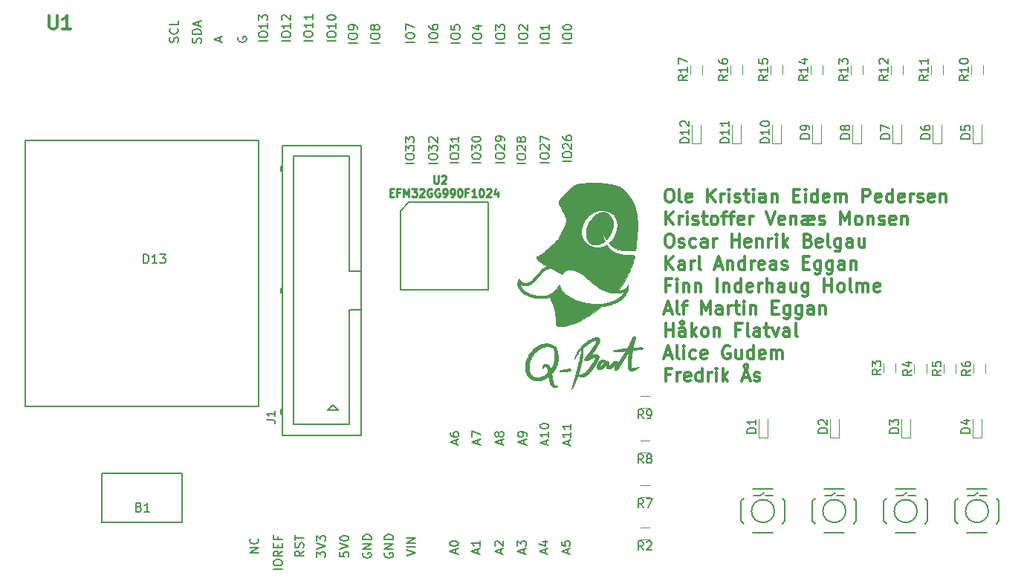
<source format=gbr>
G04 #@! TF.FileFunction,Legend,Top*
%FSLAX46Y46*%
G04 Gerber Fmt 4.6, Leading zero omitted, Abs format (unit mm)*
G04 Created by KiCad (PCBNEW 4.0.6) date Tuesday 10. October 2017 13:08:52*
%MOMM*%
%LPD*%
G01*
G04 APERTURE LIST*
%ADD10C,0.100000*%
%ADD11C,0.150000*%
%ADD12C,0.300000*%
%ADD13C,0.010000*%
%ADD14C,0.120000*%
%ADD15C,0.200660*%
%ADD16C,0.222250*%
%ADD17C,0.304800*%
G04 APERTURE END LIST*
D10*
D11*
X177915867Y-117859086D02*
X177915867Y-117382895D01*
X178201581Y-117954324D02*
X177201581Y-117620991D01*
X178201581Y-117287657D01*
X177201581Y-116525752D02*
X177201581Y-116716229D01*
X177249200Y-116811467D01*
X177296819Y-116859086D01*
X177439676Y-116954324D01*
X177630152Y-117001943D01*
X178011105Y-117001943D01*
X178106343Y-116954324D01*
X178153962Y-116906705D01*
X178201581Y-116811467D01*
X178201581Y-116620990D01*
X178153962Y-116525752D01*
X178106343Y-116478133D01*
X178011105Y-116430514D01*
X177773010Y-116430514D01*
X177677771Y-116478133D01*
X177630152Y-116525752D01*
X177582533Y-116620990D01*
X177582533Y-116811467D01*
X177630152Y-116906705D01*
X177677771Y-116954324D01*
X177773010Y-117001943D01*
X180405067Y-117859086D02*
X180405067Y-117382895D01*
X180690781Y-117954324D02*
X179690781Y-117620991D01*
X180690781Y-117287657D01*
X179690781Y-117049562D02*
X179690781Y-116382895D01*
X180690781Y-116811467D01*
X183046667Y-117859086D02*
X183046667Y-117382895D01*
X183332381Y-117954324D02*
X182332381Y-117620991D01*
X183332381Y-117287657D01*
X182760952Y-116811467D02*
X182713333Y-116906705D01*
X182665714Y-116954324D01*
X182570476Y-117001943D01*
X182522857Y-117001943D01*
X182427619Y-116954324D01*
X182380000Y-116906705D01*
X182332381Y-116811467D01*
X182332381Y-116620990D01*
X182380000Y-116525752D01*
X182427619Y-116478133D01*
X182522857Y-116430514D01*
X182570476Y-116430514D01*
X182665714Y-116478133D01*
X182713333Y-116525752D01*
X182760952Y-116620990D01*
X182760952Y-116811467D01*
X182808571Y-116906705D01*
X182856190Y-116954324D01*
X182951429Y-117001943D01*
X183141905Y-117001943D01*
X183237143Y-116954324D01*
X183284762Y-116906705D01*
X183332381Y-116811467D01*
X183332381Y-116620990D01*
X183284762Y-116525752D01*
X183237143Y-116478133D01*
X183141905Y-116430514D01*
X182951429Y-116430514D01*
X182856190Y-116478133D01*
X182808571Y-116525752D01*
X182760952Y-116620990D01*
X185637467Y-117859086D02*
X185637467Y-117382895D01*
X185923181Y-117954324D02*
X184923181Y-117620991D01*
X185923181Y-117287657D01*
X185923181Y-116906705D02*
X185923181Y-116716229D01*
X185875562Y-116620990D01*
X185827943Y-116573371D01*
X185685086Y-116478133D01*
X185494610Y-116430514D01*
X185113657Y-116430514D01*
X185018419Y-116478133D01*
X184970800Y-116525752D01*
X184923181Y-116620990D01*
X184923181Y-116811467D01*
X184970800Y-116906705D01*
X185018419Y-116954324D01*
X185113657Y-117001943D01*
X185351752Y-117001943D01*
X185446990Y-116954324D01*
X185494610Y-116906705D01*
X185542229Y-116811467D01*
X185542229Y-116620990D01*
X185494610Y-116525752D01*
X185446990Y-116478133D01*
X185351752Y-116430514D01*
X188152067Y-117903476D02*
X188152067Y-117427285D01*
X188437781Y-117998714D02*
X187437781Y-117665381D01*
X188437781Y-117332047D01*
X188437781Y-116474904D02*
X188437781Y-117046333D01*
X188437781Y-116760619D02*
X187437781Y-116760619D01*
X187580638Y-116855857D01*
X187675876Y-116951095D01*
X187723495Y-117046333D01*
X187437781Y-115855857D02*
X187437781Y-115760618D01*
X187485400Y-115665380D01*
X187533019Y-115617761D01*
X187628257Y-115570142D01*
X187818733Y-115522523D01*
X188056829Y-115522523D01*
X188247305Y-115570142D01*
X188342543Y-115617761D01*
X188390162Y-115665380D01*
X188437781Y-115760618D01*
X188437781Y-115855857D01*
X188390162Y-115951095D01*
X188342543Y-115998714D01*
X188247305Y-116046333D01*
X188056829Y-116093952D01*
X187818733Y-116093952D01*
X187628257Y-116046333D01*
X187533019Y-115998714D01*
X187485400Y-115951095D01*
X187437781Y-115855857D01*
X190692067Y-117954276D02*
X190692067Y-117478085D01*
X190977781Y-118049514D02*
X189977781Y-117716181D01*
X190977781Y-117382847D01*
X190977781Y-116525704D02*
X190977781Y-117097133D01*
X190977781Y-116811419D02*
X189977781Y-116811419D01*
X190120638Y-116906657D01*
X190215876Y-117001895D01*
X190263495Y-117097133D01*
X190977781Y-115573323D02*
X190977781Y-116144752D01*
X190977781Y-115859038D02*
X189977781Y-115859038D01*
X190120638Y-115954276D01*
X190215876Y-116049514D01*
X190263495Y-116144752D01*
X190615867Y-130305086D02*
X190615867Y-129828895D01*
X190901581Y-130400324D02*
X189901581Y-130066991D01*
X190901581Y-129733657D01*
X189901581Y-128924133D02*
X189901581Y-129400324D01*
X190377771Y-129447943D01*
X190330152Y-129400324D01*
X190282533Y-129305086D01*
X190282533Y-129066990D01*
X190330152Y-128971752D01*
X190377771Y-128924133D01*
X190473010Y-128876514D01*
X190711105Y-128876514D01*
X190806343Y-128924133D01*
X190853962Y-128971752D01*
X190901581Y-129066990D01*
X190901581Y-129305086D01*
X190853962Y-129400324D01*
X190806343Y-129447943D01*
X188075867Y-130305086D02*
X188075867Y-129828895D01*
X188361581Y-130400324D02*
X187361581Y-130066991D01*
X188361581Y-129733657D01*
X187694914Y-128971752D02*
X188361581Y-128971752D01*
X187313962Y-129209848D02*
X188028248Y-129447943D01*
X188028248Y-128828895D01*
X185586667Y-130305086D02*
X185586667Y-129828895D01*
X185872381Y-130400324D02*
X184872381Y-130066991D01*
X185872381Y-129733657D01*
X184872381Y-129495562D02*
X184872381Y-128876514D01*
X185253333Y-129209848D01*
X185253333Y-129066990D01*
X185300952Y-128971752D01*
X185348571Y-128924133D01*
X185443810Y-128876514D01*
X185681905Y-128876514D01*
X185777143Y-128924133D01*
X185824762Y-128971752D01*
X185872381Y-129066990D01*
X185872381Y-129352705D01*
X185824762Y-129447943D01*
X185777143Y-129495562D01*
X182995867Y-130305086D02*
X182995867Y-129828895D01*
X183281581Y-130400324D02*
X182281581Y-130066991D01*
X183281581Y-129733657D01*
X182376819Y-129447943D02*
X182329200Y-129400324D01*
X182281581Y-129305086D01*
X182281581Y-129066990D01*
X182329200Y-128971752D01*
X182376819Y-128924133D01*
X182472057Y-128876514D01*
X182567295Y-128876514D01*
X182710152Y-128924133D01*
X183281581Y-129495562D01*
X183281581Y-128876514D01*
X180354267Y-130305086D02*
X180354267Y-129828895D01*
X180639981Y-130400324D02*
X179639981Y-130066991D01*
X180639981Y-129733657D01*
X180639981Y-128876514D02*
X180639981Y-129447943D01*
X180639981Y-129162229D02*
X179639981Y-129162229D01*
X179782838Y-129257467D01*
X179878076Y-129352705D01*
X179925695Y-129447943D01*
X177865067Y-130305086D02*
X177865067Y-129828895D01*
X178150781Y-130400324D02*
X177150781Y-130066991D01*
X178150781Y-129733657D01*
X177150781Y-129209848D02*
X177150781Y-129114609D01*
X177198400Y-129019371D01*
X177246019Y-128971752D01*
X177341257Y-128924133D01*
X177531733Y-128876514D01*
X177769829Y-128876514D01*
X177960305Y-128924133D01*
X178055543Y-128971752D01*
X178103162Y-129019371D01*
X178150781Y-129114609D01*
X178150781Y-129209848D01*
X178103162Y-129305086D01*
X178055543Y-129352705D01*
X177960305Y-129400324D01*
X177769829Y-129447943D01*
X177531733Y-129447943D01*
X177341257Y-129400324D01*
X177246019Y-129352705D01*
X177198400Y-129305086D01*
X177150781Y-129209848D01*
X155392381Y-130224114D02*
X154392381Y-130224114D01*
X155392381Y-129652685D01*
X154392381Y-129652685D01*
X155297143Y-128605066D02*
X155344762Y-128652685D01*
X155392381Y-128795542D01*
X155392381Y-128890780D01*
X155344762Y-129033638D01*
X155249524Y-129128876D01*
X155154286Y-129176495D01*
X154963810Y-129224114D01*
X154820952Y-129224114D01*
X154630476Y-129176495D01*
X154535238Y-129128876D01*
X154440000Y-129033638D01*
X154392381Y-128890780D01*
X154392381Y-128795542D01*
X154440000Y-128652685D01*
X154487619Y-128605066D01*
X158084781Y-132130562D02*
X157084781Y-132130562D01*
X157084781Y-131463896D02*
X157084781Y-131273419D01*
X157132400Y-131178181D01*
X157227638Y-131082943D01*
X157418114Y-131035324D01*
X157751448Y-131035324D01*
X157941924Y-131082943D01*
X158037162Y-131178181D01*
X158084781Y-131273419D01*
X158084781Y-131463896D01*
X158037162Y-131559134D01*
X157941924Y-131654372D01*
X157751448Y-131701991D01*
X157418114Y-131701991D01*
X157227638Y-131654372D01*
X157132400Y-131559134D01*
X157084781Y-131463896D01*
X158084781Y-130035324D02*
X157608590Y-130368658D01*
X158084781Y-130606753D02*
X157084781Y-130606753D01*
X157084781Y-130225800D01*
X157132400Y-130130562D01*
X157180019Y-130082943D01*
X157275257Y-130035324D01*
X157418114Y-130035324D01*
X157513352Y-130082943D01*
X157560971Y-130130562D01*
X157608590Y-130225800D01*
X157608590Y-130606753D01*
X157560971Y-129606753D02*
X157560971Y-129273419D01*
X158084781Y-129130562D02*
X158084781Y-129606753D01*
X157084781Y-129606753D01*
X157084781Y-129130562D01*
X157560971Y-128368657D02*
X157560971Y-128701991D01*
X158084781Y-128701991D02*
X157084781Y-128701991D01*
X157084781Y-128225800D01*
X160523181Y-130036819D02*
X160046990Y-130370153D01*
X160523181Y-130608248D02*
X159523181Y-130608248D01*
X159523181Y-130227295D01*
X159570800Y-130132057D01*
X159618419Y-130084438D01*
X159713657Y-130036819D01*
X159856514Y-130036819D01*
X159951752Y-130084438D01*
X159999371Y-130132057D01*
X160046990Y-130227295D01*
X160046990Y-130608248D01*
X160475562Y-129655867D02*
X160523181Y-129513010D01*
X160523181Y-129274914D01*
X160475562Y-129179676D01*
X160427943Y-129132057D01*
X160332705Y-129084438D01*
X160237467Y-129084438D01*
X160142229Y-129132057D01*
X160094610Y-129179676D01*
X160046990Y-129274914D01*
X159999371Y-129465391D01*
X159951752Y-129560629D01*
X159904133Y-129608248D01*
X159808895Y-129655867D01*
X159713657Y-129655867D01*
X159618419Y-129608248D01*
X159570800Y-129560629D01*
X159523181Y-129465391D01*
X159523181Y-129227295D01*
X159570800Y-129084438D01*
X159523181Y-128798724D02*
X159523181Y-128227295D01*
X160523181Y-128513010D02*
X159523181Y-128513010D01*
X162012381Y-130727295D02*
X162012381Y-130108247D01*
X162393333Y-130441581D01*
X162393333Y-130298723D01*
X162440952Y-130203485D01*
X162488571Y-130155866D01*
X162583810Y-130108247D01*
X162821905Y-130108247D01*
X162917143Y-130155866D01*
X162964762Y-130203485D01*
X163012381Y-130298723D01*
X163012381Y-130584438D01*
X162964762Y-130679676D01*
X162917143Y-130727295D01*
X162012381Y-129822533D02*
X163012381Y-129489200D01*
X162012381Y-129155866D01*
X162012381Y-128917771D02*
X162012381Y-128298723D01*
X162393333Y-128632057D01*
X162393333Y-128489199D01*
X162440952Y-128393961D01*
X162488571Y-128346342D01*
X162583810Y-128298723D01*
X162821905Y-128298723D01*
X162917143Y-128346342D01*
X162964762Y-128393961D01*
X163012381Y-128489199D01*
X163012381Y-128774914D01*
X162964762Y-128870152D01*
X162917143Y-128917771D01*
X164653981Y-130155866D02*
X164653981Y-130632057D01*
X165130171Y-130679676D01*
X165082552Y-130632057D01*
X165034933Y-130536819D01*
X165034933Y-130298723D01*
X165082552Y-130203485D01*
X165130171Y-130155866D01*
X165225410Y-130108247D01*
X165463505Y-130108247D01*
X165558743Y-130155866D01*
X165606362Y-130203485D01*
X165653981Y-130298723D01*
X165653981Y-130536819D01*
X165606362Y-130632057D01*
X165558743Y-130679676D01*
X164653981Y-129822533D02*
X165653981Y-129489200D01*
X164653981Y-129155866D01*
X164653981Y-128632057D02*
X164653981Y-128536818D01*
X164701600Y-128441580D01*
X164749219Y-128393961D01*
X164844457Y-128346342D01*
X165034933Y-128298723D01*
X165273029Y-128298723D01*
X165463505Y-128346342D01*
X165558743Y-128393961D01*
X165606362Y-128441580D01*
X165653981Y-128536818D01*
X165653981Y-128632057D01*
X165606362Y-128727295D01*
X165558743Y-128774914D01*
X165463505Y-128822533D01*
X165273029Y-128870152D01*
X165034933Y-128870152D01*
X164844457Y-128822533D01*
X164749219Y-128774914D01*
X164701600Y-128727295D01*
X164653981Y-128632057D01*
X167292400Y-130251104D02*
X167244781Y-130346342D01*
X167244781Y-130489199D01*
X167292400Y-130632057D01*
X167387638Y-130727295D01*
X167482876Y-130774914D01*
X167673352Y-130822533D01*
X167816210Y-130822533D01*
X168006686Y-130774914D01*
X168101924Y-130727295D01*
X168197162Y-130632057D01*
X168244781Y-130489199D01*
X168244781Y-130393961D01*
X168197162Y-130251104D01*
X168149543Y-130203485D01*
X167816210Y-130203485D01*
X167816210Y-130393961D01*
X168244781Y-129774914D02*
X167244781Y-129774914D01*
X168244781Y-129203485D01*
X167244781Y-129203485D01*
X168244781Y-128727295D02*
X167244781Y-128727295D01*
X167244781Y-128489200D01*
X167292400Y-128346342D01*
X167387638Y-128251104D01*
X167482876Y-128203485D01*
X167673352Y-128155866D01*
X167816210Y-128155866D01*
X168006686Y-128203485D01*
X168101924Y-128251104D01*
X168197162Y-128346342D01*
X168244781Y-128489200D01*
X168244781Y-128727295D01*
X169781600Y-130251104D02*
X169733981Y-130346342D01*
X169733981Y-130489199D01*
X169781600Y-130632057D01*
X169876838Y-130727295D01*
X169972076Y-130774914D01*
X170162552Y-130822533D01*
X170305410Y-130822533D01*
X170495886Y-130774914D01*
X170591124Y-130727295D01*
X170686362Y-130632057D01*
X170733981Y-130489199D01*
X170733981Y-130393961D01*
X170686362Y-130251104D01*
X170638743Y-130203485D01*
X170305410Y-130203485D01*
X170305410Y-130393961D01*
X170733981Y-129774914D02*
X169733981Y-129774914D01*
X170733981Y-129203485D01*
X169733981Y-129203485D01*
X170733981Y-128727295D02*
X169733981Y-128727295D01*
X169733981Y-128489200D01*
X169781600Y-128346342D01*
X169876838Y-128251104D01*
X169972076Y-128203485D01*
X170162552Y-128155866D01*
X170305410Y-128155866D01*
X170495886Y-128203485D01*
X170591124Y-128251104D01*
X170686362Y-128346342D01*
X170733981Y-128489200D01*
X170733981Y-128727295D01*
X172273981Y-130584438D02*
X173273981Y-130251105D01*
X172273981Y-129917771D01*
X173273981Y-129584438D02*
X172273981Y-129584438D01*
X173273981Y-129108248D02*
X172273981Y-129108248D01*
X173273981Y-128536819D01*
X172273981Y-128536819D01*
X173121581Y-85854990D02*
X172121581Y-85854990D01*
X172121581Y-85188324D02*
X172121581Y-84997847D01*
X172169200Y-84902609D01*
X172264438Y-84807371D01*
X172454914Y-84759752D01*
X172788248Y-84759752D01*
X172978724Y-84807371D01*
X173073962Y-84902609D01*
X173121581Y-84997847D01*
X173121581Y-85188324D01*
X173073962Y-85283562D01*
X172978724Y-85378800D01*
X172788248Y-85426419D01*
X172454914Y-85426419D01*
X172264438Y-85378800D01*
X172169200Y-85283562D01*
X172121581Y-85188324D01*
X172121581Y-84426419D02*
X172121581Y-83807371D01*
X172502533Y-84140705D01*
X172502533Y-83997847D01*
X172550152Y-83902609D01*
X172597771Y-83854990D01*
X172693010Y-83807371D01*
X172931105Y-83807371D01*
X173026343Y-83854990D01*
X173073962Y-83902609D01*
X173121581Y-83997847D01*
X173121581Y-84283562D01*
X173073962Y-84378800D01*
X173026343Y-84426419D01*
X172121581Y-83474038D02*
X172121581Y-82854990D01*
X172502533Y-83188324D01*
X172502533Y-83045466D01*
X172550152Y-82950228D01*
X172597771Y-82902609D01*
X172693010Y-82854990D01*
X172931105Y-82854990D01*
X173026343Y-82902609D01*
X173073962Y-82950228D01*
X173121581Y-83045466D01*
X173121581Y-83331181D01*
X173073962Y-83426419D01*
X173026343Y-83474038D01*
X175763181Y-85854990D02*
X174763181Y-85854990D01*
X174763181Y-85188324D02*
X174763181Y-84997847D01*
X174810800Y-84902609D01*
X174906038Y-84807371D01*
X175096514Y-84759752D01*
X175429848Y-84759752D01*
X175620324Y-84807371D01*
X175715562Y-84902609D01*
X175763181Y-84997847D01*
X175763181Y-85188324D01*
X175715562Y-85283562D01*
X175620324Y-85378800D01*
X175429848Y-85426419D01*
X175096514Y-85426419D01*
X174906038Y-85378800D01*
X174810800Y-85283562D01*
X174763181Y-85188324D01*
X174763181Y-84426419D02*
X174763181Y-83807371D01*
X175144133Y-84140705D01*
X175144133Y-83997847D01*
X175191752Y-83902609D01*
X175239371Y-83854990D01*
X175334610Y-83807371D01*
X175572705Y-83807371D01*
X175667943Y-83854990D01*
X175715562Y-83902609D01*
X175763181Y-83997847D01*
X175763181Y-84283562D01*
X175715562Y-84378800D01*
X175667943Y-84426419D01*
X174858419Y-83426419D02*
X174810800Y-83378800D01*
X174763181Y-83283562D01*
X174763181Y-83045466D01*
X174810800Y-82950228D01*
X174858419Y-82902609D01*
X174953657Y-82854990D01*
X175048895Y-82854990D01*
X175191752Y-82902609D01*
X175763181Y-83474038D01*
X175763181Y-82854990D01*
X178201581Y-85804190D02*
X177201581Y-85804190D01*
X177201581Y-85137524D02*
X177201581Y-84947047D01*
X177249200Y-84851809D01*
X177344438Y-84756571D01*
X177534914Y-84708952D01*
X177868248Y-84708952D01*
X178058724Y-84756571D01*
X178153962Y-84851809D01*
X178201581Y-84947047D01*
X178201581Y-85137524D01*
X178153962Y-85232762D01*
X178058724Y-85328000D01*
X177868248Y-85375619D01*
X177534914Y-85375619D01*
X177344438Y-85328000D01*
X177249200Y-85232762D01*
X177201581Y-85137524D01*
X177201581Y-84375619D02*
X177201581Y-83756571D01*
X177582533Y-84089905D01*
X177582533Y-83947047D01*
X177630152Y-83851809D01*
X177677771Y-83804190D01*
X177773010Y-83756571D01*
X178011105Y-83756571D01*
X178106343Y-83804190D01*
X178153962Y-83851809D01*
X178201581Y-83947047D01*
X178201581Y-84232762D01*
X178153962Y-84328000D01*
X178106343Y-84375619D01*
X178201581Y-82804190D02*
X178201581Y-83375619D01*
X178201581Y-83089905D02*
X177201581Y-83089905D01*
X177344438Y-83185143D01*
X177439676Y-83280381D01*
X177487295Y-83375619D01*
X180690781Y-85804190D02*
X179690781Y-85804190D01*
X179690781Y-85137524D02*
X179690781Y-84947047D01*
X179738400Y-84851809D01*
X179833638Y-84756571D01*
X180024114Y-84708952D01*
X180357448Y-84708952D01*
X180547924Y-84756571D01*
X180643162Y-84851809D01*
X180690781Y-84947047D01*
X180690781Y-85137524D01*
X180643162Y-85232762D01*
X180547924Y-85328000D01*
X180357448Y-85375619D01*
X180024114Y-85375619D01*
X179833638Y-85328000D01*
X179738400Y-85232762D01*
X179690781Y-85137524D01*
X179690781Y-84375619D02*
X179690781Y-83756571D01*
X180071733Y-84089905D01*
X180071733Y-83947047D01*
X180119352Y-83851809D01*
X180166971Y-83804190D01*
X180262210Y-83756571D01*
X180500305Y-83756571D01*
X180595543Y-83804190D01*
X180643162Y-83851809D01*
X180690781Y-83947047D01*
X180690781Y-84232762D01*
X180643162Y-84328000D01*
X180595543Y-84375619D01*
X179690781Y-83137524D02*
X179690781Y-83042285D01*
X179738400Y-82947047D01*
X179786019Y-82899428D01*
X179881257Y-82851809D01*
X180071733Y-82804190D01*
X180309829Y-82804190D01*
X180500305Y-82851809D01*
X180595543Y-82899428D01*
X180643162Y-82947047D01*
X180690781Y-83042285D01*
X180690781Y-83137524D01*
X180643162Y-83232762D01*
X180595543Y-83280381D01*
X180500305Y-83328000D01*
X180309829Y-83375619D01*
X180071733Y-83375619D01*
X179881257Y-83328000D01*
X179786019Y-83280381D01*
X179738400Y-83232762D01*
X179690781Y-83137524D01*
X183383181Y-85753390D02*
X182383181Y-85753390D01*
X182383181Y-85086724D02*
X182383181Y-84896247D01*
X182430800Y-84801009D01*
X182526038Y-84705771D01*
X182716514Y-84658152D01*
X183049848Y-84658152D01*
X183240324Y-84705771D01*
X183335562Y-84801009D01*
X183383181Y-84896247D01*
X183383181Y-85086724D01*
X183335562Y-85181962D01*
X183240324Y-85277200D01*
X183049848Y-85324819D01*
X182716514Y-85324819D01*
X182526038Y-85277200D01*
X182430800Y-85181962D01*
X182383181Y-85086724D01*
X182478419Y-84277200D02*
X182430800Y-84229581D01*
X182383181Y-84134343D01*
X182383181Y-83896247D01*
X182430800Y-83801009D01*
X182478419Y-83753390D01*
X182573657Y-83705771D01*
X182668895Y-83705771D01*
X182811752Y-83753390D01*
X183383181Y-84324819D01*
X183383181Y-83705771D01*
X183383181Y-83229581D02*
X183383181Y-83039105D01*
X183335562Y-82943866D01*
X183287943Y-82896247D01*
X183145086Y-82801009D01*
X182954610Y-82753390D01*
X182573657Y-82753390D01*
X182478419Y-82801009D01*
X182430800Y-82848628D01*
X182383181Y-82943866D01*
X182383181Y-83134343D01*
X182430800Y-83229581D01*
X182478419Y-83277200D01*
X182573657Y-83324819D01*
X182811752Y-83324819D01*
X182906990Y-83277200D01*
X182954610Y-83229581D01*
X183002229Y-83134343D01*
X183002229Y-82943866D01*
X182954610Y-82848628D01*
X182906990Y-82801009D01*
X182811752Y-82753390D01*
X185821581Y-85854990D02*
X184821581Y-85854990D01*
X184821581Y-85188324D02*
X184821581Y-84997847D01*
X184869200Y-84902609D01*
X184964438Y-84807371D01*
X185154914Y-84759752D01*
X185488248Y-84759752D01*
X185678724Y-84807371D01*
X185773962Y-84902609D01*
X185821581Y-84997847D01*
X185821581Y-85188324D01*
X185773962Y-85283562D01*
X185678724Y-85378800D01*
X185488248Y-85426419D01*
X185154914Y-85426419D01*
X184964438Y-85378800D01*
X184869200Y-85283562D01*
X184821581Y-85188324D01*
X184916819Y-84378800D02*
X184869200Y-84331181D01*
X184821581Y-84235943D01*
X184821581Y-83997847D01*
X184869200Y-83902609D01*
X184916819Y-83854990D01*
X185012057Y-83807371D01*
X185107295Y-83807371D01*
X185250152Y-83854990D01*
X185821581Y-84426419D01*
X185821581Y-83807371D01*
X185250152Y-83235943D02*
X185202533Y-83331181D01*
X185154914Y-83378800D01*
X185059676Y-83426419D01*
X185012057Y-83426419D01*
X184916819Y-83378800D01*
X184869200Y-83331181D01*
X184821581Y-83235943D01*
X184821581Y-83045466D01*
X184869200Y-82950228D01*
X184916819Y-82902609D01*
X185012057Y-82854990D01*
X185059676Y-82854990D01*
X185154914Y-82902609D01*
X185202533Y-82950228D01*
X185250152Y-83045466D01*
X185250152Y-83235943D01*
X185297771Y-83331181D01*
X185345390Y-83378800D01*
X185440629Y-83426419D01*
X185631105Y-83426419D01*
X185726343Y-83378800D01*
X185773962Y-83331181D01*
X185821581Y-83235943D01*
X185821581Y-83045466D01*
X185773962Y-82950228D01*
X185726343Y-82902609D01*
X185631105Y-82854990D01*
X185440629Y-82854990D01*
X185345390Y-82902609D01*
X185297771Y-82950228D01*
X185250152Y-83045466D01*
X188463181Y-85753390D02*
X187463181Y-85753390D01*
X187463181Y-85086724D02*
X187463181Y-84896247D01*
X187510800Y-84801009D01*
X187606038Y-84705771D01*
X187796514Y-84658152D01*
X188129848Y-84658152D01*
X188320324Y-84705771D01*
X188415562Y-84801009D01*
X188463181Y-84896247D01*
X188463181Y-85086724D01*
X188415562Y-85181962D01*
X188320324Y-85277200D01*
X188129848Y-85324819D01*
X187796514Y-85324819D01*
X187606038Y-85277200D01*
X187510800Y-85181962D01*
X187463181Y-85086724D01*
X187558419Y-84277200D02*
X187510800Y-84229581D01*
X187463181Y-84134343D01*
X187463181Y-83896247D01*
X187510800Y-83801009D01*
X187558419Y-83753390D01*
X187653657Y-83705771D01*
X187748895Y-83705771D01*
X187891752Y-83753390D01*
X188463181Y-84324819D01*
X188463181Y-83705771D01*
X187463181Y-83372438D02*
X187463181Y-82705771D01*
X188463181Y-83134343D01*
X191053981Y-85651790D02*
X190053981Y-85651790D01*
X190053981Y-84985124D02*
X190053981Y-84794647D01*
X190101600Y-84699409D01*
X190196838Y-84604171D01*
X190387314Y-84556552D01*
X190720648Y-84556552D01*
X190911124Y-84604171D01*
X191006362Y-84699409D01*
X191053981Y-84794647D01*
X191053981Y-84985124D01*
X191006362Y-85080362D01*
X190911124Y-85175600D01*
X190720648Y-85223219D01*
X190387314Y-85223219D01*
X190196838Y-85175600D01*
X190101600Y-85080362D01*
X190053981Y-84985124D01*
X190149219Y-84175600D02*
X190101600Y-84127981D01*
X190053981Y-84032743D01*
X190053981Y-83794647D01*
X190101600Y-83699409D01*
X190149219Y-83651790D01*
X190244457Y-83604171D01*
X190339695Y-83604171D01*
X190482552Y-83651790D01*
X191053981Y-84223219D01*
X191053981Y-83604171D01*
X190053981Y-82747028D02*
X190053981Y-82937505D01*
X190101600Y-83032743D01*
X190149219Y-83080362D01*
X190292076Y-83175600D01*
X190482552Y-83223219D01*
X190863505Y-83223219D01*
X190958743Y-83175600D01*
X191006362Y-83127981D01*
X191053981Y-83032743D01*
X191053981Y-82842266D01*
X191006362Y-82747028D01*
X190958743Y-82699409D01*
X190863505Y-82651790D01*
X190625410Y-82651790D01*
X190530171Y-82699409D01*
X190482552Y-82747028D01*
X190434933Y-82842266D01*
X190434933Y-83032743D01*
X190482552Y-83127981D01*
X190530171Y-83175600D01*
X190625410Y-83223219D01*
X191053981Y-72120000D02*
X190053981Y-72120000D01*
X190053981Y-71453334D02*
X190053981Y-71262857D01*
X190101600Y-71167619D01*
X190196838Y-71072381D01*
X190387314Y-71024762D01*
X190720648Y-71024762D01*
X190911124Y-71072381D01*
X191006362Y-71167619D01*
X191053981Y-71262857D01*
X191053981Y-71453334D01*
X191006362Y-71548572D01*
X190911124Y-71643810D01*
X190720648Y-71691429D01*
X190387314Y-71691429D01*
X190196838Y-71643810D01*
X190101600Y-71548572D01*
X190053981Y-71453334D01*
X190053981Y-70405715D02*
X190053981Y-70310476D01*
X190101600Y-70215238D01*
X190149219Y-70167619D01*
X190244457Y-70120000D01*
X190434933Y-70072381D01*
X190673029Y-70072381D01*
X190863505Y-70120000D01*
X190958743Y-70167619D01*
X191006362Y-70215238D01*
X191053981Y-70310476D01*
X191053981Y-70405715D01*
X191006362Y-70500953D01*
X190958743Y-70548572D01*
X190863505Y-70596191D01*
X190673029Y-70643810D01*
X190434933Y-70643810D01*
X190244457Y-70596191D01*
X190149219Y-70548572D01*
X190101600Y-70500953D01*
X190053981Y-70405715D01*
X188513981Y-72120000D02*
X187513981Y-72120000D01*
X187513981Y-71453334D02*
X187513981Y-71262857D01*
X187561600Y-71167619D01*
X187656838Y-71072381D01*
X187847314Y-71024762D01*
X188180648Y-71024762D01*
X188371124Y-71072381D01*
X188466362Y-71167619D01*
X188513981Y-71262857D01*
X188513981Y-71453334D01*
X188466362Y-71548572D01*
X188371124Y-71643810D01*
X188180648Y-71691429D01*
X187847314Y-71691429D01*
X187656838Y-71643810D01*
X187561600Y-71548572D01*
X187513981Y-71453334D01*
X188513981Y-70072381D02*
X188513981Y-70643810D01*
X188513981Y-70358096D02*
X187513981Y-70358096D01*
X187656838Y-70453334D01*
X187752076Y-70548572D01*
X187799695Y-70643810D01*
X186024781Y-72120000D02*
X185024781Y-72120000D01*
X185024781Y-71453334D02*
X185024781Y-71262857D01*
X185072400Y-71167619D01*
X185167638Y-71072381D01*
X185358114Y-71024762D01*
X185691448Y-71024762D01*
X185881924Y-71072381D01*
X185977162Y-71167619D01*
X186024781Y-71262857D01*
X186024781Y-71453334D01*
X185977162Y-71548572D01*
X185881924Y-71643810D01*
X185691448Y-71691429D01*
X185358114Y-71691429D01*
X185167638Y-71643810D01*
X185072400Y-71548572D01*
X185024781Y-71453334D01*
X185120019Y-70643810D02*
X185072400Y-70596191D01*
X185024781Y-70500953D01*
X185024781Y-70262857D01*
X185072400Y-70167619D01*
X185120019Y-70120000D01*
X185215257Y-70072381D01*
X185310495Y-70072381D01*
X185453352Y-70120000D01*
X186024781Y-70691429D01*
X186024781Y-70072381D01*
X183433981Y-72120000D02*
X182433981Y-72120000D01*
X182433981Y-71453334D02*
X182433981Y-71262857D01*
X182481600Y-71167619D01*
X182576838Y-71072381D01*
X182767314Y-71024762D01*
X183100648Y-71024762D01*
X183291124Y-71072381D01*
X183386362Y-71167619D01*
X183433981Y-71262857D01*
X183433981Y-71453334D01*
X183386362Y-71548572D01*
X183291124Y-71643810D01*
X183100648Y-71691429D01*
X182767314Y-71691429D01*
X182576838Y-71643810D01*
X182481600Y-71548572D01*
X182433981Y-71453334D01*
X182433981Y-70691429D02*
X182433981Y-70072381D01*
X182814933Y-70405715D01*
X182814933Y-70262857D01*
X182862552Y-70167619D01*
X182910171Y-70120000D01*
X183005410Y-70072381D01*
X183243505Y-70072381D01*
X183338743Y-70120000D01*
X183386362Y-70167619D01*
X183433981Y-70262857D01*
X183433981Y-70548572D01*
X183386362Y-70643810D01*
X183338743Y-70691429D01*
X180792381Y-72120000D02*
X179792381Y-72120000D01*
X179792381Y-71453334D02*
X179792381Y-71262857D01*
X179840000Y-71167619D01*
X179935238Y-71072381D01*
X180125714Y-71024762D01*
X180459048Y-71024762D01*
X180649524Y-71072381D01*
X180744762Y-71167619D01*
X180792381Y-71262857D01*
X180792381Y-71453334D01*
X180744762Y-71548572D01*
X180649524Y-71643810D01*
X180459048Y-71691429D01*
X180125714Y-71691429D01*
X179935238Y-71643810D01*
X179840000Y-71548572D01*
X179792381Y-71453334D01*
X180125714Y-70167619D02*
X180792381Y-70167619D01*
X179744762Y-70405715D02*
X180459048Y-70643810D01*
X180459048Y-70024762D01*
X178303181Y-72120000D02*
X177303181Y-72120000D01*
X177303181Y-71453334D02*
X177303181Y-71262857D01*
X177350800Y-71167619D01*
X177446038Y-71072381D01*
X177636514Y-71024762D01*
X177969848Y-71024762D01*
X178160324Y-71072381D01*
X178255562Y-71167619D01*
X178303181Y-71262857D01*
X178303181Y-71453334D01*
X178255562Y-71548572D01*
X178160324Y-71643810D01*
X177969848Y-71691429D01*
X177636514Y-71691429D01*
X177446038Y-71643810D01*
X177350800Y-71548572D01*
X177303181Y-71453334D01*
X177303181Y-70120000D02*
X177303181Y-70596191D01*
X177779371Y-70643810D01*
X177731752Y-70596191D01*
X177684133Y-70500953D01*
X177684133Y-70262857D01*
X177731752Y-70167619D01*
X177779371Y-70120000D01*
X177874610Y-70072381D01*
X178112705Y-70072381D01*
X178207943Y-70120000D01*
X178255562Y-70167619D01*
X178303181Y-70262857D01*
X178303181Y-70500953D01*
X178255562Y-70596191D01*
X178207943Y-70643810D01*
X175813981Y-72069200D02*
X174813981Y-72069200D01*
X174813981Y-71402534D02*
X174813981Y-71212057D01*
X174861600Y-71116819D01*
X174956838Y-71021581D01*
X175147314Y-70973962D01*
X175480648Y-70973962D01*
X175671124Y-71021581D01*
X175766362Y-71116819D01*
X175813981Y-71212057D01*
X175813981Y-71402534D01*
X175766362Y-71497772D01*
X175671124Y-71593010D01*
X175480648Y-71640629D01*
X175147314Y-71640629D01*
X174956838Y-71593010D01*
X174861600Y-71497772D01*
X174813981Y-71402534D01*
X174813981Y-70116819D02*
X174813981Y-70307296D01*
X174861600Y-70402534D01*
X174909219Y-70450153D01*
X175052076Y-70545391D01*
X175242552Y-70593010D01*
X175623505Y-70593010D01*
X175718743Y-70545391D01*
X175766362Y-70497772D01*
X175813981Y-70402534D01*
X175813981Y-70212057D01*
X175766362Y-70116819D01*
X175718743Y-70069200D01*
X175623505Y-70021581D01*
X175385410Y-70021581D01*
X175290171Y-70069200D01*
X175242552Y-70116819D01*
X175194933Y-70212057D01*
X175194933Y-70402534D01*
X175242552Y-70497772D01*
X175290171Y-70545391D01*
X175385410Y-70593010D01*
X173172381Y-72069200D02*
X172172381Y-72069200D01*
X172172381Y-71402534D02*
X172172381Y-71212057D01*
X172220000Y-71116819D01*
X172315238Y-71021581D01*
X172505714Y-70973962D01*
X172839048Y-70973962D01*
X173029524Y-71021581D01*
X173124762Y-71116819D01*
X173172381Y-71212057D01*
X173172381Y-71402534D01*
X173124762Y-71497772D01*
X173029524Y-71593010D01*
X172839048Y-71640629D01*
X172505714Y-71640629D01*
X172315238Y-71593010D01*
X172220000Y-71497772D01*
X172172381Y-71402534D01*
X172172381Y-70640629D02*
X172172381Y-69973962D01*
X173172381Y-70402534D01*
X169159181Y-72120000D02*
X168159181Y-72120000D01*
X168159181Y-71453334D02*
X168159181Y-71262857D01*
X168206800Y-71167619D01*
X168302038Y-71072381D01*
X168492514Y-71024762D01*
X168825848Y-71024762D01*
X169016324Y-71072381D01*
X169111562Y-71167619D01*
X169159181Y-71262857D01*
X169159181Y-71453334D01*
X169111562Y-71548572D01*
X169016324Y-71643810D01*
X168825848Y-71691429D01*
X168492514Y-71691429D01*
X168302038Y-71643810D01*
X168206800Y-71548572D01*
X168159181Y-71453334D01*
X168587752Y-70453334D02*
X168540133Y-70548572D01*
X168492514Y-70596191D01*
X168397276Y-70643810D01*
X168349657Y-70643810D01*
X168254419Y-70596191D01*
X168206800Y-70548572D01*
X168159181Y-70453334D01*
X168159181Y-70262857D01*
X168206800Y-70167619D01*
X168254419Y-70120000D01*
X168349657Y-70072381D01*
X168397276Y-70072381D01*
X168492514Y-70120000D01*
X168540133Y-70167619D01*
X168587752Y-70262857D01*
X168587752Y-70453334D01*
X168635371Y-70548572D01*
X168682990Y-70596191D01*
X168778229Y-70643810D01*
X168968705Y-70643810D01*
X169063943Y-70596191D01*
X169111562Y-70548572D01*
X169159181Y-70453334D01*
X169159181Y-70262857D01*
X169111562Y-70167619D01*
X169063943Y-70120000D01*
X168968705Y-70072381D01*
X168778229Y-70072381D01*
X168682990Y-70120000D01*
X168635371Y-70167619D01*
X168587752Y-70262857D01*
X166619181Y-72120000D02*
X165619181Y-72120000D01*
X165619181Y-71453334D02*
X165619181Y-71262857D01*
X165666800Y-71167619D01*
X165762038Y-71072381D01*
X165952514Y-71024762D01*
X166285848Y-71024762D01*
X166476324Y-71072381D01*
X166571562Y-71167619D01*
X166619181Y-71262857D01*
X166619181Y-71453334D01*
X166571562Y-71548572D01*
X166476324Y-71643810D01*
X166285848Y-71691429D01*
X165952514Y-71691429D01*
X165762038Y-71643810D01*
X165666800Y-71548572D01*
X165619181Y-71453334D01*
X166619181Y-70548572D02*
X166619181Y-70358096D01*
X166571562Y-70262857D01*
X166523943Y-70215238D01*
X166381086Y-70120000D01*
X166190610Y-70072381D01*
X165809657Y-70072381D01*
X165714419Y-70120000D01*
X165666800Y-70167619D01*
X165619181Y-70262857D01*
X165619181Y-70453334D01*
X165666800Y-70548572D01*
X165714419Y-70596191D01*
X165809657Y-70643810D01*
X166047752Y-70643810D01*
X166142990Y-70596191D01*
X166190610Y-70548572D01*
X166238229Y-70453334D01*
X166238229Y-70262857D01*
X166190610Y-70167619D01*
X166142990Y-70120000D01*
X166047752Y-70072381D01*
X164180781Y-71935790D02*
X163180781Y-71935790D01*
X163180781Y-71269124D02*
X163180781Y-71078647D01*
X163228400Y-70983409D01*
X163323638Y-70888171D01*
X163514114Y-70840552D01*
X163847448Y-70840552D01*
X164037924Y-70888171D01*
X164133162Y-70983409D01*
X164180781Y-71078647D01*
X164180781Y-71269124D01*
X164133162Y-71364362D01*
X164037924Y-71459600D01*
X163847448Y-71507219D01*
X163514114Y-71507219D01*
X163323638Y-71459600D01*
X163228400Y-71364362D01*
X163180781Y-71269124D01*
X164180781Y-69888171D02*
X164180781Y-70459600D01*
X164180781Y-70173886D02*
X163180781Y-70173886D01*
X163323638Y-70269124D01*
X163418876Y-70364362D01*
X163466495Y-70459600D01*
X163180781Y-69269124D02*
X163180781Y-69173885D01*
X163228400Y-69078647D01*
X163276019Y-69031028D01*
X163371257Y-68983409D01*
X163561733Y-68935790D01*
X163799829Y-68935790D01*
X163990305Y-68983409D01*
X164085543Y-69031028D01*
X164133162Y-69078647D01*
X164180781Y-69173885D01*
X164180781Y-69269124D01*
X164133162Y-69364362D01*
X164085543Y-69411981D01*
X163990305Y-69459600D01*
X163799829Y-69507219D01*
X163561733Y-69507219D01*
X163371257Y-69459600D01*
X163276019Y-69411981D01*
X163228400Y-69364362D01*
X163180781Y-69269124D01*
X161539181Y-71884990D02*
X160539181Y-71884990D01*
X160539181Y-71218324D02*
X160539181Y-71027847D01*
X160586800Y-70932609D01*
X160682038Y-70837371D01*
X160872514Y-70789752D01*
X161205848Y-70789752D01*
X161396324Y-70837371D01*
X161491562Y-70932609D01*
X161539181Y-71027847D01*
X161539181Y-71218324D01*
X161491562Y-71313562D01*
X161396324Y-71408800D01*
X161205848Y-71456419D01*
X160872514Y-71456419D01*
X160682038Y-71408800D01*
X160586800Y-71313562D01*
X160539181Y-71218324D01*
X161539181Y-69837371D02*
X161539181Y-70408800D01*
X161539181Y-70123086D02*
X160539181Y-70123086D01*
X160682038Y-70218324D01*
X160777276Y-70313562D01*
X160824895Y-70408800D01*
X161539181Y-68884990D02*
X161539181Y-69456419D01*
X161539181Y-69170705D02*
X160539181Y-69170705D01*
X160682038Y-69265943D01*
X160777276Y-69361181D01*
X160824895Y-69456419D01*
X158999181Y-71935790D02*
X157999181Y-71935790D01*
X157999181Y-71269124D02*
X157999181Y-71078647D01*
X158046800Y-70983409D01*
X158142038Y-70888171D01*
X158332514Y-70840552D01*
X158665848Y-70840552D01*
X158856324Y-70888171D01*
X158951562Y-70983409D01*
X158999181Y-71078647D01*
X158999181Y-71269124D01*
X158951562Y-71364362D01*
X158856324Y-71459600D01*
X158665848Y-71507219D01*
X158332514Y-71507219D01*
X158142038Y-71459600D01*
X158046800Y-71364362D01*
X157999181Y-71269124D01*
X158999181Y-69888171D02*
X158999181Y-70459600D01*
X158999181Y-70173886D02*
X157999181Y-70173886D01*
X158142038Y-70269124D01*
X158237276Y-70364362D01*
X158284895Y-70459600D01*
X158094419Y-69507219D02*
X158046800Y-69459600D01*
X157999181Y-69364362D01*
X157999181Y-69126266D01*
X158046800Y-69031028D01*
X158094419Y-68983409D01*
X158189657Y-68935790D01*
X158284895Y-68935790D01*
X158427752Y-68983409D01*
X158999181Y-69554838D01*
X158999181Y-68935790D01*
X156408381Y-71935790D02*
X155408381Y-71935790D01*
X155408381Y-71269124D02*
X155408381Y-71078647D01*
X155456000Y-70983409D01*
X155551238Y-70888171D01*
X155741714Y-70840552D01*
X156075048Y-70840552D01*
X156265524Y-70888171D01*
X156360762Y-70983409D01*
X156408381Y-71078647D01*
X156408381Y-71269124D01*
X156360762Y-71364362D01*
X156265524Y-71459600D01*
X156075048Y-71507219D01*
X155741714Y-71507219D01*
X155551238Y-71459600D01*
X155456000Y-71364362D01*
X155408381Y-71269124D01*
X156408381Y-69888171D02*
X156408381Y-70459600D01*
X156408381Y-70173886D02*
X155408381Y-70173886D01*
X155551238Y-70269124D01*
X155646476Y-70364362D01*
X155694095Y-70459600D01*
X155408381Y-69554838D02*
X155408381Y-68935790D01*
X155789333Y-69269124D01*
X155789333Y-69126266D01*
X155836952Y-69031028D01*
X155884571Y-68983409D01*
X155979810Y-68935790D01*
X156217905Y-68935790D01*
X156313143Y-68983409D01*
X156360762Y-69031028D01*
X156408381Y-69126266D01*
X156408381Y-69411981D01*
X156360762Y-69507219D01*
X156313143Y-69554838D01*
X153068400Y-71467695D02*
X153020781Y-71562933D01*
X153020781Y-71705790D01*
X153068400Y-71848648D01*
X153163638Y-71943886D01*
X153258876Y-71991505D01*
X153449352Y-72039124D01*
X153592210Y-72039124D01*
X153782686Y-71991505D01*
X153877924Y-71943886D01*
X153973162Y-71848648D01*
X154020781Y-71705790D01*
X154020781Y-71610552D01*
X153973162Y-71467695D01*
X153925543Y-71420076D01*
X153592210Y-71420076D01*
X153592210Y-71610552D01*
X150991867Y-71967695D02*
X150991867Y-71491504D01*
X151277581Y-72062933D02*
X150277581Y-71729600D01*
X151277581Y-71396266D01*
X148791562Y-72131086D02*
X148839181Y-71988229D01*
X148839181Y-71750133D01*
X148791562Y-71654895D01*
X148743943Y-71607276D01*
X148648705Y-71559657D01*
X148553467Y-71559657D01*
X148458229Y-71607276D01*
X148410610Y-71654895D01*
X148362990Y-71750133D01*
X148315371Y-71940610D01*
X148267752Y-72035848D01*
X148220133Y-72083467D01*
X148124895Y-72131086D01*
X148029657Y-72131086D01*
X147934419Y-72083467D01*
X147886800Y-72035848D01*
X147839181Y-71940610D01*
X147839181Y-71702514D01*
X147886800Y-71559657D01*
X148839181Y-71131086D02*
X147839181Y-71131086D01*
X147839181Y-70892991D01*
X147886800Y-70750133D01*
X147982038Y-70654895D01*
X148077276Y-70607276D01*
X148267752Y-70559657D01*
X148410610Y-70559657D01*
X148601086Y-70607276D01*
X148696324Y-70654895D01*
X148791562Y-70750133D01*
X148839181Y-70892991D01*
X148839181Y-71131086D01*
X148553467Y-70178705D02*
X148553467Y-69702514D01*
X148839181Y-70273943D02*
X147839181Y-69940610D01*
X148839181Y-69607276D01*
X146200762Y-72056476D02*
X146248381Y-71913619D01*
X146248381Y-71675523D01*
X146200762Y-71580285D01*
X146153143Y-71532666D01*
X146057905Y-71485047D01*
X145962667Y-71485047D01*
X145867429Y-71532666D01*
X145819810Y-71580285D01*
X145772190Y-71675523D01*
X145724571Y-71866000D01*
X145676952Y-71961238D01*
X145629333Y-72008857D01*
X145534095Y-72056476D01*
X145438857Y-72056476D01*
X145343619Y-72008857D01*
X145296000Y-71961238D01*
X145248381Y-71866000D01*
X145248381Y-71627904D01*
X145296000Y-71485047D01*
X146153143Y-70485047D02*
X146200762Y-70532666D01*
X146248381Y-70675523D01*
X146248381Y-70770761D01*
X146200762Y-70913619D01*
X146105524Y-71008857D01*
X146010286Y-71056476D01*
X145819810Y-71104095D01*
X145676952Y-71104095D01*
X145486476Y-71056476D01*
X145391238Y-71008857D01*
X145296000Y-70913619D01*
X145248381Y-70770761D01*
X145248381Y-70675523D01*
X145296000Y-70532666D01*
X145343619Y-70485047D01*
X146248381Y-69580285D02*
X146248381Y-70056476D01*
X145248381Y-70056476D01*
D12*
X202064857Y-88800571D02*
X202350571Y-88800571D01*
X202493429Y-88872000D01*
X202636286Y-89014857D01*
X202707714Y-89300571D01*
X202707714Y-89800571D01*
X202636286Y-90086286D01*
X202493429Y-90229143D01*
X202350571Y-90300571D01*
X202064857Y-90300571D01*
X201922000Y-90229143D01*
X201779143Y-90086286D01*
X201707714Y-89800571D01*
X201707714Y-89300571D01*
X201779143Y-89014857D01*
X201922000Y-88872000D01*
X202064857Y-88800571D01*
X203564858Y-90300571D02*
X203422000Y-90229143D01*
X203350572Y-90086286D01*
X203350572Y-88800571D01*
X204707714Y-90229143D02*
X204564857Y-90300571D01*
X204279143Y-90300571D01*
X204136286Y-90229143D01*
X204064857Y-90086286D01*
X204064857Y-89514857D01*
X204136286Y-89372000D01*
X204279143Y-89300571D01*
X204564857Y-89300571D01*
X204707714Y-89372000D01*
X204779143Y-89514857D01*
X204779143Y-89657714D01*
X204064857Y-89800571D01*
X206564857Y-90300571D02*
X206564857Y-88800571D01*
X207422000Y-90300571D02*
X206779143Y-89443429D01*
X207422000Y-88800571D02*
X206564857Y-89657714D01*
X208064857Y-90300571D02*
X208064857Y-89300571D01*
X208064857Y-89586286D02*
X208136285Y-89443429D01*
X208207714Y-89372000D01*
X208350571Y-89300571D01*
X208493428Y-89300571D01*
X208993428Y-90300571D02*
X208993428Y-89300571D01*
X208993428Y-88800571D02*
X208921999Y-88872000D01*
X208993428Y-88943429D01*
X209064856Y-88872000D01*
X208993428Y-88800571D01*
X208993428Y-88943429D01*
X209636285Y-90229143D02*
X209779142Y-90300571D01*
X210064857Y-90300571D01*
X210207714Y-90229143D01*
X210279142Y-90086286D01*
X210279142Y-90014857D01*
X210207714Y-89872000D01*
X210064857Y-89800571D01*
X209850571Y-89800571D01*
X209707714Y-89729143D01*
X209636285Y-89586286D01*
X209636285Y-89514857D01*
X209707714Y-89372000D01*
X209850571Y-89300571D01*
X210064857Y-89300571D01*
X210207714Y-89372000D01*
X210707714Y-89300571D02*
X211279143Y-89300571D01*
X210922000Y-88800571D02*
X210922000Y-90086286D01*
X210993428Y-90229143D01*
X211136286Y-90300571D01*
X211279143Y-90300571D01*
X211779143Y-90300571D02*
X211779143Y-89300571D01*
X211779143Y-88800571D02*
X211707714Y-88872000D01*
X211779143Y-88943429D01*
X211850571Y-88872000D01*
X211779143Y-88800571D01*
X211779143Y-88943429D01*
X213136286Y-90300571D02*
X213136286Y-89514857D01*
X213064857Y-89372000D01*
X212922000Y-89300571D01*
X212636286Y-89300571D01*
X212493429Y-89372000D01*
X213136286Y-90229143D02*
X212993429Y-90300571D01*
X212636286Y-90300571D01*
X212493429Y-90229143D01*
X212422000Y-90086286D01*
X212422000Y-89943429D01*
X212493429Y-89800571D01*
X212636286Y-89729143D01*
X212993429Y-89729143D01*
X213136286Y-89657714D01*
X213850572Y-89300571D02*
X213850572Y-90300571D01*
X213850572Y-89443429D02*
X213922000Y-89372000D01*
X214064858Y-89300571D01*
X214279143Y-89300571D01*
X214422000Y-89372000D01*
X214493429Y-89514857D01*
X214493429Y-90300571D01*
X216350572Y-89514857D02*
X216850572Y-89514857D01*
X217064858Y-90300571D02*
X216350572Y-90300571D01*
X216350572Y-88800571D01*
X217064858Y-88800571D01*
X217707715Y-90300571D02*
X217707715Y-89300571D01*
X217707715Y-88800571D02*
X217636286Y-88872000D01*
X217707715Y-88943429D01*
X217779143Y-88872000D01*
X217707715Y-88800571D01*
X217707715Y-88943429D01*
X219064858Y-90300571D02*
X219064858Y-88800571D01*
X219064858Y-90229143D02*
X218922001Y-90300571D01*
X218636287Y-90300571D01*
X218493429Y-90229143D01*
X218422001Y-90157714D01*
X218350572Y-90014857D01*
X218350572Y-89586286D01*
X218422001Y-89443429D01*
X218493429Y-89372000D01*
X218636287Y-89300571D01*
X218922001Y-89300571D01*
X219064858Y-89372000D01*
X220350572Y-90229143D02*
X220207715Y-90300571D01*
X219922001Y-90300571D01*
X219779144Y-90229143D01*
X219707715Y-90086286D01*
X219707715Y-89514857D01*
X219779144Y-89372000D01*
X219922001Y-89300571D01*
X220207715Y-89300571D01*
X220350572Y-89372000D01*
X220422001Y-89514857D01*
X220422001Y-89657714D01*
X219707715Y-89800571D01*
X221064858Y-90300571D02*
X221064858Y-89300571D01*
X221064858Y-89443429D02*
X221136286Y-89372000D01*
X221279144Y-89300571D01*
X221493429Y-89300571D01*
X221636286Y-89372000D01*
X221707715Y-89514857D01*
X221707715Y-90300571D01*
X221707715Y-89514857D02*
X221779144Y-89372000D01*
X221922001Y-89300571D01*
X222136286Y-89300571D01*
X222279144Y-89372000D01*
X222350572Y-89514857D01*
X222350572Y-90300571D01*
X224207715Y-90300571D02*
X224207715Y-88800571D01*
X224779143Y-88800571D01*
X224922001Y-88872000D01*
X224993429Y-88943429D01*
X225064858Y-89086286D01*
X225064858Y-89300571D01*
X224993429Y-89443429D01*
X224922001Y-89514857D01*
X224779143Y-89586286D01*
X224207715Y-89586286D01*
X226279143Y-90229143D02*
X226136286Y-90300571D01*
X225850572Y-90300571D01*
X225707715Y-90229143D01*
X225636286Y-90086286D01*
X225636286Y-89514857D01*
X225707715Y-89372000D01*
X225850572Y-89300571D01*
X226136286Y-89300571D01*
X226279143Y-89372000D01*
X226350572Y-89514857D01*
X226350572Y-89657714D01*
X225636286Y-89800571D01*
X227636286Y-90300571D02*
X227636286Y-88800571D01*
X227636286Y-90229143D02*
X227493429Y-90300571D01*
X227207715Y-90300571D01*
X227064857Y-90229143D01*
X226993429Y-90157714D01*
X226922000Y-90014857D01*
X226922000Y-89586286D01*
X226993429Y-89443429D01*
X227064857Y-89372000D01*
X227207715Y-89300571D01*
X227493429Y-89300571D01*
X227636286Y-89372000D01*
X228922000Y-90229143D02*
X228779143Y-90300571D01*
X228493429Y-90300571D01*
X228350572Y-90229143D01*
X228279143Y-90086286D01*
X228279143Y-89514857D01*
X228350572Y-89372000D01*
X228493429Y-89300571D01*
X228779143Y-89300571D01*
X228922000Y-89372000D01*
X228993429Y-89514857D01*
X228993429Y-89657714D01*
X228279143Y-89800571D01*
X229636286Y-90300571D02*
X229636286Y-89300571D01*
X229636286Y-89586286D02*
X229707714Y-89443429D01*
X229779143Y-89372000D01*
X229922000Y-89300571D01*
X230064857Y-89300571D01*
X230493428Y-90229143D02*
X230636285Y-90300571D01*
X230922000Y-90300571D01*
X231064857Y-90229143D01*
X231136285Y-90086286D01*
X231136285Y-90014857D01*
X231064857Y-89872000D01*
X230922000Y-89800571D01*
X230707714Y-89800571D01*
X230564857Y-89729143D01*
X230493428Y-89586286D01*
X230493428Y-89514857D01*
X230564857Y-89372000D01*
X230707714Y-89300571D01*
X230922000Y-89300571D01*
X231064857Y-89372000D01*
X232350571Y-90229143D02*
X232207714Y-90300571D01*
X231922000Y-90300571D01*
X231779143Y-90229143D01*
X231707714Y-90086286D01*
X231707714Y-89514857D01*
X231779143Y-89372000D01*
X231922000Y-89300571D01*
X232207714Y-89300571D01*
X232350571Y-89372000D01*
X232422000Y-89514857D01*
X232422000Y-89657714D01*
X231707714Y-89800571D01*
X233064857Y-89300571D02*
X233064857Y-90300571D01*
X233064857Y-89443429D02*
X233136285Y-89372000D01*
X233279143Y-89300571D01*
X233493428Y-89300571D01*
X233636285Y-89372000D01*
X233707714Y-89514857D01*
X233707714Y-90300571D01*
X201779143Y-92850571D02*
X201779143Y-91350571D01*
X202636286Y-92850571D02*
X201993429Y-91993429D01*
X202636286Y-91350571D02*
X201779143Y-92207714D01*
X203279143Y-92850571D02*
X203279143Y-91850571D01*
X203279143Y-92136286D02*
X203350571Y-91993429D01*
X203422000Y-91922000D01*
X203564857Y-91850571D01*
X203707714Y-91850571D01*
X204207714Y-92850571D02*
X204207714Y-91850571D01*
X204207714Y-91350571D02*
X204136285Y-91422000D01*
X204207714Y-91493429D01*
X204279142Y-91422000D01*
X204207714Y-91350571D01*
X204207714Y-91493429D01*
X204850571Y-92779143D02*
X204993428Y-92850571D01*
X205279143Y-92850571D01*
X205422000Y-92779143D01*
X205493428Y-92636286D01*
X205493428Y-92564857D01*
X205422000Y-92422000D01*
X205279143Y-92350571D01*
X205064857Y-92350571D01*
X204922000Y-92279143D01*
X204850571Y-92136286D01*
X204850571Y-92064857D01*
X204922000Y-91922000D01*
X205064857Y-91850571D01*
X205279143Y-91850571D01*
X205422000Y-91922000D01*
X205922000Y-91850571D02*
X206493429Y-91850571D01*
X206136286Y-91350571D02*
X206136286Y-92636286D01*
X206207714Y-92779143D01*
X206350572Y-92850571D01*
X206493429Y-92850571D01*
X207207715Y-92850571D02*
X207064857Y-92779143D01*
X206993429Y-92707714D01*
X206922000Y-92564857D01*
X206922000Y-92136286D01*
X206993429Y-91993429D01*
X207064857Y-91922000D01*
X207207715Y-91850571D01*
X207422000Y-91850571D01*
X207564857Y-91922000D01*
X207636286Y-91993429D01*
X207707715Y-92136286D01*
X207707715Y-92564857D01*
X207636286Y-92707714D01*
X207564857Y-92779143D01*
X207422000Y-92850571D01*
X207207715Y-92850571D01*
X208136286Y-91850571D02*
X208707715Y-91850571D01*
X208350572Y-92850571D02*
X208350572Y-91564857D01*
X208422000Y-91422000D01*
X208564858Y-91350571D01*
X208707715Y-91350571D01*
X208993429Y-91850571D02*
X209564858Y-91850571D01*
X209207715Y-92850571D02*
X209207715Y-91564857D01*
X209279143Y-91422000D01*
X209422001Y-91350571D01*
X209564858Y-91350571D01*
X210636286Y-92779143D02*
X210493429Y-92850571D01*
X210207715Y-92850571D01*
X210064858Y-92779143D01*
X209993429Y-92636286D01*
X209993429Y-92064857D01*
X210064858Y-91922000D01*
X210207715Y-91850571D01*
X210493429Y-91850571D01*
X210636286Y-91922000D01*
X210707715Y-92064857D01*
X210707715Y-92207714D01*
X209993429Y-92350571D01*
X211350572Y-92850571D02*
X211350572Y-91850571D01*
X211350572Y-92136286D02*
X211422000Y-91993429D01*
X211493429Y-91922000D01*
X211636286Y-91850571D01*
X211779143Y-91850571D01*
X213207714Y-91350571D02*
X213707714Y-92850571D01*
X214207714Y-91350571D01*
X215279142Y-92779143D02*
X215136285Y-92850571D01*
X214850571Y-92850571D01*
X214707714Y-92779143D01*
X214636285Y-92636286D01*
X214636285Y-92064857D01*
X214707714Y-91922000D01*
X214850571Y-91850571D01*
X215136285Y-91850571D01*
X215279142Y-91922000D01*
X215350571Y-92064857D01*
X215350571Y-92207714D01*
X214636285Y-92350571D01*
X215993428Y-91850571D02*
X215993428Y-92850571D01*
X215993428Y-91993429D02*
X216064856Y-91922000D01*
X216207714Y-91850571D01*
X216421999Y-91850571D01*
X216564856Y-91922000D01*
X216636285Y-92064857D01*
X216636285Y-92850571D01*
X217350571Y-91922000D02*
X217493428Y-91850571D01*
X217779142Y-91850571D01*
X217921999Y-91922000D01*
X217993428Y-92064857D01*
X218636285Y-92779143D02*
X218493428Y-92850571D01*
X218207714Y-92850571D01*
X218064857Y-92779143D01*
X217993428Y-92636286D01*
X217993428Y-92064857D01*
X218064857Y-91922000D01*
X218207714Y-91850571D01*
X218493428Y-91850571D01*
X218636285Y-91922000D01*
X218707714Y-92064857D01*
X218707714Y-92207714D01*
X217993428Y-92279143D01*
X217493428Y-92279143D01*
X217350571Y-92350571D01*
X217279142Y-92493429D01*
X217279142Y-92636286D01*
X217350571Y-92779143D01*
X217493428Y-92850571D01*
X217779142Y-92850571D01*
X217921999Y-92779143D01*
X217993428Y-92636286D01*
X219279142Y-92779143D02*
X219421999Y-92850571D01*
X219707714Y-92850571D01*
X219850571Y-92779143D01*
X219921999Y-92636286D01*
X219921999Y-92564857D01*
X219850571Y-92422000D01*
X219707714Y-92350571D01*
X219493428Y-92350571D01*
X219350571Y-92279143D01*
X219279142Y-92136286D01*
X219279142Y-92064857D01*
X219350571Y-91922000D01*
X219493428Y-91850571D01*
X219707714Y-91850571D01*
X219850571Y-91922000D01*
X221707714Y-92850571D02*
X221707714Y-91350571D01*
X222207714Y-92422000D01*
X222707714Y-91350571D01*
X222707714Y-92850571D01*
X223636286Y-92850571D02*
X223493428Y-92779143D01*
X223422000Y-92707714D01*
X223350571Y-92564857D01*
X223350571Y-92136286D01*
X223422000Y-91993429D01*
X223493428Y-91922000D01*
X223636286Y-91850571D01*
X223850571Y-91850571D01*
X223993428Y-91922000D01*
X224064857Y-91993429D01*
X224136286Y-92136286D01*
X224136286Y-92564857D01*
X224064857Y-92707714D01*
X223993428Y-92779143D01*
X223850571Y-92850571D01*
X223636286Y-92850571D01*
X224779143Y-91850571D02*
X224779143Y-92850571D01*
X224779143Y-91993429D02*
X224850571Y-91922000D01*
X224993429Y-91850571D01*
X225207714Y-91850571D01*
X225350571Y-91922000D01*
X225422000Y-92064857D01*
X225422000Y-92850571D01*
X226064857Y-92779143D02*
X226207714Y-92850571D01*
X226493429Y-92850571D01*
X226636286Y-92779143D01*
X226707714Y-92636286D01*
X226707714Y-92564857D01*
X226636286Y-92422000D01*
X226493429Y-92350571D01*
X226279143Y-92350571D01*
X226136286Y-92279143D01*
X226064857Y-92136286D01*
X226064857Y-92064857D01*
X226136286Y-91922000D01*
X226279143Y-91850571D01*
X226493429Y-91850571D01*
X226636286Y-91922000D01*
X227922000Y-92779143D02*
X227779143Y-92850571D01*
X227493429Y-92850571D01*
X227350572Y-92779143D01*
X227279143Y-92636286D01*
X227279143Y-92064857D01*
X227350572Y-91922000D01*
X227493429Y-91850571D01*
X227779143Y-91850571D01*
X227922000Y-91922000D01*
X227993429Y-92064857D01*
X227993429Y-92207714D01*
X227279143Y-92350571D01*
X228636286Y-91850571D02*
X228636286Y-92850571D01*
X228636286Y-91993429D02*
X228707714Y-91922000D01*
X228850572Y-91850571D01*
X229064857Y-91850571D01*
X229207714Y-91922000D01*
X229279143Y-92064857D01*
X229279143Y-92850571D01*
X202064857Y-93900571D02*
X202350571Y-93900571D01*
X202493429Y-93972000D01*
X202636286Y-94114857D01*
X202707714Y-94400571D01*
X202707714Y-94900571D01*
X202636286Y-95186286D01*
X202493429Y-95329143D01*
X202350571Y-95400571D01*
X202064857Y-95400571D01*
X201922000Y-95329143D01*
X201779143Y-95186286D01*
X201707714Y-94900571D01*
X201707714Y-94400571D01*
X201779143Y-94114857D01*
X201922000Y-93972000D01*
X202064857Y-93900571D01*
X203279143Y-95329143D02*
X203422000Y-95400571D01*
X203707715Y-95400571D01*
X203850572Y-95329143D01*
X203922000Y-95186286D01*
X203922000Y-95114857D01*
X203850572Y-94972000D01*
X203707715Y-94900571D01*
X203493429Y-94900571D01*
X203350572Y-94829143D01*
X203279143Y-94686286D01*
X203279143Y-94614857D01*
X203350572Y-94472000D01*
X203493429Y-94400571D01*
X203707715Y-94400571D01*
X203850572Y-94472000D01*
X205207715Y-95329143D02*
X205064858Y-95400571D01*
X204779144Y-95400571D01*
X204636286Y-95329143D01*
X204564858Y-95257714D01*
X204493429Y-95114857D01*
X204493429Y-94686286D01*
X204564858Y-94543429D01*
X204636286Y-94472000D01*
X204779144Y-94400571D01*
X205064858Y-94400571D01*
X205207715Y-94472000D01*
X206493429Y-95400571D02*
X206493429Y-94614857D01*
X206422000Y-94472000D01*
X206279143Y-94400571D01*
X205993429Y-94400571D01*
X205850572Y-94472000D01*
X206493429Y-95329143D02*
X206350572Y-95400571D01*
X205993429Y-95400571D01*
X205850572Y-95329143D01*
X205779143Y-95186286D01*
X205779143Y-95043429D01*
X205850572Y-94900571D01*
X205993429Y-94829143D01*
X206350572Y-94829143D01*
X206493429Y-94757714D01*
X207207715Y-95400571D02*
X207207715Y-94400571D01*
X207207715Y-94686286D02*
X207279143Y-94543429D01*
X207350572Y-94472000D01*
X207493429Y-94400571D01*
X207636286Y-94400571D01*
X209279143Y-95400571D02*
X209279143Y-93900571D01*
X209279143Y-94614857D02*
X210136286Y-94614857D01*
X210136286Y-95400571D02*
X210136286Y-93900571D01*
X211422000Y-95329143D02*
X211279143Y-95400571D01*
X210993429Y-95400571D01*
X210850572Y-95329143D01*
X210779143Y-95186286D01*
X210779143Y-94614857D01*
X210850572Y-94472000D01*
X210993429Y-94400571D01*
X211279143Y-94400571D01*
X211422000Y-94472000D01*
X211493429Y-94614857D01*
X211493429Y-94757714D01*
X210779143Y-94900571D01*
X212136286Y-94400571D02*
X212136286Y-95400571D01*
X212136286Y-94543429D02*
X212207714Y-94472000D01*
X212350572Y-94400571D01*
X212564857Y-94400571D01*
X212707714Y-94472000D01*
X212779143Y-94614857D01*
X212779143Y-95400571D01*
X213493429Y-95400571D02*
X213493429Y-94400571D01*
X213493429Y-94686286D02*
X213564857Y-94543429D01*
X213636286Y-94472000D01*
X213779143Y-94400571D01*
X213922000Y-94400571D01*
X214422000Y-95400571D02*
X214422000Y-94400571D01*
X214422000Y-93900571D02*
X214350571Y-93972000D01*
X214422000Y-94043429D01*
X214493428Y-93972000D01*
X214422000Y-93900571D01*
X214422000Y-94043429D01*
X215136286Y-95400571D02*
X215136286Y-93900571D01*
X215279143Y-94829143D02*
X215707714Y-95400571D01*
X215707714Y-94400571D02*
X215136286Y-94972000D01*
X217993429Y-94614857D02*
X218207715Y-94686286D01*
X218279143Y-94757714D01*
X218350572Y-94900571D01*
X218350572Y-95114857D01*
X218279143Y-95257714D01*
X218207715Y-95329143D01*
X218064857Y-95400571D01*
X217493429Y-95400571D01*
X217493429Y-93900571D01*
X217993429Y-93900571D01*
X218136286Y-93972000D01*
X218207715Y-94043429D01*
X218279143Y-94186286D01*
X218279143Y-94329143D01*
X218207715Y-94472000D01*
X218136286Y-94543429D01*
X217993429Y-94614857D01*
X217493429Y-94614857D01*
X219564857Y-95329143D02*
X219422000Y-95400571D01*
X219136286Y-95400571D01*
X218993429Y-95329143D01*
X218922000Y-95186286D01*
X218922000Y-94614857D01*
X218993429Y-94472000D01*
X219136286Y-94400571D01*
X219422000Y-94400571D01*
X219564857Y-94472000D01*
X219636286Y-94614857D01*
X219636286Y-94757714D01*
X218922000Y-94900571D01*
X220493429Y-95400571D02*
X220350571Y-95329143D01*
X220279143Y-95186286D01*
X220279143Y-93900571D01*
X221707714Y-94400571D02*
X221707714Y-95614857D01*
X221636285Y-95757714D01*
X221564857Y-95829143D01*
X221422000Y-95900571D01*
X221207714Y-95900571D01*
X221064857Y-95829143D01*
X221707714Y-95329143D02*
X221564857Y-95400571D01*
X221279143Y-95400571D01*
X221136285Y-95329143D01*
X221064857Y-95257714D01*
X220993428Y-95114857D01*
X220993428Y-94686286D01*
X221064857Y-94543429D01*
X221136285Y-94472000D01*
X221279143Y-94400571D01*
X221564857Y-94400571D01*
X221707714Y-94472000D01*
X223064857Y-95400571D02*
X223064857Y-94614857D01*
X222993428Y-94472000D01*
X222850571Y-94400571D01*
X222564857Y-94400571D01*
X222422000Y-94472000D01*
X223064857Y-95329143D02*
X222922000Y-95400571D01*
X222564857Y-95400571D01*
X222422000Y-95329143D01*
X222350571Y-95186286D01*
X222350571Y-95043429D01*
X222422000Y-94900571D01*
X222564857Y-94829143D01*
X222922000Y-94829143D01*
X223064857Y-94757714D01*
X224422000Y-94400571D02*
X224422000Y-95400571D01*
X223779143Y-94400571D02*
X223779143Y-95186286D01*
X223850571Y-95329143D01*
X223993429Y-95400571D01*
X224207714Y-95400571D01*
X224350571Y-95329143D01*
X224422000Y-95257714D01*
X201779143Y-97950571D02*
X201779143Y-96450571D01*
X202636286Y-97950571D02*
X201993429Y-97093429D01*
X202636286Y-96450571D02*
X201779143Y-97307714D01*
X203922000Y-97950571D02*
X203922000Y-97164857D01*
X203850571Y-97022000D01*
X203707714Y-96950571D01*
X203422000Y-96950571D01*
X203279143Y-97022000D01*
X203922000Y-97879143D02*
X203779143Y-97950571D01*
X203422000Y-97950571D01*
X203279143Y-97879143D01*
X203207714Y-97736286D01*
X203207714Y-97593429D01*
X203279143Y-97450571D01*
X203422000Y-97379143D01*
X203779143Y-97379143D01*
X203922000Y-97307714D01*
X204636286Y-97950571D02*
X204636286Y-96950571D01*
X204636286Y-97236286D02*
X204707714Y-97093429D01*
X204779143Y-97022000D01*
X204922000Y-96950571D01*
X205064857Y-96950571D01*
X205779143Y-97950571D02*
X205636285Y-97879143D01*
X205564857Y-97736286D01*
X205564857Y-96450571D01*
X207421999Y-97522000D02*
X208136285Y-97522000D01*
X207279142Y-97950571D02*
X207779142Y-96450571D01*
X208279142Y-97950571D01*
X208779142Y-96950571D02*
X208779142Y-97950571D01*
X208779142Y-97093429D02*
X208850570Y-97022000D01*
X208993428Y-96950571D01*
X209207713Y-96950571D01*
X209350570Y-97022000D01*
X209421999Y-97164857D01*
X209421999Y-97950571D01*
X210779142Y-97950571D02*
X210779142Y-96450571D01*
X210779142Y-97879143D02*
X210636285Y-97950571D01*
X210350571Y-97950571D01*
X210207713Y-97879143D01*
X210136285Y-97807714D01*
X210064856Y-97664857D01*
X210064856Y-97236286D01*
X210136285Y-97093429D01*
X210207713Y-97022000D01*
X210350571Y-96950571D01*
X210636285Y-96950571D01*
X210779142Y-97022000D01*
X211493428Y-97950571D02*
X211493428Y-96950571D01*
X211493428Y-97236286D02*
X211564856Y-97093429D01*
X211636285Y-97022000D01*
X211779142Y-96950571D01*
X211921999Y-96950571D01*
X212993427Y-97879143D02*
X212850570Y-97950571D01*
X212564856Y-97950571D01*
X212421999Y-97879143D01*
X212350570Y-97736286D01*
X212350570Y-97164857D01*
X212421999Y-97022000D01*
X212564856Y-96950571D01*
X212850570Y-96950571D01*
X212993427Y-97022000D01*
X213064856Y-97164857D01*
X213064856Y-97307714D01*
X212350570Y-97450571D01*
X214350570Y-97950571D02*
X214350570Y-97164857D01*
X214279141Y-97022000D01*
X214136284Y-96950571D01*
X213850570Y-96950571D01*
X213707713Y-97022000D01*
X214350570Y-97879143D02*
X214207713Y-97950571D01*
X213850570Y-97950571D01*
X213707713Y-97879143D01*
X213636284Y-97736286D01*
X213636284Y-97593429D01*
X213707713Y-97450571D01*
X213850570Y-97379143D01*
X214207713Y-97379143D01*
X214350570Y-97307714D01*
X214993427Y-97879143D02*
X215136284Y-97950571D01*
X215421999Y-97950571D01*
X215564856Y-97879143D01*
X215636284Y-97736286D01*
X215636284Y-97664857D01*
X215564856Y-97522000D01*
X215421999Y-97450571D01*
X215207713Y-97450571D01*
X215064856Y-97379143D01*
X214993427Y-97236286D01*
X214993427Y-97164857D01*
X215064856Y-97022000D01*
X215207713Y-96950571D01*
X215421999Y-96950571D01*
X215564856Y-97022000D01*
X217421999Y-97164857D02*
X217921999Y-97164857D01*
X218136285Y-97950571D02*
X217421999Y-97950571D01*
X217421999Y-96450571D01*
X218136285Y-96450571D01*
X219421999Y-96950571D02*
X219421999Y-98164857D01*
X219350570Y-98307714D01*
X219279142Y-98379143D01*
X219136285Y-98450571D01*
X218921999Y-98450571D01*
X218779142Y-98379143D01*
X219421999Y-97879143D02*
X219279142Y-97950571D01*
X218993428Y-97950571D01*
X218850570Y-97879143D01*
X218779142Y-97807714D01*
X218707713Y-97664857D01*
X218707713Y-97236286D01*
X218779142Y-97093429D01*
X218850570Y-97022000D01*
X218993428Y-96950571D01*
X219279142Y-96950571D01*
X219421999Y-97022000D01*
X220779142Y-96950571D02*
X220779142Y-98164857D01*
X220707713Y-98307714D01*
X220636285Y-98379143D01*
X220493428Y-98450571D01*
X220279142Y-98450571D01*
X220136285Y-98379143D01*
X220779142Y-97879143D02*
X220636285Y-97950571D01*
X220350571Y-97950571D01*
X220207713Y-97879143D01*
X220136285Y-97807714D01*
X220064856Y-97664857D01*
X220064856Y-97236286D01*
X220136285Y-97093429D01*
X220207713Y-97022000D01*
X220350571Y-96950571D01*
X220636285Y-96950571D01*
X220779142Y-97022000D01*
X222136285Y-97950571D02*
X222136285Y-97164857D01*
X222064856Y-97022000D01*
X221921999Y-96950571D01*
X221636285Y-96950571D01*
X221493428Y-97022000D01*
X222136285Y-97879143D02*
X221993428Y-97950571D01*
X221636285Y-97950571D01*
X221493428Y-97879143D01*
X221421999Y-97736286D01*
X221421999Y-97593429D01*
X221493428Y-97450571D01*
X221636285Y-97379143D01*
X221993428Y-97379143D01*
X222136285Y-97307714D01*
X222850571Y-96950571D02*
X222850571Y-97950571D01*
X222850571Y-97093429D02*
X222921999Y-97022000D01*
X223064857Y-96950571D01*
X223279142Y-96950571D01*
X223421999Y-97022000D01*
X223493428Y-97164857D01*
X223493428Y-97950571D01*
X202279143Y-99714857D02*
X201779143Y-99714857D01*
X201779143Y-100500571D02*
X201779143Y-99000571D01*
X202493429Y-99000571D01*
X203064857Y-100500571D02*
X203064857Y-99500571D01*
X203064857Y-99000571D02*
X202993428Y-99072000D01*
X203064857Y-99143429D01*
X203136285Y-99072000D01*
X203064857Y-99000571D01*
X203064857Y-99143429D01*
X203779143Y-99500571D02*
X203779143Y-100500571D01*
X203779143Y-99643429D02*
X203850571Y-99572000D01*
X203993429Y-99500571D01*
X204207714Y-99500571D01*
X204350571Y-99572000D01*
X204422000Y-99714857D01*
X204422000Y-100500571D01*
X205136286Y-99500571D02*
X205136286Y-100500571D01*
X205136286Y-99643429D02*
X205207714Y-99572000D01*
X205350572Y-99500571D01*
X205564857Y-99500571D01*
X205707714Y-99572000D01*
X205779143Y-99714857D01*
X205779143Y-100500571D01*
X207636286Y-100500571D02*
X207636286Y-99000571D01*
X208350572Y-99500571D02*
X208350572Y-100500571D01*
X208350572Y-99643429D02*
X208422000Y-99572000D01*
X208564858Y-99500571D01*
X208779143Y-99500571D01*
X208922000Y-99572000D01*
X208993429Y-99714857D01*
X208993429Y-100500571D01*
X210350572Y-100500571D02*
X210350572Y-99000571D01*
X210350572Y-100429143D02*
X210207715Y-100500571D01*
X209922001Y-100500571D01*
X209779143Y-100429143D01*
X209707715Y-100357714D01*
X209636286Y-100214857D01*
X209636286Y-99786286D01*
X209707715Y-99643429D01*
X209779143Y-99572000D01*
X209922001Y-99500571D01*
X210207715Y-99500571D01*
X210350572Y-99572000D01*
X211636286Y-100429143D02*
X211493429Y-100500571D01*
X211207715Y-100500571D01*
X211064858Y-100429143D01*
X210993429Y-100286286D01*
X210993429Y-99714857D01*
X211064858Y-99572000D01*
X211207715Y-99500571D01*
X211493429Y-99500571D01*
X211636286Y-99572000D01*
X211707715Y-99714857D01*
X211707715Y-99857714D01*
X210993429Y-100000571D01*
X212350572Y-100500571D02*
X212350572Y-99500571D01*
X212350572Y-99786286D02*
X212422000Y-99643429D01*
X212493429Y-99572000D01*
X212636286Y-99500571D01*
X212779143Y-99500571D01*
X213279143Y-100500571D02*
X213279143Y-99000571D01*
X213922000Y-100500571D02*
X213922000Y-99714857D01*
X213850571Y-99572000D01*
X213707714Y-99500571D01*
X213493429Y-99500571D01*
X213350571Y-99572000D01*
X213279143Y-99643429D01*
X215279143Y-100500571D02*
X215279143Y-99714857D01*
X215207714Y-99572000D01*
X215064857Y-99500571D01*
X214779143Y-99500571D01*
X214636286Y-99572000D01*
X215279143Y-100429143D02*
X215136286Y-100500571D01*
X214779143Y-100500571D01*
X214636286Y-100429143D01*
X214564857Y-100286286D01*
X214564857Y-100143429D01*
X214636286Y-100000571D01*
X214779143Y-99929143D01*
X215136286Y-99929143D01*
X215279143Y-99857714D01*
X216636286Y-99500571D02*
X216636286Y-100500571D01*
X215993429Y-99500571D02*
X215993429Y-100286286D01*
X216064857Y-100429143D01*
X216207715Y-100500571D01*
X216422000Y-100500571D01*
X216564857Y-100429143D01*
X216636286Y-100357714D01*
X217993429Y-99500571D02*
X217993429Y-100714857D01*
X217922000Y-100857714D01*
X217850572Y-100929143D01*
X217707715Y-101000571D01*
X217493429Y-101000571D01*
X217350572Y-100929143D01*
X217993429Y-100429143D02*
X217850572Y-100500571D01*
X217564858Y-100500571D01*
X217422000Y-100429143D01*
X217350572Y-100357714D01*
X217279143Y-100214857D01*
X217279143Y-99786286D01*
X217350572Y-99643429D01*
X217422000Y-99572000D01*
X217564858Y-99500571D01*
X217850572Y-99500571D01*
X217993429Y-99572000D01*
X219850572Y-100500571D02*
X219850572Y-99000571D01*
X219850572Y-99714857D02*
X220707715Y-99714857D01*
X220707715Y-100500571D02*
X220707715Y-99000571D01*
X221636287Y-100500571D02*
X221493429Y-100429143D01*
X221422001Y-100357714D01*
X221350572Y-100214857D01*
X221350572Y-99786286D01*
X221422001Y-99643429D01*
X221493429Y-99572000D01*
X221636287Y-99500571D01*
X221850572Y-99500571D01*
X221993429Y-99572000D01*
X222064858Y-99643429D01*
X222136287Y-99786286D01*
X222136287Y-100214857D01*
X222064858Y-100357714D01*
X221993429Y-100429143D01*
X221850572Y-100500571D01*
X221636287Y-100500571D01*
X222993430Y-100500571D02*
X222850572Y-100429143D01*
X222779144Y-100286286D01*
X222779144Y-99000571D01*
X223564858Y-100500571D02*
X223564858Y-99500571D01*
X223564858Y-99643429D02*
X223636286Y-99572000D01*
X223779144Y-99500571D01*
X223993429Y-99500571D01*
X224136286Y-99572000D01*
X224207715Y-99714857D01*
X224207715Y-100500571D01*
X224207715Y-99714857D02*
X224279144Y-99572000D01*
X224422001Y-99500571D01*
X224636286Y-99500571D01*
X224779144Y-99572000D01*
X224850572Y-99714857D01*
X224850572Y-100500571D01*
X226136286Y-100429143D02*
X225993429Y-100500571D01*
X225707715Y-100500571D01*
X225564858Y-100429143D01*
X225493429Y-100286286D01*
X225493429Y-99714857D01*
X225564858Y-99572000D01*
X225707715Y-99500571D01*
X225993429Y-99500571D01*
X226136286Y-99572000D01*
X226207715Y-99714857D01*
X226207715Y-99857714D01*
X225493429Y-100000571D01*
X201707714Y-102622000D02*
X202422000Y-102622000D01*
X201564857Y-103050571D02*
X202064857Y-101550571D01*
X202564857Y-103050571D01*
X203279143Y-103050571D02*
X203136285Y-102979143D01*
X203064857Y-102836286D01*
X203064857Y-101550571D01*
X203636285Y-102050571D02*
X204207714Y-102050571D01*
X203850571Y-103050571D02*
X203850571Y-101764857D01*
X203921999Y-101622000D01*
X204064857Y-101550571D01*
X204207714Y-101550571D01*
X205850571Y-103050571D02*
X205850571Y-101550571D01*
X206350571Y-102622000D01*
X206850571Y-101550571D01*
X206850571Y-103050571D01*
X208207714Y-103050571D02*
X208207714Y-102264857D01*
X208136285Y-102122000D01*
X207993428Y-102050571D01*
X207707714Y-102050571D01*
X207564857Y-102122000D01*
X208207714Y-102979143D02*
X208064857Y-103050571D01*
X207707714Y-103050571D01*
X207564857Y-102979143D01*
X207493428Y-102836286D01*
X207493428Y-102693429D01*
X207564857Y-102550571D01*
X207707714Y-102479143D01*
X208064857Y-102479143D01*
X208207714Y-102407714D01*
X208922000Y-103050571D02*
X208922000Y-102050571D01*
X208922000Y-102336286D02*
X208993428Y-102193429D01*
X209064857Y-102122000D01*
X209207714Y-102050571D01*
X209350571Y-102050571D01*
X209636285Y-102050571D02*
X210207714Y-102050571D01*
X209850571Y-101550571D02*
X209850571Y-102836286D01*
X209921999Y-102979143D01*
X210064857Y-103050571D01*
X210207714Y-103050571D01*
X210707714Y-103050571D02*
X210707714Y-102050571D01*
X210707714Y-101550571D02*
X210636285Y-101622000D01*
X210707714Y-101693429D01*
X210779142Y-101622000D01*
X210707714Y-101550571D01*
X210707714Y-101693429D01*
X211422000Y-102050571D02*
X211422000Y-103050571D01*
X211422000Y-102193429D02*
X211493428Y-102122000D01*
X211636286Y-102050571D01*
X211850571Y-102050571D01*
X211993428Y-102122000D01*
X212064857Y-102264857D01*
X212064857Y-103050571D01*
X213922000Y-102264857D02*
X214422000Y-102264857D01*
X214636286Y-103050571D02*
X213922000Y-103050571D01*
X213922000Y-101550571D01*
X214636286Y-101550571D01*
X215922000Y-102050571D02*
X215922000Y-103264857D01*
X215850571Y-103407714D01*
X215779143Y-103479143D01*
X215636286Y-103550571D01*
X215422000Y-103550571D01*
X215279143Y-103479143D01*
X215922000Y-102979143D02*
X215779143Y-103050571D01*
X215493429Y-103050571D01*
X215350571Y-102979143D01*
X215279143Y-102907714D01*
X215207714Y-102764857D01*
X215207714Y-102336286D01*
X215279143Y-102193429D01*
X215350571Y-102122000D01*
X215493429Y-102050571D01*
X215779143Y-102050571D01*
X215922000Y-102122000D01*
X217279143Y-102050571D02*
X217279143Y-103264857D01*
X217207714Y-103407714D01*
X217136286Y-103479143D01*
X216993429Y-103550571D01*
X216779143Y-103550571D01*
X216636286Y-103479143D01*
X217279143Y-102979143D02*
X217136286Y-103050571D01*
X216850572Y-103050571D01*
X216707714Y-102979143D01*
X216636286Y-102907714D01*
X216564857Y-102764857D01*
X216564857Y-102336286D01*
X216636286Y-102193429D01*
X216707714Y-102122000D01*
X216850572Y-102050571D01*
X217136286Y-102050571D01*
X217279143Y-102122000D01*
X218636286Y-103050571D02*
X218636286Y-102264857D01*
X218564857Y-102122000D01*
X218422000Y-102050571D01*
X218136286Y-102050571D01*
X217993429Y-102122000D01*
X218636286Y-102979143D02*
X218493429Y-103050571D01*
X218136286Y-103050571D01*
X217993429Y-102979143D01*
X217922000Y-102836286D01*
X217922000Y-102693429D01*
X217993429Y-102550571D01*
X218136286Y-102479143D01*
X218493429Y-102479143D01*
X218636286Y-102407714D01*
X219350572Y-102050571D02*
X219350572Y-103050571D01*
X219350572Y-102193429D02*
X219422000Y-102122000D01*
X219564858Y-102050571D01*
X219779143Y-102050571D01*
X219922000Y-102122000D01*
X219993429Y-102264857D01*
X219993429Y-103050571D01*
X201779143Y-105600571D02*
X201779143Y-104100571D01*
X201779143Y-104814857D02*
X202636286Y-104814857D01*
X202636286Y-105600571D02*
X202636286Y-104100571D01*
X203993429Y-105600571D02*
X203993429Y-104814857D01*
X203922000Y-104672000D01*
X203779143Y-104600571D01*
X203493429Y-104600571D01*
X203350572Y-104672000D01*
X203993429Y-105529143D02*
X203850572Y-105600571D01*
X203493429Y-105600571D01*
X203350572Y-105529143D01*
X203279143Y-105386286D01*
X203279143Y-105243429D01*
X203350572Y-105100571D01*
X203493429Y-105029143D01*
X203850572Y-105029143D01*
X203993429Y-104957714D01*
X203636286Y-104243429D02*
X203493429Y-104172000D01*
X203422000Y-104029143D01*
X203493429Y-103886286D01*
X203636286Y-103814857D01*
X203779143Y-103886286D01*
X203850572Y-104029143D01*
X203779143Y-104172000D01*
X203636286Y-104243429D01*
X204707715Y-105600571D02*
X204707715Y-104100571D01*
X204850572Y-105029143D02*
X205279143Y-105600571D01*
X205279143Y-104600571D02*
X204707715Y-105172000D01*
X206136287Y-105600571D02*
X205993429Y-105529143D01*
X205922001Y-105457714D01*
X205850572Y-105314857D01*
X205850572Y-104886286D01*
X205922001Y-104743429D01*
X205993429Y-104672000D01*
X206136287Y-104600571D01*
X206350572Y-104600571D01*
X206493429Y-104672000D01*
X206564858Y-104743429D01*
X206636287Y-104886286D01*
X206636287Y-105314857D01*
X206564858Y-105457714D01*
X206493429Y-105529143D01*
X206350572Y-105600571D01*
X206136287Y-105600571D01*
X207279144Y-104600571D02*
X207279144Y-105600571D01*
X207279144Y-104743429D02*
X207350572Y-104672000D01*
X207493430Y-104600571D01*
X207707715Y-104600571D01*
X207850572Y-104672000D01*
X207922001Y-104814857D01*
X207922001Y-105600571D01*
X210279144Y-104814857D02*
X209779144Y-104814857D01*
X209779144Y-105600571D02*
X209779144Y-104100571D01*
X210493430Y-104100571D01*
X211279144Y-105600571D02*
X211136286Y-105529143D01*
X211064858Y-105386286D01*
X211064858Y-104100571D01*
X212493429Y-105600571D02*
X212493429Y-104814857D01*
X212422000Y-104672000D01*
X212279143Y-104600571D01*
X211993429Y-104600571D01*
X211850572Y-104672000D01*
X212493429Y-105529143D02*
X212350572Y-105600571D01*
X211993429Y-105600571D01*
X211850572Y-105529143D01*
X211779143Y-105386286D01*
X211779143Y-105243429D01*
X211850572Y-105100571D01*
X211993429Y-105029143D01*
X212350572Y-105029143D01*
X212493429Y-104957714D01*
X212993429Y-104600571D02*
X213564858Y-104600571D01*
X213207715Y-104100571D02*
X213207715Y-105386286D01*
X213279143Y-105529143D01*
X213422001Y-105600571D01*
X213564858Y-105600571D01*
X213922001Y-104600571D02*
X214279144Y-105600571D01*
X214636286Y-104600571D01*
X215850572Y-105600571D02*
X215850572Y-104814857D01*
X215779143Y-104672000D01*
X215636286Y-104600571D01*
X215350572Y-104600571D01*
X215207715Y-104672000D01*
X215850572Y-105529143D02*
X215707715Y-105600571D01*
X215350572Y-105600571D01*
X215207715Y-105529143D01*
X215136286Y-105386286D01*
X215136286Y-105243429D01*
X215207715Y-105100571D01*
X215350572Y-105029143D01*
X215707715Y-105029143D01*
X215850572Y-104957714D01*
X216779144Y-105600571D02*
X216636286Y-105529143D01*
X216564858Y-105386286D01*
X216564858Y-104100571D01*
X201707714Y-107722000D02*
X202422000Y-107722000D01*
X201564857Y-108150571D02*
X202064857Y-106650571D01*
X202564857Y-108150571D01*
X203279143Y-108150571D02*
X203136285Y-108079143D01*
X203064857Y-107936286D01*
X203064857Y-106650571D01*
X203850571Y-108150571D02*
X203850571Y-107150571D01*
X203850571Y-106650571D02*
X203779142Y-106722000D01*
X203850571Y-106793429D01*
X203921999Y-106722000D01*
X203850571Y-106650571D01*
X203850571Y-106793429D01*
X205207714Y-108079143D02*
X205064857Y-108150571D01*
X204779143Y-108150571D01*
X204636285Y-108079143D01*
X204564857Y-108007714D01*
X204493428Y-107864857D01*
X204493428Y-107436286D01*
X204564857Y-107293429D01*
X204636285Y-107222000D01*
X204779143Y-107150571D01*
X205064857Y-107150571D01*
X205207714Y-107222000D01*
X206421999Y-108079143D02*
X206279142Y-108150571D01*
X205993428Y-108150571D01*
X205850571Y-108079143D01*
X205779142Y-107936286D01*
X205779142Y-107364857D01*
X205850571Y-107222000D01*
X205993428Y-107150571D01*
X206279142Y-107150571D01*
X206421999Y-107222000D01*
X206493428Y-107364857D01*
X206493428Y-107507714D01*
X205779142Y-107650571D01*
X209064856Y-106722000D02*
X208921999Y-106650571D01*
X208707713Y-106650571D01*
X208493428Y-106722000D01*
X208350570Y-106864857D01*
X208279142Y-107007714D01*
X208207713Y-107293429D01*
X208207713Y-107507714D01*
X208279142Y-107793429D01*
X208350570Y-107936286D01*
X208493428Y-108079143D01*
X208707713Y-108150571D01*
X208850570Y-108150571D01*
X209064856Y-108079143D01*
X209136285Y-108007714D01*
X209136285Y-107507714D01*
X208850570Y-107507714D01*
X210421999Y-107150571D02*
X210421999Y-108150571D01*
X209779142Y-107150571D02*
X209779142Y-107936286D01*
X209850570Y-108079143D01*
X209993428Y-108150571D01*
X210207713Y-108150571D01*
X210350570Y-108079143D01*
X210421999Y-108007714D01*
X211779142Y-108150571D02*
X211779142Y-106650571D01*
X211779142Y-108079143D02*
X211636285Y-108150571D01*
X211350571Y-108150571D01*
X211207713Y-108079143D01*
X211136285Y-108007714D01*
X211064856Y-107864857D01*
X211064856Y-107436286D01*
X211136285Y-107293429D01*
X211207713Y-107222000D01*
X211350571Y-107150571D01*
X211636285Y-107150571D01*
X211779142Y-107222000D01*
X213064856Y-108079143D02*
X212921999Y-108150571D01*
X212636285Y-108150571D01*
X212493428Y-108079143D01*
X212421999Y-107936286D01*
X212421999Y-107364857D01*
X212493428Y-107222000D01*
X212636285Y-107150571D01*
X212921999Y-107150571D01*
X213064856Y-107222000D01*
X213136285Y-107364857D01*
X213136285Y-107507714D01*
X212421999Y-107650571D01*
X213779142Y-108150571D02*
X213779142Y-107150571D01*
X213779142Y-107293429D02*
X213850570Y-107222000D01*
X213993428Y-107150571D01*
X214207713Y-107150571D01*
X214350570Y-107222000D01*
X214421999Y-107364857D01*
X214421999Y-108150571D01*
X214421999Y-107364857D02*
X214493428Y-107222000D01*
X214636285Y-107150571D01*
X214850570Y-107150571D01*
X214993428Y-107222000D01*
X215064856Y-107364857D01*
X215064856Y-108150571D01*
X202279143Y-109914857D02*
X201779143Y-109914857D01*
X201779143Y-110700571D02*
X201779143Y-109200571D01*
X202493429Y-109200571D01*
X203064857Y-110700571D02*
X203064857Y-109700571D01*
X203064857Y-109986286D02*
X203136285Y-109843429D01*
X203207714Y-109772000D01*
X203350571Y-109700571D01*
X203493428Y-109700571D01*
X204564856Y-110629143D02*
X204421999Y-110700571D01*
X204136285Y-110700571D01*
X203993428Y-110629143D01*
X203921999Y-110486286D01*
X203921999Y-109914857D01*
X203993428Y-109772000D01*
X204136285Y-109700571D01*
X204421999Y-109700571D01*
X204564856Y-109772000D01*
X204636285Y-109914857D01*
X204636285Y-110057714D01*
X203921999Y-110200571D01*
X205921999Y-110700571D02*
X205921999Y-109200571D01*
X205921999Y-110629143D02*
X205779142Y-110700571D01*
X205493428Y-110700571D01*
X205350570Y-110629143D01*
X205279142Y-110557714D01*
X205207713Y-110414857D01*
X205207713Y-109986286D01*
X205279142Y-109843429D01*
X205350570Y-109772000D01*
X205493428Y-109700571D01*
X205779142Y-109700571D01*
X205921999Y-109772000D01*
X206636285Y-110700571D02*
X206636285Y-109700571D01*
X206636285Y-109986286D02*
X206707713Y-109843429D01*
X206779142Y-109772000D01*
X206921999Y-109700571D01*
X207064856Y-109700571D01*
X207564856Y-110700571D02*
X207564856Y-109700571D01*
X207564856Y-109200571D02*
X207493427Y-109272000D01*
X207564856Y-109343429D01*
X207636284Y-109272000D01*
X207564856Y-109200571D01*
X207564856Y-109343429D01*
X208279142Y-110700571D02*
X208279142Y-109200571D01*
X208421999Y-110129143D02*
X208850570Y-110700571D01*
X208850570Y-109700571D02*
X208279142Y-110272000D01*
X210564856Y-110272000D02*
X211279142Y-110272000D01*
X210421999Y-110700571D02*
X210921999Y-109200571D01*
X211421999Y-110700571D01*
X210921999Y-109200571D02*
X210779142Y-109129143D01*
X210707713Y-108986286D01*
X210779142Y-108843429D01*
X210921999Y-108772000D01*
X211064856Y-108843429D01*
X211136285Y-108986286D01*
X211064856Y-109129143D01*
X210921999Y-109200571D01*
X211850570Y-110629143D02*
X211993427Y-110700571D01*
X212279142Y-110700571D01*
X212421999Y-110629143D01*
X212493427Y-110486286D01*
X212493427Y-110414857D01*
X212421999Y-110272000D01*
X212279142Y-110200571D01*
X212064856Y-110200571D01*
X211921999Y-110129143D01*
X211850570Y-109986286D01*
X211850570Y-109914857D01*
X211921999Y-109772000D01*
X212064856Y-109700571D01*
X212279142Y-109700571D01*
X212421999Y-109772000D01*
D11*
X146647000Y-121147200D02*
X137547000Y-121147200D01*
X137547000Y-121147200D02*
X137547000Y-126747200D01*
X137547000Y-126747200D02*
X146647000Y-126747200D01*
X146647000Y-121147200D02*
X146647000Y-126747200D01*
X167030000Y-116830000D02*
X158090000Y-116830000D01*
X158090000Y-116830000D02*
X158090000Y-83830000D01*
X158090000Y-83830000D02*
X167030000Y-83830000D01*
X167030000Y-83830000D02*
X167030000Y-116830000D01*
X167030000Y-102555000D02*
X165730000Y-102555000D01*
X165730000Y-102555000D02*
X165730000Y-115630000D01*
X165730000Y-115630000D02*
X159390000Y-115630000D01*
X159390000Y-115630000D02*
X159390000Y-85030000D01*
X159390000Y-85030000D02*
X165730000Y-85030000D01*
X165730000Y-85030000D02*
X165730000Y-98105000D01*
X165730000Y-98105000D02*
X167030000Y-98105000D01*
X158090000Y-100580000D02*
X157890000Y-100580000D01*
X157890000Y-100580000D02*
X157890000Y-100080000D01*
X157890000Y-100080000D02*
X158090000Y-100080000D01*
X157990000Y-100580000D02*
X157990000Y-100080000D01*
X158090000Y-86750000D02*
X157890000Y-86750000D01*
X157890000Y-86750000D02*
X157890000Y-86250000D01*
X157890000Y-86250000D02*
X158090000Y-86250000D01*
X157990000Y-86750000D02*
X157990000Y-86250000D01*
X158090000Y-114410000D02*
X157890000Y-114410000D01*
X157890000Y-114410000D02*
X157890000Y-113910000D01*
X157890000Y-113910000D02*
X158090000Y-113910000D01*
X157990000Y-114410000D02*
X157990000Y-113910000D01*
X164430000Y-113960000D02*
X163230000Y-113960000D01*
X163230000Y-113960000D02*
X163830000Y-113360000D01*
X163830000Y-113360000D02*
X164430000Y-113960000D01*
X171530000Y-100250000D02*
X181530000Y-100250000D01*
X181530000Y-100250000D02*
X181530000Y-90250000D01*
X181530000Y-90250000D02*
X172530000Y-90250000D01*
X172530000Y-90250000D02*
X171530000Y-91250000D01*
X171530000Y-91250000D02*
X171530000Y-100250000D01*
D13*
G36*
X193924332Y-105679055D02*
X193982628Y-105686611D01*
X194035651Y-105701017D01*
X194083146Y-105722274D01*
X194124859Y-105750386D01*
X194146666Y-105770198D01*
X194178636Y-105808287D01*
X194203025Y-105850256D01*
X194219876Y-105896384D01*
X194229233Y-105946951D01*
X194231139Y-106002234D01*
X194225639Y-106062513D01*
X194212774Y-106128066D01*
X194206389Y-106152863D01*
X194189417Y-106207910D01*
X194166861Y-106269332D01*
X194139067Y-106336425D01*
X194106381Y-106408484D01*
X194069150Y-106484804D01*
X194027721Y-106564681D01*
X193982440Y-106647409D01*
X193933654Y-106732283D01*
X193881709Y-106818599D01*
X193868783Y-106839496D01*
X193843768Y-106879384D01*
X193818372Y-106919158D01*
X193792122Y-106959502D01*
X193764547Y-107001097D01*
X193735175Y-107044628D01*
X193703534Y-107090778D01*
X193669153Y-107140229D01*
X193631561Y-107193666D01*
X193590285Y-107251770D01*
X193544853Y-107315226D01*
X193494795Y-107384717D01*
X193441486Y-107458377D01*
X193414911Y-107495112D01*
X193389810Y-107529972D01*
X193366744Y-107562165D01*
X193346276Y-107590899D01*
X193328968Y-107615381D01*
X193315382Y-107634820D01*
X193306081Y-107648423D01*
X193301626Y-107655398D01*
X193301532Y-107655575D01*
X193295193Y-107670957D01*
X193295307Y-107681325D01*
X193301955Y-107688353D01*
X193303155Y-107689029D01*
X193307902Y-107690547D01*
X193314950Y-107690804D01*
X193325166Y-107689591D01*
X193339416Y-107686701D01*
X193358566Y-107681925D01*
X193383484Y-107675056D01*
X193415036Y-107665886D01*
X193454089Y-107654207D01*
X193476418Y-107647446D01*
X193527952Y-107632250D01*
X193572774Y-107620136D01*
X193612747Y-107610752D01*
X193649735Y-107603747D01*
X193685599Y-107598770D01*
X193722203Y-107595468D01*
X193761409Y-107593490D01*
X193762387Y-107593457D01*
X193794814Y-107592562D01*
X193820200Y-107592452D01*
X193840718Y-107593223D01*
X193858537Y-107594970D01*
X193875828Y-107597792D01*
X193880509Y-107598714D01*
X193936187Y-107614278D01*
X193987008Y-107637253D01*
X194032420Y-107667273D01*
X194071872Y-107703975D01*
X194104814Y-107746993D01*
X194104926Y-107747169D01*
X194119852Y-107777701D01*
X194130535Y-107815188D01*
X194136946Y-107858363D01*
X194139055Y-107905963D01*
X194136832Y-107956720D01*
X194130246Y-108009370D01*
X194119268Y-108062648D01*
X194112959Y-108086236D01*
X194099090Y-108128672D01*
X194080045Y-108177827D01*
X194056190Y-108233028D01*
X194027888Y-108293603D01*
X193995505Y-108358880D01*
X193959403Y-108428185D01*
X193919948Y-108500846D01*
X193877503Y-108576192D01*
X193832432Y-108653549D01*
X193785101Y-108732245D01*
X193735872Y-108811607D01*
X193685111Y-108890963D01*
X193640254Y-108959073D01*
X193597183Y-109022432D01*
X193550663Y-109088789D01*
X193501605Y-109156952D01*
X193450917Y-109225729D01*
X193399510Y-109293927D01*
X193348294Y-109360356D01*
X193298178Y-109423822D01*
X193250072Y-109483135D01*
X193204885Y-109537102D01*
X193163528Y-109584531D01*
X193159112Y-109589454D01*
X193091057Y-109664131D01*
X193027607Y-109731720D01*
X192968138Y-109792745D01*
X192912025Y-109847730D01*
X192858643Y-109897200D01*
X192807366Y-109941679D01*
X192757570Y-109981691D01*
X192708631Y-110017762D01*
X192659922Y-110050415D01*
X192610820Y-110080174D01*
X192560699Y-110107565D01*
X192514184Y-110130633D01*
X192467359Y-110152116D01*
X192426336Y-110169094D01*
X192389145Y-110182048D01*
X192353812Y-110191459D01*
X192318368Y-110197807D01*
X192280838Y-110201574D01*
X192239252Y-110203241D01*
X192215654Y-110203437D01*
X192180019Y-110203183D01*
X192151167Y-110202201D01*
X192126653Y-110200187D01*
X192104034Y-110196835D01*
X192080865Y-110191838D01*
X192054703Y-110184892D01*
X192044781Y-110182058D01*
X191993823Y-110163546D01*
X191941705Y-110137492D01*
X191890465Y-110105015D01*
X191853127Y-110076535D01*
X191827569Y-110057082D01*
X191806818Y-110044965D01*
X191790419Y-110039928D01*
X191787216Y-110039744D01*
X191778318Y-110041463D01*
X191770342Y-110047882D01*
X191761019Y-110060851D01*
X191760646Y-110061438D01*
X191752249Y-110075727D01*
X191744668Y-110091271D01*
X191737312Y-110109666D01*
X191729591Y-110132508D01*
X191720913Y-110161393D01*
X191712278Y-110192127D01*
X191700643Y-110229657D01*
X191684273Y-110274969D01*
X191663219Y-110327948D01*
X191637534Y-110388476D01*
X191607268Y-110456437D01*
X191572472Y-110531713D01*
X191533198Y-110614187D01*
X191489496Y-110703744D01*
X191478727Y-110725527D01*
X191459055Y-110764873D01*
X191437097Y-110808167D01*
X191413164Y-110854831D01*
X191387568Y-110904287D01*
X191360622Y-110955958D01*
X191332639Y-111009265D01*
X191303931Y-111063631D01*
X191274811Y-111118477D01*
X191245590Y-111173227D01*
X191216581Y-111227301D01*
X191188097Y-111280123D01*
X191160451Y-111331115D01*
X191133954Y-111379698D01*
X191108919Y-111425294D01*
X191085658Y-111467327D01*
X191064484Y-111505218D01*
X191045710Y-111538388D01*
X191029647Y-111566261D01*
X191016609Y-111588259D01*
X191006907Y-111603803D01*
X191000854Y-111612316D01*
X190998763Y-111613220D01*
X190998763Y-111613215D01*
X191000159Y-111608631D01*
X191004032Y-111596732D01*
X191009905Y-111578957D01*
X191017305Y-111556744D01*
X191024302Y-111535861D01*
X191032665Y-111510813D01*
X191040874Y-111485890D01*
X191049098Y-111460520D01*
X191057507Y-111434132D01*
X191066270Y-111406155D01*
X191075558Y-111376018D01*
X191085539Y-111343149D01*
X191096383Y-111306978D01*
X191108260Y-111266932D01*
X191121340Y-111222440D01*
X191135792Y-111172932D01*
X191151785Y-111117835D01*
X191169491Y-111056579D01*
X191189077Y-110988593D01*
X191210714Y-110913304D01*
X191234571Y-110830143D01*
X191254624Y-110760163D01*
X191276017Y-110685486D01*
X191298083Y-110608476D01*
X191320524Y-110530170D01*
X191343043Y-110451603D01*
X191365344Y-110373811D01*
X191387129Y-110297832D01*
X191408100Y-110224701D01*
X191427962Y-110155454D01*
X191446417Y-110091128D01*
X191463167Y-110032758D01*
X191477915Y-109981382D01*
X191488316Y-109945167D01*
X191515683Y-109849207D01*
X191820800Y-109849207D01*
X191825175Y-109871748D01*
X191837367Y-109891188D01*
X191849887Y-109901653D01*
X191856730Y-109905426D01*
X191864273Y-109907927D01*
X191874349Y-109909332D01*
X191888793Y-109909818D01*
X191909439Y-109909561D01*
X191927018Y-109909080D01*
X191983766Y-109905235D01*
X192042091Y-109897393D01*
X192054018Y-109895290D01*
X192082920Y-109890057D01*
X192113867Y-109884611D01*
X192143157Y-109879596D01*
X192167089Y-109875653D01*
X192167163Y-109875641D01*
X192229542Y-109862464D01*
X192290078Y-109842896D01*
X192349752Y-109816450D01*
X192409543Y-109782640D01*
X192470431Y-109740980D01*
X192525072Y-109697960D01*
X192615402Y-109619719D01*
X192703414Y-109537066D01*
X192790019Y-109449046D01*
X192876125Y-109354707D01*
X192962641Y-109253095D01*
X193034123Y-109164194D01*
X193091880Y-109089367D01*
X193150436Y-109011086D01*
X193209181Y-108930273D01*
X193267507Y-108847852D01*
X193324804Y-108764745D01*
X193380462Y-108681875D01*
X193433873Y-108600166D01*
X193484427Y-108520539D01*
X193531515Y-108443919D01*
X193574527Y-108371228D01*
X193612854Y-108303388D01*
X193645887Y-108241324D01*
X193654144Y-108225029D01*
X193670395Y-108191692D01*
X193686798Y-108156479D01*
X193702861Y-108120589D01*
X193718093Y-108085224D01*
X193732002Y-108051585D01*
X193744097Y-108020874D01*
X193753887Y-107994291D01*
X193760881Y-107973037D01*
X193764587Y-107958313D01*
X193765054Y-107953868D01*
X193761391Y-107941881D01*
X193752239Y-107928947D01*
X193740352Y-107918282D01*
X193730471Y-107913480D01*
X193718520Y-107913205D01*
X193699149Y-107916097D01*
X193673479Y-107921815D01*
X193642631Y-107930013D01*
X193607729Y-107940347D01*
X193569892Y-107952475D01*
X193530245Y-107966052D01*
X193489907Y-107980734D01*
X193450001Y-107996177D01*
X193418691Y-108009040D01*
X193397479Y-108018410D01*
X193369146Y-108031540D01*
X193334753Y-108047901D01*
X193295359Y-108066967D01*
X193252024Y-108088209D01*
X193205809Y-108111100D01*
X193157773Y-108135112D01*
X193108977Y-108159717D01*
X193060481Y-108184388D01*
X193013344Y-108208596D01*
X192968628Y-108231815D01*
X192927391Y-108253516D01*
X192924545Y-108255027D01*
X192895166Y-108270237D01*
X192865566Y-108284857D01*
X192837724Y-108297959D01*
X192813618Y-108308617D01*
X192795228Y-108315905D01*
X192792491Y-108316850D01*
X192744697Y-108329207D01*
X192698694Y-108334140D01*
X192655369Y-108331784D01*
X192615611Y-108322274D01*
X192580305Y-108305747D01*
X192550341Y-108282337D01*
X192547492Y-108279434D01*
X192526496Y-108253622D01*
X192512829Y-108226789D01*
X192505572Y-108196527D01*
X192503757Y-108164978D01*
X192505997Y-108136115D01*
X192513195Y-108109845D01*
X192526393Y-108082984D01*
X192535273Y-108068783D01*
X192548190Y-108050002D01*
X192566395Y-108024706D01*
X192589375Y-107993568D01*
X192616616Y-107957260D01*
X192647604Y-107916453D01*
X192681825Y-107871820D01*
X192718767Y-107824033D01*
X192757914Y-107773764D01*
X192798753Y-107721685D01*
X192840771Y-107668467D01*
X192855564Y-107649818D01*
X192912710Y-107577667D01*
X192964950Y-107511261D01*
X193013297Y-107449256D01*
X193058766Y-107390309D01*
X193102373Y-107333076D01*
X193145132Y-107276214D01*
X193188059Y-107218379D01*
X193232167Y-107158228D01*
X193278472Y-107094418D01*
X193327989Y-107025605D01*
X193343883Y-107003421D01*
X193431277Y-106878842D01*
X193511355Y-106759481D01*
X193584254Y-106645103D01*
X193650112Y-106535470D01*
X193709066Y-106430348D01*
X193761252Y-106329499D01*
X193806809Y-106232688D01*
X193845873Y-106139678D01*
X193845876Y-106139673D01*
X193860780Y-106100180D01*
X193871383Y-106067957D01*
X193877742Y-106042129D01*
X193879919Y-106021825D01*
X193877973Y-106006171D01*
X193871964Y-105994296D01*
X193861951Y-105985325D01*
X193856656Y-105982260D01*
X193845392Y-105977944D01*
X193832132Y-105976249D01*
X193815255Y-105977293D01*
X193793141Y-105981191D01*
X193764169Y-105988059D01*
X193759594Y-105989233D01*
X193701975Y-106006405D01*
X193638279Y-106029580D01*
X193569125Y-106058399D01*
X193495130Y-106092503D01*
X193416913Y-106131535D01*
X193335094Y-106175135D01*
X193250290Y-106222944D01*
X193163121Y-106274605D01*
X193074205Y-106329758D01*
X192984162Y-106388046D01*
X192893609Y-106449108D01*
X192803165Y-106512587D01*
X192713450Y-106578124D01*
X192625082Y-106645360D01*
X192617646Y-106651147D01*
X192582776Y-106678601D01*
X192545855Y-106708155D01*
X192507643Y-106739161D01*
X192468901Y-106770975D01*
X192430389Y-106802948D01*
X192392870Y-106834436D01*
X192357102Y-106864791D01*
X192323847Y-106893368D01*
X192293866Y-106919520D01*
X192267920Y-106942601D01*
X192246768Y-106961965D01*
X192231173Y-106976965D01*
X192221894Y-106986955D01*
X192220968Y-106988151D01*
X192215056Y-106997133D01*
X192214687Y-107002910D01*
X192219618Y-107009477D01*
X192219667Y-107009531D01*
X192229235Y-107015858D01*
X192243129Y-107020660D01*
X192247039Y-107021428D01*
X192273493Y-107029595D01*
X192297009Y-107044269D01*
X192314859Y-107063665D01*
X192317083Y-107067219D01*
X192322919Y-107079713D01*
X192327659Y-107095896D01*
X192331389Y-107116639D01*
X192334193Y-107142815D01*
X192336158Y-107175298D01*
X192337368Y-107214958D01*
X192337909Y-107262670D01*
X192337956Y-107280847D01*
X192337290Y-107341210D01*
X192335144Y-107402938D01*
X192331429Y-107466683D01*
X192326059Y-107533092D01*
X192318945Y-107602815D01*
X192309998Y-107676502D01*
X192299132Y-107754801D01*
X192286259Y-107838362D01*
X192271289Y-107927834D01*
X192254136Y-108023866D01*
X192234712Y-108127107D01*
X192212929Y-108238206D01*
X192198893Y-108307909D01*
X192176256Y-108417227D01*
X192152520Y-108527618D01*
X192127492Y-108639860D01*
X192100983Y-108754734D01*
X192072802Y-108873019D01*
X192042756Y-108995496D01*
X192010657Y-109122943D01*
X191976313Y-109256141D01*
X191939532Y-109395869D01*
X191900125Y-109542907D01*
X191864937Y-109672333D01*
X191854741Y-109710032D01*
X191845378Y-109745465D01*
X191837125Y-109777512D01*
X191830262Y-109805054D01*
X191825069Y-109826973D01*
X191821824Y-109842148D01*
X191820800Y-109849207D01*
X191515683Y-109849207D01*
X191554096Y-109714517D01*
X191616517Y-109492196D01*
X191675641Y-109277954D01*
X191731529Y-109071542D01*
X191784245Y-108872709D01*
X191833849Y-108681204D01*
X191880403Y-108496778D01*
X191923970Y-108319181D01*
X191964611Y-108148162D01*
X192002389Y-107983472D01*
X192037364Y-107824859D01*
X192069599Y-107672075D01*
X192099156Y-107524868D01*
X192126097Y-107382989D01*
X192136771Y-107324236D01*
X192146624Y-107268976D01*
X192154864Y-107222087D01*
X192161589Y-107182862D01*
X192166896Y-107150595D01*
X192170882Y-107124581D01*
X192173645Y-107104112D01*
X192175282Y-107088484D01*
X192175892Y-107076989D01*
X192175570Y-107068923D01*
X192174415Y-107063578D01*
X192173094Y-107060978D01*
X192165866Y-107053655D01*
X192157089Y-107051052D01*
X192146061Y-107053579D01*
X192132081Y-107061645D01*
X192114446Y-107075660D01*
X192092456Y-107096032D01*
X192065408Y-107123171D01*
X192064029Y-107124592D01*
X191983243Y-107210968D01*
X191904827Y-107301300D01*
X191828274Y-107396296D01*
X191753078Y-107496662D01*
X191678733Y-107603108D01*
X191604733Y-107716341D01*
X191530573Y-107837068D01*
X191455745Y-107965998D01*
X191431333Y-108009542D01*
X191416172Y-108036699D01*
X191402419Y-108061134D01*
X191390731Y-108081695D01*
X191381766Y-108097233D01*
X191376179Y-108106596D01*
X191374663Y-108108832D01*
X191373066Y-108107134D01*
X191373794Y-108097342D01*
X191376692Y-108080260D01*
X191381609Y-108056692D01*
X191388391Y-108027442D01*
X191395986Y-107996831D01*
X191430364Y-107878715D01*
X191473665Y-107758996D01*
X191525757Y-107637885D01*
X191586505Y-107515589D01*
X191655775Y-107392317D01*
X191733435Y-107268279D01*
X191819350Y-107143683D01*
X191913388Y-107018739D01*
X192015415Y-106893654D01*
X192125296Y-106768639D01*
X192242899Y-106643901D01*
X192293951Y-106592254D01*
X192425814Y-106465698D01*
X192558894Y-106348063D01*
X192693543Y-106239076D01*
X192830111Y-106138463D01*
X192968947Y-106045948D01*
X193072327Y-105983139D01*
X193104207Y-105965034D01*
X193142285Y-105944219D01*
X193184970Y-105921501D01*
X193230671Y-105897685D01*
X193277798Y-105873579D01*
X193324758Y-105849990D01*
X193369963Y-105827724D01*
X193411820Y-105807588D01*
X193448738Y-105790389D01*
X193478051Y-105777392D01*
X193562649Y-105743912D01*
X193643498Y-105717264D01*
X193720346Y-105697452D01*
X193792937Y-105684478D01*
X193861017Y-105678344D01*
X193924332Y-105679055D01*
X193924332Y-105679055D01*
G37*
X193924332Y-105679055D02*
X193982628Y-105686611D01*
X194035651Y-105701017D01*
X194083146Y-105722274D01*
X194124859Y-105750386D01*
X194146666Y-105770198D01*
X194178636Y-105808287D01*
X194203025Y-105850256D01*
X194219876Y-105896384D01*
X194229233Y-105946951D01*
X194231139Y-106002234D01*
X194225639Y-106062513D01*
X194212774Y-106128066D01*
X194206389Y-106152863D01*
X194189417Y-106207910D01*
X194166861Y-106269332D01*
X194139067Y-106336425D01*
X194106381Y-106408484D01*
X194069150Y-106484804D01*
X194027721Y-106564681D01*
X193982440Y-106647409D01*
X193933654Y-106732283D01*
X193881709Y-106818599D01*
X193868783Y-106839496D01*
X193843768Y-106879384D01*
X193818372Y-106919158D01*
X193792122Y-106959502D01*
X193764547Y-107001097D01*
X193735175Y-107044628D01*
X193703534Y-107090778D01*
X193669153Y-107140229D01*
X193631561Y-107193666D01*
X193590285Y-107251770D01*
X193544853Y-107315226D01*
X193494795Y-107384717D01*
X193441486Y-107458377D01*
X193414911Y-107495112D01*
X193389810Y-107529972D01*
X193366744Y-107562165D01*
X193346276Y-107590899D01*
X193328968Y-107615381D01*
X193315382Y-107634820D01*
X193306081Y-107648423D01*
X193301626Y-107655398D01*
X193301532Y-107655575D01*
X193295193Y-107670957D01*
X193295307Y-107681325D01*
X193301955Y-107688353D01*
X193303155Y-107689029D01*
X193307902Y-107690547D01*
X193314950Y-107690804D01*
X193325166Y-107689591D01*
X193339416Y-107686701D01*
X193358566Y-107681925D01*
X193383484Y-107675056D01*
X193415036Y-107665886D01*
X193454089Y-107654207D01*
X193476418Y-107647446D01*
X193527952Y-107632250D01*
X193572774Y-107620136D01*
X193612747Y-107610752D01*
X193649735Y-107603747D01*
X193685599Y-107598770D01*
X193722203Y-107595468D01*
X193761409Y-107593490D01*
X193762387Y-107593457D01*
X193794814Y-107592562D01*
X193820200Y-107592452D01*
X193840718Y-107593223D01*
X193858537Y-107594970D01*
X193875828Y-107597792D01*
X193880509Y-107598714D01*
X193936187Y-107614278D01*
X193987008Y-107637253D01*
X194032420Y-107667273D01*
X194071872Y-107703975D01*
X194104814Y-107746993D01*
X194104926Y-107747169D01*
X194119852Y-107777701D01*
X194130535Y-107815188D01*
X194136946Y-107858363D01*
X194139055Y-107905963D01*
X194136832Y-107956720D01*
X194130246Y-108009370D01*
X194119268Y-108062648D01*
X194112959Y-108086236D01*
X194099090Y-108128672D01*
X194080045Y-108177827D01*
X194056190Y-108233028D01*
X194027888Y-108293603D01*
X193995505Y-108358880D01*
X193959403Y-108428185D01*
X193919948Y-108500846D01*
X193877503Y-108576192D01*
X193832432Y-108653549D01*
X193785101Y-108732245D01*
X193735872Y-108811607D01*
X193685111Y-108890963D01*
X193640254Y-108959073D01*
X193597183Y-109022432D01*
X193550663Y-109088789D01*
X193501605Y-109156952D01*
X193450917Y-109225729D01*
X193399510Y-109293927D01*
X193348294Y-109360356D01*
X193298178Y-109423822D01*
X193250072Y-109483135D01*
X193204885Y-109537102D01*
X193163528Y-109584531D01*
X193159112Y-109589454D01*
X193091057Y-109664131D01*
X193027607Y-109731720D01*
X192968138Y-109792745D01*
X192912025Y-109847730D01*
X192858643Y-109897200D01*
X192807366Y-109941679D01*
X192757570Y-109981691D01*
X192708631Y-110017762D01*
X192659922Y-110050415D01*
X192610820Y-110080174D01*
X192560699Y-110107565D01*
X192514184Y-110130633D01*
X192467359Y-110152116D01*
X192426336Y-110169094D01*
X192389145Y-110182048D01*
X192353812Y-110191459D01*
X192318368Y-110197807D01*
X192280838Y-110201574D01*
X192239252Y-110203241D01*
X192215654Y-110203437D01*
X192180019Y-110203183D01*
X192151167Y-110202201D01*
X192126653Y-110200187D01*
X192104034Y-110196835D01*
X192080865Y-110191838D01*
X192054703Y-110184892D01*
X192044781Y-110182058D01*
X191993823Y-110163546D01*
X191941705Y-110137492D01*
X191890465Y-110105015D01*
X191853127Y-110076535D01*
X191827569Y-110057082D01*
X191806818Y-110044965D01*
X191790419Y-110039928D01*
X191787216Y-110039744D01*
X191778318Y-110041463D01*
X191770342Y-110047882D01*
X191761019Y-110060851D01*
X191760646Y-110061438D01*
X191752249Y-110075727D01*
X191744668Y-110091271D01*
X191737312Y-110109666D01*
X191729591Y-110132508D01*
X191720913Y-110161393D01*
X191712278Y-110192127D01*
X191700643Y-110229657D01*
X191684273Y-110274969D01*
X191663219Y-110327948D01*
X191637534Y-110388476D01*
X191607268Y-110456437D01*
X191572472Y-110531713D01*
X191533198Y-110614187D01*
X191489496Y-110703744D01*
X191478727Y-110725527D01*
X191459055Y-110764873D01*
X191437097Y-110808167D01*
X191413164Y-110854831D01*
X191387568Y-110904287D01*
X191360622Y-110955958D01*
X191332639Y-111009265D01*
X191303931Y-111063631D01*
X191274811Y-111118477D01*
X191245590Y-111173227D01*
X191216581Y-111227301D01*
X191188097Y-111280123D01*
X191160451Y-111331115D01*
X191133954Y-111379698D01*
X191108919Y-111425294D01*
X191085658Y-111467327D01*
X191064484Y-111505218D01*
X191045710Y-111538388D01*
X191029647Y-111566261D01*
X191016609Y-111588259D01*
X191006907Y-111603803D01*
X191000854Y-111612316D01*
X190998763Y-111613220D01*
X190998763Y-111613215D01*
X191000159Y-111608631D01*
X191004032Y-111596732D01*
X191009905Y-111578957D01*
X191017305Y-111556744D01*
X191024302Y-111535861D01*
X191032665Y-111510813D01*
X191040874Y-111485890D01*
X191049098Y-111460520D01*
X191057507Y-111434132D01*
X191066270Y-111406155D01*
X191075558Y-111376018D01*
X191085539Y-111343149D01*
X191096383Y-111306978D01*
X191108260Y-111266932D01*
X191121340Y-111222440D01*
X191135792Y-111172932D01*
X191151785Y-111117835D01*
X191169491Y-111056579D01*
X191189077Y-110988593D01*
X191210714Y-110913304D01*
X191234571Y-110830143D01*
X191254624Y-110760163D01*
X191276017Y-110685486D01*
X191298083Y-110608476D01*
X191320524Y-110530170D01*
X191343043Y-110451603D01*
X191365344Y-110373811D01*
X191387129Y-110297832D01*
X191408100Y-110224701D01*
X191427962Y-110155454D01*
X191446417Y-110091128D01*
X191463167Y-110032758D01*
X191477915Y-109981382D01*
X191488316Y-109945167D01*
X191515683Y-109849207D01*
X191820800Y-109849207D01*
X191825175Y-109871748D01*
X191837367Y-109891188D01*
X191849887Y-109901653D01*
X191856730Y-109905426D01*
X191864273Y-109907927D01*
X191874349Y-109909332D01*
X191888793Y-109909818D01*
X191909439Y-109909561D01*
X191927018Y-109909080D01*
X191983766Y-109905235D01*
X192042091Y-109897393D01*
X192054018Y-109895290D01*
X192082920Y-109890057D01*
X192113867Y-109884611D01*
X192143157Y-109879596D01*
X192167089Y-109875653D01*
X192167163Y-109875641D01*
X192229542Y-109862464D01*
X192290078Y-109842896D01*
X192349752Y-109816450D01*
X192409543Y-109782640D01*
X192470431Y-109740980D01*
X192525072Y-109697960D01*
X192615402Y-109619719D01*
X192703414Y-109537066D01*
X192790019Y-109449046D01*
X192876125Y-109354707D01*
X192962641Y-109253095D01*
X193034123Y-109164194D01*
X193091880Y-109089367D01*
X193150436Y-109011086D01*
X193209181Y-108930273D01*
X193267507Y-108847852D01*
X193324804Y-108764745D01*
X193380462Y-108681875D01*
X193433873Y-108600166D01*
X193484427Y-108520539D01*
X193531515Y-108443919D01*
X193574527Y-108371228D01*
X193612854Y-108303388D01*
X193645887Y-108241324D01*
X193654144Y-108225029D01*
X193670395Y-108191692D01*
X193686798Y-108156479D01*
X193702861Y-108120589D01*
X193718093Y-108085224D01*
X193732002Y-108051585D01*
X193744097Y-108020874D01*
X193753887Y-107994291D01*
X193760881Y-107973037D01*
X193764587Y-107958313D01*
X193765054Y-107953868D01*
X193761391Y-107941881D01*
X193752239Y-107928947D01*
X193740352Y-107918282D01*
X193730471Y-107913480D01*
X193718520Y-107913205D01*
X193699149Y-107916097D01*
X193673479Y-107921815D01*
X193642631Y-107930013D01*
X193607729Y-107940347D01*
X193569892Y-107952475D01*
X193530245Y-107966052D01*
X193489907Y-107980734D01*
X193450001Y-107996177D01*
X193418691Y-108009040D01*
X193397479Y-108018410D01*
X193369146Y-108031540D01*
X193334753Y-108047901D01*
X193295359Y-108066967D01*
X193252024Y-108088209D01*
X193205809Y-108111100D01*
X193157773Y-108135112D01*
X193108977Y-108159717D01*
X193060481Y-108184388D01*
X193013344Y-108208596D01*
X192968628Y-108231815D01*
X192927391Y-108253516D01*
X192924545Y-108255027D01*
X192895166Y-108270237D01*
X192865566Y-108284857D01*
X192837724Y-108297959D01*
X192813618Y-108308617D01*
X192795228Y-108315905D01*
X192792491Y-108316850D01*
X192744697Y-108329207D01*
X192698694Y-108334140D01*
X192655369Y-108331784D01*
X192615611Y-108322274D01*
X192580305Y-108305747D01*
X192550341Y-108282337D01*
X192547492Y-108279434D01*
X192526496Y-108253622D01*
X192512829Y-108226789D01*
X192505572Y-108196527D01*
X192503757Y-108164978D01*
X192505997Y-108136115D01*
X192513195Y-108109845D01*
X192526393Y-108082984D01*
X192535273Y-108068783D01*
X192548190Y-108050002D01*
X192566395Y-108024706D01*
X192589375Y-107993568D01*
X192616616Y-107957260D01*
X192647604Y-107916453D01*
X192681825Y-107871820D01*
X192718767Y-107824033D01*
X192757914Y-107773764D01*
X192798753Y-107721685D01*
X192840771Y-107668467D01*
X192855564Y-107649818D01*
X192912710Y-107577667D01*
X192964950Y-107511261D01*
X193013297Y-107449256D01*
X193058766Y-107390309D01*
X193102373Y-107333076D01*
X193145132Y-107276214D01*
X193188059Y-107218379D01*
X193232167Y-107158228D01*
X193278472Y-107094418D01*
X193327989Y-107025605D01*
X193343883Y-107003421D01*
X193431277Y-106878842D01*
X193511355Y-106759481D01*
X193584254Y-106645103D01*
X193650112Y-106535470D01*
X193709066Y-106430348D01*
X193761252Y-106329499D01*
X193806809Y-106232688D01*
X193845873Y-106139678D01*
X193845876Y-106139673D01*
X193860780Y-106100180D01*
X193871383Y-106067957D01*
X193877742Y-106042129D01*
X193879919Y-106021825D01*
X193877973Y-106006171D01*
X193871964Y-105994296D01*
X193861951Y-105985325D01*
X193856656Y-105982260D01*
X193845392Y-105977944D01*
X193832132Y-105976249D01*
X193815255Y-105977293D01*
X193793141Y-105981191D01*
X193764169Y-105988059D01*
X193759594Y-105989233D01*
X193701975Y-106006405D01*
X193638279Y-106029580D01*
X193569125Y-106058399D01*
X193495130Y-106092503D01*
X193416913Y-106131535D01*
X193335094Y-106175135D01*
X193250290Y-106222944D01*
X193163121Y-106274605D01*
X193074205Y-106329758D01*
X192984162Y-106388046D01*
X192893609Y-106449108D01*
X192803165Y-106512587D01*
X192713450Y-106578124D01*
X192625082Y-106645360D01*
X192617646Y-106651147D01*
X192582776Y-106678601D01*
X192545855Y-106708155D01*
X192507643Y-106739161D01*
X192468901Y-106770975D01*
X192430389Y-106802948D01*
X192392870Y-106834436D01*
X192357102Y-106864791D01*
X192323847Y-106893368D01*
X192293866Y-106919520D01*
X192267920Y-106942601D01*
X192246768Y-106961965D01*
X192231173Y-106976965D01*
X192221894Y-106986955D01*
X192220968Y-106988151D01*
X192215056Y-106997133D01*
X192214687Y-107002910D01*
X192219618Y-107009477D01*
X192219667Y-107009531D01*
X192229235Y-107015858D01*
X192243129Y-107020660D01*
X192247039Y-107021428D01*
X192273493Y-107029595D01*
X192297009Y-107044269D01*
X192314859Y-107063665D01*
X192317083Y-107067219D01*
X192322919Y-107079713D01*
X192327659Y-107095896D01*
X192331389Y-107116639D01*
X192334193Y-107142815D01*
X192336158Y-107175298D01*
X192337368Y-107214958D01*
X192337909Y-107262670D01*
X192337956Y-107280847D01*
X192337290Y-107341210D01*
X192335144Y-107402938D01*
X192331429Y-107466683D01*
X192326059Y-107533092D01*
X192318945Y-107602815D01*
X192309998Y-107676502D01*
X192299132Y-107754801D01*
X192286259Y-107838362D01*
X192271289Y-107927834D01*
X192254136Y-108023866D01*
X192234712Y-108127107D01*
X192212929Y-108238206D01*
X192198893Y-108307909D01*
X192176256Y-108417227D01*
X192152520Y-108527618D01*
X192127492Y-108639860D01*
X192100983Y-108754734D01*
X192072802Y-108873019D01*
X192042756Y-108995496D01*
X192010657Y-109122943D01*
X191976313Y-109256141D01*
X191939532Y-109395869D01*
X191900125Y-109542907D01*
X191864937Y-109672333D01*
X191854741Y-109710032D01*
X191845378Y-109745465D01*
X191837125Y-109777512D01*
X191830262Y-109805054D01*
X191825069Y-109826973D01*
X191821824Y-109842148D01*
X191820800Y-109849207D01*
X191515683Y-109849207D01*
X191554096Y-109714517D01*
X191616517Y-109492196D01*
X191675641Y-109277954D01*
X191731529Y-109071542D01*
X191784245Y-108872709D01*
X191833849Y-108681204D01*
X191880403Y-108496778D01*
X191923970Y-108319181D01*
X191964611Y-108148162D01*
X192002389Y-107983472D01*
X192037364Y-107824859D01*
X192069599Y-107672075D01*
X192099156Y-107524868D01*
X192126097Y-107382989D01*
X192136771Y-107324236D01*
X192146624Y-107268976D01*
X192154864Y-107222087D01*
X192161589Y-107182862D01*
X192166896Y-107150595D01*
X192170882Y-107124581D01*
X192173645Y-107104112D01*
X192175282Y-107088484D01*
X192175892Y-107076989D01*
X192175570Y-107068923D01*
X192174415Y-107063578D01*
X192173094Y-107060978D01*
X192165866Y-107053655D01*
X192157089Y-107051052D01*
X192146061Y-107053579D01*
X192132081Y-107061645D01*
X192114446Y-107075660D01*
X192092456Y-107096032D01*
X192065408Y-107123171D01*
X192064029Y-107124592D01*
X191983243Y-107210968D01*
X191904827Y-107301300D01*
X191828274Y-107396296D01*
X191753078Y-107496662D01*
X191678733Y-107603108D01*
X191604733Y-107716341D01*
X191530573Y-107837068D01*
X191455745Y-107965998D01*
X191431333Y-108009542D01*
X191416172Y-108036699D01*
X191402419Y-108061134D01*
X191390731Y-108081695D01*
X191381766Y-108097233D01*
X191376179Y-108106596D01*
X191374663Y-108108832D01*
X191373066Y-108107134D01*
X191373794Y-108097342D01*
X191376692Y-108080260D01*
X191381609Y-108056692D01*
X191388391Y-108027442D01*
X191395986Y-107996831D01*
X191430364Y-107878715D01*
X191473665Y-107758996D01*
X191525757Y-107637885D01*
X191586505Y-107515589D01*
X191655775Y-107392317D01*
X191733435Y-107268279D01*
X191819350Y-107143683D01*
X191913388Y-107018739D01*
X192015415Y-106893654D01*
X192125296Y-106768639D01*
X192242899Y-106643901D01*
X192293951Y-106592254D01*
X192425814Y-106465698D01*
X192558894Y-106348063D01*
X192693543Y-106239076D01*
X192830111Y-106138463D01*
X192968947Y-106045948D01*
X193072327Y-105983139D01*
X193104207Y-105965034D01*
X193142285Y-105944219D01*
X193184970Y-105921501D01*
X193230671Y-105897685D01*
X193277798Y-105873579D01*
X193324758Y-105849990D01*
X193369963Y-105827724D01*
X193411820Y-105807588D01*
X193448738Y-105790389D01*
X193478051Y-105777392D01*
X193562649Y-105743912D01*
X193643498Y-105717264D01*
X193720346Y-105697452D01*
X193792937Y-105684478D01*
X193861017Y-105678344D01*
X193924332Y-105679055D01*
G36*
X188219405Y-106389236D02*
X188264375Y-106389993D01*
X188306675Y-106391221D01*
X188344662Y-106392910D01*
X188376697Y-106395052D01*
X188401036Y-106397622D01*
X188502352Y-106414852D01*
X188600804Y-106437830D01*
X188695704Y-106466232D01*
X188786367Y-106499737D01*
X188872105Y-106538022D01*
X188952232Y-106580764D01*
X189026060Y-106627642D01*
X189092904Y-106678333D01*
X189152076Y-106732514D01*
X189181339Y-106763956D01*
X189225245Y-106819228D01*
X189260245Y-106874741D01*
X189286661Y-106931107D01*
X189304818Y-106988941D01*
X189308486Y-107005582D01*
X189314360Y-107031107D01*
X189322352Y-107060831D01*
X189331233Y-107090344D01*
X189336847Y-107107182D01*
X189351822Y-107150011D01*
X189364134Y-107185661D01*
X189374257Y-107215639D01*
X189382665Y-107241453D01*
X189389831Y-107264611D01*
X189396228Y-107286621D01*
X189402330Y-107308990D01*
X189408609Y-107333228D01*
X189411923Y-107346354D01*
X189435815Y-107449607D01*
X189455761Y-107553735D01*
X189472235Y-107661465D01*
X189484885Y-107767582D01*
X189487006Y-107794378D01*
X189488678Y-107828862D01*
X189489908Y-107869496D01*
X189490704Y-107914742D01*
X189491072Y-107963064D01*
X189491022Y-108012923D01*
X189490560Y-108062782D01*
X189489693Y-108111104D01*
X189488431Y-108156351D01*
X189486779Y-108196985D01*
X189484746Y-108231470D01*
X189482471Y-108257109D01*
X189468538Y-108365645D01*
X189451760Y-108467301D01*
X189431719Y-108564108D01*
X189407998Y-108658098D01*
X189382410Y-108744318D01*
X189336109Y-108876202D01*
X189280913Y-109008575D01*
X189217100Y-109140888D01*
X189144953Y-109272590D01*
X189064753Y-109403130D01*
X188988516Y-109515512D01*
X188961004Y-109554249D01*
X188938021Y-109586409D01*
X188918810Y-109612989D01*
X188902615Y-109634986D01*
X188888677Y-109653396D01*
X188876240Y-109669216D01*
X188864546Y-109683443D01*
X188852838Y-109697074D01*
X188840359Y-109711105D01*
X188837616Y-109714145D01*
X188820674Y-109733651D01*
X188804898Y-109753196D01*
X188791989Y-109770584D01*
X188783646Y-109783621D01*
X188783313Y-109784245D01*
X188770769Y-109808163D01*
X188781242Y-109897390D01*
X188794580Y-110006704D01*
X188808565Y-110113088D01*
X188823090Y-110215950D01*
X188838050Y-110314694D01*
X188853338Y-110408727D01*
X188868848Y-110497456D01*
X188884473Y-110580286D01*
X188900109Y-110656624D01*
X188915648Y-110725875D01*
X188930984Y-110787446D01*
X188946011Y-110840742D01*
X188954822Y-110868461D01*
X188974383Y-110921386D01*
X188996823Y-110972469D01*
X189021520Y-111020789D01*
X189047856Y-111065424D01*
X189075211Y-111105454D01*
X189102963Y-111139956D01*
X189130494Y-111168010D01*
X189157183Y-111188694D01*
X189177480Y-111199304D01*
X189208680Y-111207542D01*
X189247132Y-111210519D01*
X189292502Y-111208242D01*
X189344454Y-111200718D01*
X189372738Y-111195003D01*
X189396246Y-111189874D01*
X189416342Y-111185535D01*
X189431403Y-111182332D01*
X189439802Y-111180614D01*
X189440975Y-111180418D01*
X189440281Y-111183977D01*
X189436330Y-111192671D01*
X189435692Y-111193918D01*
X189425013Y-111210972D01*
X189409311Y-111231626D01*
X189390634Y-111253536D01*
X189371031Y-111274360D01*
X189352550Y-111291756D01*
X189344148Y-111298605D01*
X189317860Y-111316120D01*
X189285980Y-111333688D01*
X189251989Y-111349622D01*
X189219367Y-111362233D01*
X189202291Y-111367401D01*
X189183679Y-111370942D01*
X189158855Y-111373810D01*
X189130318Y-111375908D01*
X189100571Y-111377137D01*
X189072115Y-111377400D01*
X189047451Y-111376599D01*
X189029083Y-111374635D01*
X189027147Y-111374260D01*
X188978974Y-111359743D01*
X188929532Y-111336201D01*
X188878975Y-111303731D01*
X188827458Y-111262434D01*
X188775136Y-111212410D01*
X188774827Y-111212091D01*
X188742747Y-111177677D01*
X188715970Y-111145821D01*
X188692285Y-111113705D01*
X188669486Y-111078512D01*
X188667277Y-111074893D01*
X188641957Y-111028587D01*
X188617076Y-110974102D01*
X188592976Y-110912493D01*
X188570000Y-110844815D01*
X188548488Y-110772126D01*
X188528784Y-110695480D01*
X188511227Y-110615934D01*
X188500430Y-110559273D01*
X188495932Y-110533465D01*
X188490743Y-110502760D01*
X188485044Y-110468323D01*
X188479019Y-110431321D01*
X188472852Y-110392921D01*
X188466723Y-110354290D01*
X188460818Y-110316595D01*
X188455317Y-110281003D01*
X188450405Y-110248680D01*
X188446263Y-110220794D01*
X188443075Y-110198512D01*
X188441023Y-110182999D01*
X188440291Y-110175424D01*
X188440291Y-110175399D01*
X188436790Y-110165486D01*
X188428240Y-110155618D01*
X188427715Y-110155196D01*
X188417417Y-110149322D01*
X188405806Y-110147785D01*
X188391603Y-110150952D01*
X188373531Y-110159194D01*
X188350311Y-110172881D01*
X188337125Y-110181385D01*
X188235907Y-110246064D01*
X188139217Y-110303941D01*
X188045966Y-110355547D01*
X187955062Y-110401412D01*
X187865417Y-110442065D01*
X187775939Y-110478037D01*
X187685538Y-110509857D01*
X187617977Y-110530875D01*
X187568256Y-110545045D01*
X187522169Y-110557022D01*
X187478321Y-110566977D01*
X187435318Y-110575082D01*
X187391766Y-110581507D01*
X187346271Y-110586426D01*
X187297438Y-110590010D01*
X187243873Y-110592431D01*
X187184181Y-110593859D01*
X187116969Y-110594468D01*
X187101331Y-110594508D01*
X187049262Y-110594458D01*
X187005049Y-110594039D01*
X186967318Y-110593130D01*
X186934693Y-110591609D01*
X186905798Y-110589354D01*
X186879257Y-110586242D01*
X186853695Y-110582150D01*
X186827735Y-110576958D01*
X186800001Y-110570541D01*
X186782363Y-110566161D01*
X186718725Y-110548299D01*
X186655264Y-110526772D01*
X186590065Y-110500837D01*
X186521209Y-110469754D01*
X186477364Y-110448337D01*
X186408850Y-110411278D01*
X186345143Y-110370835D01*
X186284287Y-110325575D01*
X186224324Y-110274063D01*
X186175072Y-110226775D01*
X186099299Y-110144385D01*
X186030801Y-110056382D01*
X185969539Y-109962705D01*
X185915476Y-109863289D01*
X185868574Y-109758073D01*
X185831327Y-109654895D01*
X185808803Y-109578522D01*
X185790451Y-109501150D01*
X185776029Y-109421215D01*
X185765295Y-109337152D01*
X185758007Y-109247398D01*
X185754052Y-109155345D01*
X185754226Y-109120628D01*
X186165446Y-109120628D01*
X186168357Y-109222375D01*
X186176617Y-109320963D01*
X186190095Y-109414870D01*
X186208661Y-109502576D01*
X186209685Y-109506628D01*
X186223426Y-109557288D01*
X186237803Y-109602804D01*
X186254009Y-109646402D01*
X186273236Y-109691308D01*
X186294954Y-109737236D01*
X186340582Y-109821583D01*
X186391370Y-109898489D01*
X186447743Y-109968446D01*
X186510127Y-110031943D01*
X186578947Y-110089472D01*
X186634581Y-110128694D01*
X186707920Y-110171524D01*
X186785201Y-110206322D01*
X186866791Y-110233215D01*
X186953056Y-110252329D01*
X187018701Y-110261391D01*
X187046573Y-110263311D01*
X187081286Y-110264127D01*
X187120522Y-110263913D01*
X187161961Y-110262745D01*
X187203284Y-110260698D01*
X187242173Y-110257847D01*
X187276308Y-110254269D01*
X187288200Y-110252638D01*
X187407205Y-110230230D01*
X187525392Y-110198746D01*
X187642415Y-110158333D01*
X187757933Y-110109139D01*
X187871601Y-110051311D01*
X187983076Y-109984997D01*
X188092016Y-109910346D01*
X188103163Y-109902126D01*
X188128546Y-109882819D01*
X188156437Y-109860802D01*
X188185800Y-109836969D01*
X188215600Y-109812213D01*
X188244801Y-109787427D01*
X188272365Y-109763505D01*
X188297259Y-109741339D01*
X188318445Y-109721823D01*
X188334889Y-109705850D01*
X188345553Y-109694313D01*
X188348096Y-109690949D01*
X188354262Y-109680944D01*
X188358639Y-109671303D01*
X188361240Y-109660638D01*
X188362080Y-109647559D01*
X188361172Y-109630676D01*
X188358530Y-109608598D01*
X188354167Y-109579936D01*
X188349478Y-109551512D01*
X188335153Y-109473095D01*
X188319709Y-109402674D01*
X188302793Y-109339042D01*
X188284053Y-109280991D01*
X188263134Y-109227312D01*
X188240508Y-109178436D01*
X188222169Y-109143520D01*
X188204963Y-109114956D01*
X188187167Y-109090311D01*
X188167056Y-109067155D01*
X188148077Y-109048002D01*
X188118114Y-109022010D01*
X188089819Y-109004205D01*
X188061653Y-108994114D01*
X188032073Y-108991263D01*
X187999542Y-108995179D01*
X187986338Y-108998277D01*
X187954824Y-109008482D01*
X187925173Y-109022538D01*
X187896570Y-109041173D01*
X187868197Y-109065115D01*
X187839239Y-109095092D01*
X187808879Y-109131830D01*
X187776300Y-109176059D01*
X187759297Y-109200659D01*
X187745102Y-109220378D01*
X187733645Y-109233872D01*
X187725641Y-109240332D01*
X187723857Y-109240782D01*
X187717332Y-109237316D01*
X187712022Y-109226556D01*
X187707779Y-109207954D01*
X187704456Y-109180964D01*
X187703081Y-109163995D01*
X187703115Y-109104275D01*
X187711092Y-109043029D01*
X187726450Y-108982339D01*
X187748629Y-108924288D01*
X187777069Y-108870958D01*
X187785311Y-108858284D01*
X187797691Y-108842126D01*
X187814260Y-108823398D01*
X187833164Y-108803906D01*
X187852551Y-108785460D01*
X187870565Y-108769866D01*
X187885354Y-108758932D01*
X187889888Y-108756300D01*
X187902998Y-108750547D01*
X187921632Y-108743528D01*
X187942427Y-108736488D01*
X187949275Y-108734347D01*
X187965281Y-108729683D01*
X187979345Y-108726340D01*
X187993570Y-108724095D01*
X188010058Y-108722723D01*
X188030912Y-108722003D01*
X188058235Y-108721709D01*
X188068527Y-108721669D01*
X188099940Y-108721762D01*
X188124326Y-108722376D01*
X188143888Y-108723697D01*
X188160831Y-108725911D01*
X188177357Y-108729203D01*
X188187708Y-108731702D01*
X188250522Y-108751666D01*
X188307539Y-108778466D01*
X188333104Y-108793877D01*
X188372984Y-108821496D01*
X188409219Y-108850491D01*
X188442617Y-108881868D01*
X188473985Y-108916635D01*
X188504132Y-108955802D01*
X188533864Y-109000376D01*
X188563989Y-109051364D01*
X188595313Y-109109776D01*
X188611163Y-109141048D01*
X188628698Y-109175973D01*
X188642871Y-109203367D01*
X188654342Y-109224013D01*
X188663771Y-109238696D01*
X188671817Y-109248198D01*
X188679140Y-109253305D01*
X188686400Y-109254798D01*
X188694256Y-109253463D01*
X188703047Y-109250217D01*
X188709004Y-109246607D01*
X188715879Y-109239868D01*
X188724393Y-109229004D01*
X188735267Y-109213021D01*
X188749220Y-109190923D01*
X188766270Y-109162886D01*
X188839309Y-109032938D01*
X188903375Y-108900837D01*
X188958495Y-108766496D01*
X189004700Y-108629828D01*
X189042017Y-108490745D01*
X189070476Y-108349159D01*
X189090105Y-108204983D01*
X189093561Y-108169363D01*
X189104118Y-108021024D01*
X189109214Y-107874049D01*
X189108896Y-107729453D01*
X189103207Y-107588250D01*
X189092192Y-107451454D01*
X189075895Y-107320079D01*
X189054363Y-107195139D01*
X189049605Y-107171836D01*
X189043512Y-107141162D01*
X189037275Y-107107028D01*
X189031621Y-107073577D01*
X189027280Y-107044954D01*
X189027251Y-107044741D01*
X189020543Y-107004853D01*
X189012460Y-106973158D01*
X189002678Y-106948670D01*
X188990869Y-106930407D01*
X188988474Y-106927673D01*
X188975384Y-106916112D01*
X188955306Y-106901804D01*
X188929744Y-106885626D01*
X188900206Y-106868458D01*
X188868198Y-106851176D01*
X188835224Y-106834659D01*
X188805504Y-106820971D01*
X188706267Y-106782375D01*
X188602795Y-106751737D01*
X188495767Y-106729193D01*
X188385865Y-106714884D01*
X188273769Y-106708946D01*
X188253254Y-106708777D01*
X188147816Y-106712599D01*
X188042917Y-106724488D01*
X187937413Y-106744629D01*
X187830160Y-106773209D01*
X187802341Y-106781886D01*
X187682137Y-106825238D01*
X187564053Y-106877309D01*
X187448409Y-106937760D01*
X187335522Y-107006250D01*
X187225711Y-107082439D01*
X187119294Y-107165989D01*
X187016588Y-107256558D01*
X186917913Y-107353807D01*
X186823587Y-107457397D01*
X186733926Y-107566988D01*
X186649251Y-107682239D01*
X186569878Y-107802811D01*
X186496126Y-107928365D01*
X186428313Y-108058561D01*
X186366758Y-108193058D01*
X186311778Y-108331517D01*
X186287814Y-108399293D01*
X186257443Y-108493352D01*
X186232190Y-108582273D01*
X186211618Y-108668300D01*
X186195295Y-108753675D01*
X186182783Y-108840643D01*
X186173649Y-108931446D01*
X186168012Y-109017243D01*
X186165446Y-109120628D01*
X185754226Y-109120628D01*
X185754773Y-109011809D01*
X185764572Y-108867290D01*
X185783374Y-108722027D01*
X185811102Y-108576260D01*
X185847680Y-108430227D01*
X185893031Y-108284168D01*
X185947079Y-108138321D01*
X186009748Y-107992926D01*
X186080962Y-107848223D01*
X186160644Y-107704450D01*
X186248718Y-107561846D01*
X186275745Y-107520853D01*
X186354675Y-107409885D01*
X186442191Y-107299991D01*
X186537652Y-107191839D01*
X186640416Y-107086094D01*
X186749844Y-106983425D01*
X186865293Y-106884498D01*
X186957854Y-106811320D01*
X187034158Y-106756683D01*
X187118015Y-106703177D01*
X187207746Y-106651671D01*
X187301673Y-106603030D01*
X187398116Y-106558122D01*
X187495397Y-106517813D01*
X187591835Y-106482970D01*
X187597472Y-106481101D01*
X187701829Y-106449502D01*
X187803664Y-106424616D01*
X187906003Y-106405774D01*
X187985400Y-106395149D01*
X188011932Y-106392871D01*
X188045640Y-106391122D01*
X188084882Y-106389895D01*
X188128018Y-106389178D01*
X188173406Y-106388961D01*
X188219405Y-106389236D01*
X188219405Y-106389236D01*
G37*
X188219405Y-106389236D02*
X188264375Y-106389993D01*
X188306675Y-106391221D01*
X188344662Y-106392910D01*
X188376697Y-106395052D01*
X188401036Y-106397622D01*
X188502352Y-106414852D01*
X188600804Y-106437830D01*
X188695704Y-106466232D01*
X188786367Y-106499737D01*
X188872105Y-106538022D01*
X188952232Y-106580764D01*
X189026060Y-106627642D01*
X189092904Y-106678333D01*
X189152076Y-106732514D01*
X189181339Y-106763956D01*
X189225245Y-106819228D01*
X189260245Y-106874741D01*
X189286661Y-106931107D01*
X189304818Y-106988941D01*
X189308486Y-107005582D01*
X189314360Y-107031107D01*
X189322352Y-107060831D01*
X189331233Y-107090344D01*
X189336847Y-107107182D01*
X189351822Y-107150011D01*
X189364134Y-107185661D01*
X189374257Y-107215639D01*
X189382665Y-107241453D01*
X189389831Y-107264611D01*
X189396228Y-107286621D01*
X189402330Y-107308990D01*
X189408609Y-107333228D01*
X189411923Y-107346354D01*
X189435815Y-107449607D01*
X189455761Y-107553735D01*
X189472235Y-107661465D01*
X189484885Y-107767582D01*
X189487006Y-107794378D01*
X189488678Y-107828862D01*
X189489908Y-107869496D01*
X189490704Y-107914742D01*
X189491072Y-107963064D01*
X189491022Y-108012923D01*
X189490560Y-108062782D01*
X189489693Y-108111104D01*
X189488431Y-108156351D01*
X189486779Y-108196985D01*
X189484746Y-108231470D01*
X189482471Y-108257109D01*
X189468538Y-108365645D01*
X189451760Y-108467301D01*
X189431719Y-108564108D01*
X189407998Y-108658098D01*
X189382410Y-108744318D01*
X189336109Y-108876202D01*
X189280913Y-109008575D01*
X189217100Y-109140888D01*
X189144953Y-109272590D01*
X189064753Y-109403130D01*
X188988516Y-109515512D01*
X188961004Y-109554249D01*
X188938021Y-109586409D01*
X188918810Y-109612989D01*
X188902615Y-109634986D01*
X188888677Y-109653396D01*
X188876240Y-109669216D01*
X188864546Y-109683443D01*
X188852838Y-109697074D01*
X188840359Y-109711105D01*
X188837616Y-109714145D01*
X188820674Y-109733651D01*
X188804898Y-109753196D01*
X188791989Y-109770584D01*
X188783646Y-109783621D01*
X188783313Y-109784245D01*
X188770769Y-109808163D01*
X188781242Y-109897390D01*
X188794580Y-110006704D01*
X188808565Y-110113088D01*
X188823090Y-110215950D01*
X188838050Y-110314694D01*
X188853338Y-110408727D01*
X188868848Y-110497456D01*
X188884473Y-110580286D01*
X188900109Y-110656624D01*
X188915648Y-110725875D01*
X188930984Y-110787446D01*
X188946011Y-110840742D01*
X188954822Y-110868461D01*
X188974383Y-110921386D01*
X188996823Y-110972469D01*
X189021520Y-111020789D01*
X189047856Y-111065424D01*
X189075211Y-111105454D01*
X189102963Y-111139956D01*
X189130494Y-111168010D01*
X189157183Y-111188694D01*
X189177480Y-111199304D01*
X189208680Y-111207542D01*
X189247132Y-111210519D01*
X189292502Y-111208242D01*
X189344454Y-111200718D01*
X189372738Y-111195003D01*
X189396246Y-111189874D01*
X189416342Y-111185535D01*
X189431403Y-111182332D01*
X189439802Y-111180614D01*
X189440975Y-111180418D01*
X189440281Y-111183977D01*
X189436330Y-111192671D01*
X189435692Y-111193918D01*
X189425013Y-111210972D01*
X189409311Y-111231626D01*
X189390634Y-111253536D01*
X189371031Y-111274360D01*
X189352550Y-111291756D01*
X189344148Y-111298605D01*
X189317860Y-111316120D01*
X189285980Y-111333688D01*
X189251989Y-111349622D01*
X189219367Y-111362233D01*
X189202291Y-111367401D01*
X189183679Y-111370942D01*
X189158855Y-111373810D01*
X189130318Y-111375908D01*
X189100571Y-111377137D01*
X189072115Y-111377400D01*
X189047451Y-111376599D01*
X189029083Y-111374635D01*
X189027147Y-111374260D01*
X188978974Y-111359743D01*
X188929532Y-111336201D01*
X188878975Y-111303731D01*
X188827458Y-111262434D01*
X188775136Y-111212410D01*
X188774827Y-111212091D01*
X188742747Y-111177677D01*
X188715970Y-111145821D01*
X188692285Y-111113705D01*
X188669486Y-111078512D01*
X188667277Y-111074893D01*
X188641957Y-111028587D01*
X188617076Y-110974102D01*
X188592976Y-110912493D01*
X188570000Y-110844815D01*
X188548488Y-110772126D01*
X188528784Y-110695480D01*
X188511227Y-110615934D01*
X188500430Y-110559273D01*
X188495932Y-110533465D01*
X188490743Y-110502760D01*
X188485044Y-110468323D01*
X188479019Y-110431321D01*
X188472852Y-110392921D01*
X188466723Y-110354290D01*
X188460818Y-110316595D01*
X188455317Y-110281003D01*
X188450405Y-110248680D01*
X188446263Y-110220794D01*
X188443075Y-110198512D01*
X188441023Y-110182999D01*
X188440291Y-110175424D01*
X188440291Y-110175399D01*
X188436790Y-110165486D01*
X188428240Y-110155618D01*
X188427715Y-110155196D01*
X188417417Y-110149322D01*
X188405806Y-110147785D01*
X188391603Y-110150952D01*
X188373531Y-110159194D01*
X188350311Y-110172881D01*
X188337125Y-110181385D01*
X188235907Y-110246064D01*
X188139217Y-110303941D01*
X188045966Y-110355547D01*
X187955062Y-110401412D01*
X187865417Y-110442065D01*
X187775939Y-110478037D01*
X187685538Y-110509857D01*
X187617977Y-110530875D01*
X187568256Y-110545045D01*
X187522169Y-110557022D01*
X187478321Y-110566977D01*
X187435318Y-110575082D01*
X187391766Y-110581507D01*
X187346271Y-110586426D01*
X187297438Y-110590010D01*
X187243873Y-110592431D01*
X187184181Y-110593859D01*
X187116969Y-110594468D01*
X187101331Y-110594508D01*
X187049262Y-110594458D01*
X187005049Y-110594039D01*
X186967318Y-110593130D01*
X186934693Y-110591609D01*
X186905798Y-110589354D01*
X186879257Y-110586242D01*
X186853695Y-110582150D01*
X186827735Y-110576958D01*
X186800001Y-110570541D01*
X186782363Y-110566161D01*
X186718725Y-110548299D01*
X186655264Y-110526772D01*
X186590065Y-110500837D01*
X186521209Y-110469754D01*
X186477364Y-110448337D01*
X186408850Y-110411278D01*
X186345143Y-110370835D01*
X186284287Y-110325575D01*
X186224324Y-110274063D01*
X186175072Y-110226775D01*
X186099299Y-110144385D01*
X186030801Y-110056382D01*
X185969539Y-109962705D01*
X185915476Y-109863289D01*
X185868574Y-109758073D01*
X185831327Y-109654895D01*
X185808803Y-109578522D01*
X185790451Y-109501150D01*
X185776029Y-109421215D01*
X185765295Y-109337152D01*
X185758007Y-109247398D01*
X185754052Y-109155345D01*
X185754226Y-109120628D01*
X186165446Y-109120628D01*
X186168357Y-109222375D01*
X186176617Y-109320963D01*
X186190095Y-109414870D01*
X186208661Y-109502576D01*
X186209685Y-109506628D01*
X186223426Y-109557288D01*
X186237803Y-109602804D01*
X186254009Y-109646402D01*
X186273236Y-109691308D01*
X186294954Y-109737236D01*
X186340582Y-109821583D01*
X186391370Y-109898489D01*
X186447743Y-109968446D01*
X186510127Y-110031943D01*
X186578947Y-110089472D01*
X186634581Y-110128694D01*
X186707920Y-110171524D01*
X186785201Y-110206322D01*
X186866791Y-110233215D01*
X186953056Y-110252329D01*
X187018701Y-110261391D01*
X187046573Y-110263311D01*
X187081286Y-110264127D01*
X187120522Y-110263913D01*
X187161961Y-110262745D01*
X187203284Y-110260698D01*
X187242173Y-110257847D01*
X187276308Y-110254269D01*
X187288200Y-110252638D01*
X187407205Y-110230230D01*
X187525392Y-110198746D01*
X187642415Y-110158333D01*
X187757933Y-110109139D01*
X187871601Y-110051311D01*
X187983076Y-109984997D01*
X188092016Y-109910346D01*
X188103163Y-109902126D01*
X188128546Y-109882819D01*
X188156437Y-109860802D01*
X188185800Y-109836969D01*
X188215600Y-109812213D01*
X188244801Y-109787427D01*
X188272365Y-109763505D01*
X188297259Y-109741339D01*
X188318445Y-109721823D01*
X188334889Y-109705850D01*
X188345553Y-109694313D01*
X188348096Y-109690949D01*
X188354262Y-109680944D01*
X188358639Y-109671303D01*
X188361240Y-109660638D01*
X188362080Y-109647559D01*
X188361172Y-109630676D01*
X188358530Y-109608598D01*
X188354167Y-109579936D01*
X188349478Y-109551512D01*
X188335153Y-109473095D01*
X188319709Y-109402674D01*
X188302793Y-109339042D01*
X188284053Y-109280991D01*
X188263134Y-109227312D01*
X188240508Y-109178436D01*
X188222169Y-109143520D01*
X188204963Y-109114956D01*
X188187167Y-109090311D01*
X188167056Y-109067155D01*
X188148077Y-109048002D01*
X188118114Y-109022010D01*
X188089819Y-109004205D01*
X188061653Y-108994114D01*
X188032073Y-108991263D01*
X187999542Y-108995179D01*
X187986338Y-108998277D01*
X187954824Y-109008482D01*
X187925173Y-109022538D01*
X187896570Y-109041173D01*
X187868197Y-109065115D01*
X187839239Y-109095092D01*
X187808879Y-109131830D01*
X187776300Y-109176059D01*
X187759297Y-109200659D01*
X187745102Y-109220378D01*
X187733645Y-109233872D01*
X187725641Y-109240332D01*
X187723857Y-109240782D01*
X187717332Y-109237316D01*
X187712022Y-109226556D01*
X187707779Y-109207954D01*
X187704456Y-109180964D01*
X187703081Y-109163995D01*
X187703115Y-109104275D01*
X187711092Y-109043029D01*
X187726450Y-108982339D01*
X187748629Y-108924288D01*
X187777069Y-108870958D01*
X187785311Y-108858284D01*
X187797691Y-108842126D01*
X187814260Y-108823398D01*
X187833164Y-108803906D01*
X187852551Y-108785460D01*
X187870565Y-108769866D01*
X187885354Y-108758932D01*
X187889888Y-108756300D01*
X187902998Y-108750547D01*
X187921632Y-108743528D01*
X187942427Y-108736488D01*
X187949275Y-108734347D01*
X187965281Y-108729683D01*
X187979345Y-108726340D01*
X187993570Y-108724095D01*
X188010058Y-108722723D01*
X188030912Y-108722003D01*
X188058235Y-108721709D01*
X188068527Y-108721669D01*
X188099940Y-108721762D01*
X188124326Y-108722376D01*
X188143888Y-108723697D01*
X188160831Y-108725911D01*
X188177357Y-108729203D01*
X188187708Y-108731702D01*
X188250522Y-108751666D01*
X188307539Y-108778466D01*
X188333104Y-108793877D01*
X188372984Y-108821496D01*
X188409219Y-108850491D01*
X188442617Y-108881868D01*
X188473985Y-108916635D01*
X188504132Y-108955802D01*
X188533864Y-109000376D01*
X188563989Y-109051364D01*
X188595313Y-109109776D01*
X188611163Y-109141048D01*
X188628698Y-109175973D01*
X188642871Y-109203367D01*
X188654342Y-109224013D01*
X188663771Y-109238696D01*
X188671817Y-109248198D01*
X188679140Y-109253305D01*
X188686400Y-109254798D01*
X188694256Y-109253463D01*
X188703047Y-109250217D01*
X188709004Y-109246607D01*
X188715879Y-109239868D01*
X188724393Y-109229004D01*
X188735267Y-109213021D01*
X188749220Y-109190923D01*
X188766270Y-109162886D01*
X188839309Y-109032938D01*
X188903375Y-108900837D01*
X188958495Y-108766496D01*
X189004700Y-108629828D01*
X189042017Y-108490745D01*
X189070476Y-108349159D01*
X189090105Y-108204983D01*
X189093561Y-108169363D01*
X189104118Y-108021024D01*
X189109214Y-107874049D01*
X189108896Y-107729453D01*
X189103207Y-107588250D01*
X189092192Y-107451454D01*
X189075895Y-107320079D01*
X189054363Y-107195139D01*
X189049605Y-107171836D01*
X189043512Y-107141162D01*
X189037275Y-107107028D01*
X189031621Y-107073577D01*
X189027280Y-107044954D01*
X189027251Y-107044741D01*
X189020543Y-107004853D01*
X189012460Y-106973158D01*
X189002678Y-106948670D01*
X188990869Y-106930407D01*
X188988474Y-106927673D01*
X188975384Y-106916112D01*
X188955306Y-106901804D01*
X188929744Y-106885626D01*
X188900206Y-106868458D01*
X188868198Y-106851176D01*
X188835224Y-106834659D01*
X188805504Y-106820971D01*
X188706267Y-106782375D01*
X188602795Y-106751737D01*
X188495767Y-106729193D01*
X188385865Y-106714884D01*
X188273769Y-106708946D01*
X188253254Y-106708777D01*
X188147816Y-106712599D01*
X188042917Y-106724488D01*
X187937413Y-106744629D01*
X187830160Y-106773209D01*
X187802341Y-106781886D01*
X187682137Y-106825238D01*
X187564053Y-106877309D01*
X187448409Y-106937760D01*
X187335522Y-107006250D01*
X187225711Y-107082439D01*
X187119294Y-107165989D01*
X187016588Y-107256558D01*
X186917913Y-107353807D01*
X186823587Y-107457397D01*
X186733926Y-107566988D01*
X186649251Y-107682239D01*
X186569878Y-107802811D01*
X186496126Y-107928365D01*
X186428313Y-108058561D01*
X186366758Y-108193058D01*
X186311778Y-108331517D01*
X186287814Y-108399293D01*
X186257443Y-108493352D01*
X186232190Y-108582273D01*
X186211618Y-108668300D01*
X186195295Y-108753675D01*
X186182783Y-108840643D01*
X186173649Y-108931446D01*
X186168012Y-109017243D01*
X186165446Y-109120628D01*
X185754226Y-109120628D01*
X185754773Y-109011809D01*
X185764572Y-108867290D01*
X185783374Y-108722027D01*
X185811102Y-108576260D01*
X185847680Y-108430227D01*
X185893031Y-108284168D01*
X185947079Y-108138321D01*
X186009748Y-107992926D01*
X186080962Y-107848223D01*
X186160644Y-107704450D01*
X186248718Y-107561846D01*
X186275745Y-107520853D01*
X186354675Y-107409885D01*
X186442191Y-107299991D01*
X186537652Y-107191839D01*
X186640416Y-107086094D01*
X186749844Y-106983425D01*
X186865293Y-106884498D01*
X186957854Y-106811320D01*
X187034158Y-106756683D01*
X187118015Y-106703177D01*
X187207746Y-106651671D01*
X187301673Y-106603030D01*
X187398116Y-106558122D01*
X187495397Y-106517813D01*
X187591835Y-106482970D01*
X187597472Y-106481101D01*
X187701829Y-106449502D01*
X187803664Y-106424616D01*
X187906003Y-106405774D01*
X187985400Y-106395149D01*
X188011932Y-106392871D01*
X188045640Y-106391122D01*
X188084882Y-106389895D01*
X188128018Y-106389178D01*
X188173406Y-106388961D01*
X188219405Y-106389236D01*
G36*
X190838770Y-109269044D02*
X190863286Y-109270116D01*
X190882500Y-109272390D01*
X190897717Y-109276035D01*
X190910238Y-109281223D01*
X190921367Y-109288122D01*
X190924111Y-109290155D01*
X190943390Y-109309649D01*
X190954375Y-109331584D01*
X190957296Y-109354853D01*
X190952389Y-109378349D01*
X190939884Y-109400963D01*
X190920015Y-109421591D01*
X190893014Y-109439124D01*
X190892767Y-109439250D01*
X190877955Y-109445764D01*
X190855844Y-109454123D01*
X190828062Y-109463810D01*
X190796239Y-109474304D01*
X190762002Y-109485088D01*
X190726982Y-109495640D01*
X190692807Y-109505443D01*
X190661105Y-109513977D01*
X190647689Y-109517362D01*
X190570547Y-109535085D01*
X190493127Y-109550301D01*
X190414039Y-109563183D01*
X190331889Y-109573907D01*
X190245288Y-109582645D01*
X190152844Y-109589571D01*
X190053164Y-109594860D01*
X190015091Y-109596402D01*
X189977333Y-109597808D01*
X189947364Y-109598868D01*
X189923743Y-109599580D01*
X189905027Y-109599946D01*
X189889777Y-109599965D01*
X189876550Y-109599638D01*
X189863905Y-109598964D01*
X189850402Y-109597944D01*
X189834598Y-109596577D01*
X189832672Y-109596406D01*
X189792063Y-109590657D01*
X189756465Y-109581307D01*
X189726515Y-109568825D01*
X189702849Y-109553677D01*
X189686105Y-109536331D01*
X189676918Y-109517256D01*
X189675926Y-109496919D01*
X189679655Y-109484001D01*
X189686355Y-109471746D01*
X189696134Y-109460708D01*
X189709758Y-109450585D01*
X189727996Y-109441075D01*
X189751613Y-109431878D01*
X189781377Y-109422690D01*
X189818056Y-109413212D01*
X189862416Y-109403141D01*
X189911181Y-109392990D01*
X190034693Y-109368734D01*
X190152299Y-109346991D01*
X190263634Y-109327814D01*
X190368333Y-109311255D01*
X190466031Y-109297366D01*
X190556363Y-109286200D01*
X190638965Y-109277809D01*
X190713472Y-109272246D01*
X190768623Y-109269821D01*
X190807651Y-109269002D01*
X190838770Y-109269044D01*
X190838770Y-109269044D01*
G37*
X190838770Y-109269044D02*
X190863286Y-109270116D01*
X190882500Y-109272390D01*
X190897717Y-109276035D01*
X190910238Y-109281223D01*
X190921367Y-109288122D01*
X190924111Y-109290155D01*
X190943390Y-109309649D01*
X190954375Y-109331584D01*
X190957296Y-109354853D01*
X190952389Y-109378349D01*
X190939884Y-109400963D01*
X190920015Y-109421591D01*
X190893014Y-109439124D01*
X190892767Y-109439250D01*
X190877955Y-109445764D01*
X190855844Y-109454123D01*
X190828062Y-109463810D01*
X190796239Y-109474304D01*
X190762002Y-109485088D01*
X190726982Y-109495640D01*
X190692807Y-109505443D01*
X190661105Y-109513977D01*
X190647689Y-109517362D01*
X190570547Y-109535085D01*
X190493127Y-109550301D01*
X190414039Y-109563183D01*
X190331889Y-109573907D01*
X190245288Y-109582645D01*
X190152844Y-109589571D01*
X190053164Y-109594860D01*
X190015091Y-109596402D01*
X189977333Y-109597808D01*
X189947364Y-109598868D01*
X189923743Y-109599580D01*
X189905027Y-109599946D01*
X189889777Y-109599965D01*
X189876550Y-109599638D01*
X189863905Y-109598964D01*
X189850402Y-109597944D01*
X189834598Y-109596577D01*
X189832672Y-109596406D01*
X189792063Y-109590657D01*
X189756465Y-109581307D01*
X189726515Y-109568825D01*
X189702849Y-109553677D01*
X189686105Y-109536331D01*
X189676918Y-109517256D01*
X189675926Y-109496919D01*
X189679655Y-109484001D01*
X189686355Y-109471746D01*
X189696134Y-109460708D01*
X189709758Y-109450585D01*
X189727996Y-109441075D01*
X189751613Y-109431878D01*
X189781377Y-109422690D01*
X189818056Y-109413212D01*
X189862416Y-109403141D01*
X189911181Y-109392990D01*
X190034693Y-109368734D01*
X190152299Y-109346991D01*
X190263634Y-109327814D01*
X190368333Y-109311255D01*
X190466031Y-109297366D01*
X190556363Y-109286200D01*
X190638965Y-109277809D01*
X190713472Y-109272246D01*
X190768623Y-109269821D01*
X190807651Y-109269002D01*
X190838770Y-109269044D01*
G36*
X198166591Y-105552104D02*
X198205181Y-105558863D01*
X198239914Y-105573196D01*
X198269723Y-105594415D01*
X198293537Y-105621831D01*
X198304475Y-105640909D01*
X198311163Y-105657445D01*
X198315130Y-105674530D01*
X198316265Y-105693497D01*
X198314457Y-105715679D01*
X198309595Y-105742407D01*
X198301566Y-105775013D01*
X198290260Y-105814830D01*
X198289795Y-105816400D01*
X198264211Y-105904424D01*
X198238459Y-105996429D01*
X198212881Y-106091032D01*
X198187817Y-106186855D01*
X198163612Y-106282517D01*
X198140605Y-106376637D01*
X198119141Y-106467835D01*
X198099560Y-106554731D01*
X198082205Y-106635945D01*
X198067419Y-106710096D01*
X198064594Y-106725055D01*
X198058110Y-106760936D01*
X198053622Y-106788922D01*
X198051063Y-106810120D01*
X198050365Y-106825639D01*
X198051462Y-106836585D01*
X198054287Y-106844066D01*
X198057149Y-106847728D01*
X198059278Y-106849656D01*
X198061934Y-106851293D01*
X198065722Y-106852622D01*
X198071246Y-106853626D01*
X198079112Y-106854288D01*
X198089925Y-106854592D01*
X198104290Y-106854520D01*
X198122814Y-106854056D01*
X198146100Y-106853183D01*
X198174754Y-106851884D01*
X198209381Y-106850142D01*
X198250587Y-106847941D01*
X198298976Y-106845263D01*
X198355155Y-106842092D01*
X198419728Y-106838412D01*
X198445581Y-106836933D01*
X198496913Y-106834084D01*
X198553390Y-106831099D01*
X198612553Y-106828099D01*
X198671938Y-106825204D01*
X198729083Y-106822535D01*
X198781528Y-106820212D01*
X198819943Y-106818624D01*
X198865684Y-106816851D01*
X198903204Y-106815500D01*
X198933505Y-106814574D01*
X198957593Y-106814071D01*
X198976471Y-106813993D01*
X198991144Y-106814339D01*
X199002616Y-106815111D01*
X199011892Y-106816309D01*
X199019976Y-106817933D01*
X199023143Y-106818713D01*
X199061938Y-106831886D01*
X199099164Y-106851506D01*
X199127239Y-106870946D01*
X199145837Y-106885328D01*
X199157882Y-106895699D01*
X199164387Y-106903347D01*
X199166364Y-106909559D01*
X199164827Y-106915624D01*
X199163865Y-106917545D01*
X199157031Y-106926202D01*
X199144578Y-106938496D01*
X199128466Y-106952794D01*
X199110662Y-106967461D01*
X199093127Y-106980864D01*
X199077826Y-106991369D01*
X199069350Y-106996193D01*
X199054750Y-107001809D01*
X199033241Y-107007816D01*
X199004614Y-107014247D01*
X198968658Y-107021132D01*
X198925163Y-107028502D01*
X198873919Y-107036389D01*
X198814714Y-107044825D01*
X198747340Y-107053839D01*
X198671584Y-107063463D01*
X198587238Y-107073729D01*
X198494090Y-107084667D01*
X198399400Y-107095469D01*
X198356570Y-107100329D01*
X198314477Y-107105171D01*
X198274498Y-107109831D01*
X198238009Y-107114146D01*
X198206389Y-107117954D01*
X198181013Y-107121090D01*
X198163260Y-107123393D01*
X198161563Y-107123626D01*
X198133202Y-107127426D01*
X198101340Y-107131507D01*
X198071005Y-107135230D01*
X198057637Y-107136799D01*
X198030101Y-107140488D01*
X198010290Y-107144616D01*
X197996694Y-107149754D01*
X197987800Y-107156471D01*
X197982112Y-107165310D01*
X197979287Y-107174461D01*
X197975238Y-107191815D01*
X197970125Y-107216443D01*
X197964109Y-107247416D01*
X197957350Y-107283805D01*
X197950008Y-107324680D01*
X197942243Y-107369113D01*
X197934217Y-107416174D01*
X197926088Y-107464935D01*
X197918018Y-107514466D01*
X197910167Y-107563838D01*
X197902694Y-107612123D01*
X197895761Y-107658390D01*
X197889528Y-107701711D01*
X197889357Y-107702927D01*
X197870439Y-107843875D01*
X197853635Y-107981435D01*
X197839009Y-108114882D01*
X197826621Y-108243491D01*
X197816533Y-108366538D01*
X197808807Y-108483299D01*
X197803505Y-108593050D01*
X197800689Y-108695065D01*
X197800219Y-108748945D01*
X197801062Y-108817235D01*
X197803902Y-108878174D01*
X197808957Y-108933473D01*
X197816447Y-108984846D01*
X197826590Y-109034004D01*
X197839606Y-109082660D01*
X197845216Y-109100949D01*
X197852990Y-109124385D01*
X197860620Y-109143199D01*
X197869162Y-109157836D01*
X197879677Y-109168743D01*
X197893221Y-109176366D01*
X197910854Y-109181150D01*
X197933635Y-109183542D01*
X197962621Y-109183989D01*
X197998871Y-109182935D01*
X198035692Y-109181217D01*
X198163959Y-109171541D01*
X198290508Y-109155297D01*
X198417006Y-109132180D01*
X198545120Y-109101884D01*
X198676514Y-109064106D01*
X198677645Y-109063753D01*
X198703014Y-109055985D01*
X198725036Y-109049518D01*
X198742331Y-109044737D01*
X198753517Y-109042023D01*
X198757225Y-109041705D01*
X198753576Y-109046261D01*
X198743459Y-109055350D01*
X198727937Y-109068162D01*
X198708075Y-109083887D01*
X198684939Y-109101713D01*
X198659591Y-109120831D01*
X198633097Y-109140429D01*
X198606522Y-109159696D01*
X198580929Y-109177823D01*
X198557384Y-109193998D01*
X198556222Y-109194780D01*
X198486663Y-109239564D01*
X198414064Y-109282658D01*
X198339729Y-109323443D01*
X198264960Y-109361299D01*
X198191061Y-109395608D01*
X198119334Y-109425751D01*
X198051083Y-109451108D01*
X197987611Y-109471062D01*
X197958363Y-109478748D01*
X197933118Y-109483302D01*
X197902314Y-109486442D01*
X197868769Y-109488105D01*
X197835300Y-109488231D01*
X197804724Y-109486754D01*
X197779857Y-109483614D01*
X197775945Y-109482809D01*
X197719517Y-109465948D01*
X197668285Y-109441705D01*
X197622190Y-109410008D01*
X197581171Y-109370785D01*
X197545169Y-109323963D01*
X197514125Y-109269472D01*
X197487979Y-109207240D01*
X197466673Y-109137194D01*
X197457632Y-109098350D01*
X197452340Y-109071386D01*
X197447878Y-109044060D01*
X197444185Y-109015345D01*
X197441199Y-108984217D01*
X197438859Y-108949648D01*
X197437103Y-108910613D01*
X197435871Y-108866084D01*
X197435101Y-108815036D01*
X197434731Y-108756443D01*
X197434676Y-108714309D01*
X197434892Y-108647326D01*
X197435577Y-108586991D01*
X197436831Y-108531329D01*
X197438758Y-108478361D01*
X197441459Y-108426110D01*
X197445036Y-108372600D01*
X197449592Y-108315854D01*
X197455228Y-108253893D01*
X197461967Y-108185527D01*
X197466581Y-108141683D01*
X197472039Y-108092647D01*
X197478169Y-108039779D01*
X197484796Y-107984439D01*
X197491747Y-107927988D01*
X197498850Y-107871786D01*
X197505931Y-107817195D01*
X197512817Y-107765573D01*
X197519335Y-107718283D01*
X197525311Y-107676684D01*
X197530572Y-107642136D01*
X197533172Y-107626200D01*
X197540364Y-107581765D01*
X197546777Y-107538606D01*
X197552231Y-107498164D01*
X197556548Y-107461879D01*
X197559549Y-107431193D01*
X197561055Y-107407547D01*
X197561200Y-107400234D01*
X197559574Y-107381610D01*
X197554247Y-107370593D01*
X197544542Y-107366062D01*
X197540400Y-107365800D01*
X197538239Y-107365638D01*
X197536329Y-107365357D01*
X197534473Y-107365257D01*
X197532475Y-107365642D01*
X197530140Y-107366816D01*
X197527270Y-107369081D01*
X197523669Y-107372740D01*
X197519142Y-107378096D01*
X197513491Y-107385452D01*
X197506521Y-107395111D01*
X197498035Y-107407376D01*
X197487837Y-107422549D01*
X197475730Y-107440934D01*
X197461519Y-107462834D01*
X197445006Y-107488551D01*
X197425997Y-107518389D01*
X197404293Y-107552651D01*
X197379700Y-107591639D01*
X197352021Y-107635656D01*
X197321059Y-107685005D01*
X197286618Y-107739990D01*
X197248502Y-107800913D01*
X197206515Y-107868077D01*
X197160460Y-107941785D01*
X197110141Y-108022340D01*
X197055362Y-108110046D01*
X196995926Y-108205204D01*
X196980812Y-108229400D01*
X196941732Y-108291931D01*
X196902000Y-108355446D01*
X196862135Y-108419118D01*
X196822656Y-108482120D01*
X196784084Y-108543624D01*
X196746938Y-108602801D01*
X196711738Y-108658825D01*
X196679004Y-108710867D01*
X196649255Y-108758100D01*
X196623011Y-108799696D01*
X196600792Y-108834828D01*
X196588600Y-108854045D01*
X196552332Y-108911155D01*
X196520397Y-108961515D01*
X196492150Y-109006152D01*
X196466942Y-109046096D01*
X196444128Y-109082373D01*
X196423061Y-109116013D01*
X196403094Y-109148043D01*
X196383582Y-109179491D01*
X196364260Y-109210763D01*
X196329426Y-109264450D01*
X196296318Y-109309778D01*
X196265059Y-109346606D01*
X196235770Y-109374794D01*
X196208574Y-109394201D01*
X196201606Y-109397917D01*
X196161808Y-109412547D01*
X196120082Y-109418824D01*
X196077975Y-109416926D01*
X196037033Y-109407028D01*
X195998803Y-109389307D01*
X195974048Y-109371986D01*
X195956310Y-109355204D01*
X195943523Y-109337078D01*
X195934638Y-109315385D01*
X195928606Y-109287903D01*
X195926280Y-109270863D01*
X195924554Y-109254805D01*
X195923432Y-109239891D01*
X195922977Y-109224753D01*
X195923254Y-109208024D01*
X195924328Y-109188336D01*
X195926261Y-109164318D01*
X195929118Y-109134605D01*
X195932964Y-109097827D01*
X195935476Y-109074527D01*
X195940907Y-109021034D01*
X195944772Y-108975221D01*
X195947059Y-108937368D01*
X195947755Y-108907756D01*
X195946849Y-108886664D01*
X195944327Y-108874373D01*
X195944199Y-108874083D01*
X195934786Y-108862597D01*
X195921278Y-108859014D01*
X195904796Y-108863618D01*
X195904076Y-108863984D01*
X195889595Y-108873619D01*
X195870667Y-108889517D01*
X195848435Y-108910590D01*
X195824043Y-108935749D01*
X195798636Y-108963905D01*
X195796671Y-108966165D01*
X195769424Y-108995912D01*
X195737726Y-109027715D01*
X195702993Y-109060365D01*
X195666643Y-109092651D01*
X195630095Y-109123363D01*
X195594767Y-109151289D01*
X195562075Y-109175220D01*
X195533439Y-109193945D01*
X195522591Y-109200167D01*
X195477517Y-109222711D01*
X195436132Y-109239072D01*
X195396016Y-109249994D01*
X195354747Y-109256221D01*
X195335236Y-109257685D01*
X195278174Y-109257163D01*
X195226146Y-109248986D01*
X195178819Y-109233013D01*
X195135859Y-109209103D01*
X195096931Y-109177118D01*
X195068698Y-109145908D01*
X195051053Y-109122108D01*
X195035353Y-109096711D01*
X195020955Y-109068281D01*
X195007215Y-109035381D01*
X194993490Y-108996577D01*
X194979136Y-108950433D01*
X194975473Y-108937926D01*
X194966235Y-108912907D01*
X194955202Y-108894388D01*
X194943096Y-108883349D01*
X194933275Y-108880563D01*
X194929907Y-108881049D01*
X194925658Y-108882867D01*
X194919927Y-108886560D01*
X194912112Y-108892669D01*
X194901613Y-108901736D01*
X194887828Y-108914305D01*
X194870157Y-108930916D01*
X194847998Y-108952111D01*
X194820750Y-108978433D01*
X194787813Y-109010423D01*
X194769402Y-109028345D01*
X194718831Y-109076875D01*
X194673152Y-109119087D01*
X194631373Y-109155783D01*
X194592500Y-109187762D01*
X194555539Y-109215824D01*
X194519497Y-109240770D01*
X194483381Y-109263401D01*
X194462724Y-109275377D01*
X194410886Y-109302402D01*
X194362317Y-109322717D01*
X194314742Y-109337000D01*
X194265883Y-109345926D01*
X194213465Y-109350174D01*
X194210709Y-109350275D01*
X194160992Y-109350099D01*
X194118150Y-109345482D01*
X194080701Y-109335922D01*
X194047166Y-109320920D01*
X194016064Y-109299973D01*
X193988308Y-109275002D01*
X193956459Y-109236617D01*
X193932230Y-109193084D01*
X193915657Y-109144527D01*
X193906777Y-109091070D01*
X193905627Y-109032838D01*
X193908106Y-109000607D01*
X193911468Y-108979576D01*
X194250688Y-108979576D01*
X194252926Y-108990130D01*
X194258368Y-108998645D01*
X194259379Y-108999765D01*
X194270784Y-109007734D01*
X194284703Y-109008964D01*
X194302244Y-109003305D01*
X194323772Y-108991091D01*
X194355561Y-108969214D01*
X194388134Y-108944021D01*
X194422296Y-108914773D01*
X194458852Y-108880730D01*
X194498604Y-108841150D01*
X194542359Y-108795295D01*
X194575072Y-108759861D01*
X194609410Y-108722173D01*
X194637972Y-108690596D01*
X194661280Y-108664485D01*
X194679851Y-108643191D01*
X194694205Y-108626068D01*
X194704862Y-108612467D01*
X194712342Y-108601742D01*
X194717162Y-108593245D01*
X194719844Y-108586330D01*
X194720906Y-108580347D01*
X194720994Y-108577992D01*
X194717935Y-108571518D01*
X194708430Y-108561447D01*
X194692022Y-108547356D01*
X194668255Y-108528821D01*
X194666882Y-108527782D01*
X194646345Y-108512553D01*
X194627159Y-108498839D01*
X194611110Y-108487881D01*
X194599985Y-108480921D01*
X194597684Y-108479706D01*
X194589771Y-108476516D01*
X194582371Y-108475595D01*
X194574168Y-108477611D01*
X194563848Y-108483229D01*
X194550099Y-108493114D01*
X194531606Y-108507933D01*
X194515301Y-108521460D01*
X194459791Y-108573654D01*
X194408927Y-108633559D01*
X194362974Y-108700755D01*
X194322196Y-108774821D01*
X194286860Y-108855338D01*
X194264154Y-108919501D01*
X194256205Y-108945880D01*
X194251749Y-108965365D01*
X194250688Y-108979576D01*
X193911468Y-108979576D01*
X193921009Y-108919909D01*
X193942248Y-108837760D01*
X193971322Y-108755382D01*
X194007726Y-108674000D01*
X194050958Y-108594838D01*
X194100515Y-108519121D01*
X194113089Y-108501873D01*
X194139164Y-108469431D01*
X194170357Y-108434797D01*
X194204482Y-108400134D01*
X194239354Y-108367605D01*
X194272787Y-108339373D01*
X194291647Y-108325111D01*
X194318709Y-108307053D01*
X194349614Y-108288564D01*
X194382481Y-108270588D01*
X194415425Y-108254066D01*
X194446562Y-108239939D01*
X194474008Y-108229151D01*
X194495881Y-108222642D01*
X194497036Y-108222396D01*
X194537087Y-108217031D01*
X194580178Y-108216237D01*
X194621628Y-108220008D01*
X194635449Y-108222525D01*
X194678295Y-108235430D01*
X194718047Y-108254845D01*
X194753405Y-108279762D01*
X194783070Y-108309169D01*
X194805743Y-108342057D01*
X194815151Y-108362259D01*
X194826786Y-108387281D01*
X194839800Y-108406555D01*
X194853253Y-108418957D01*
X194866205Y-108423363D01*
X194866252Y-108423363D01*
X194874558Y-108421439D01*
X194888989Y-108416219D01*
X194907405Y-108408537D01*
X194924779Y-108400605D01*
X194974465Y-108380738D01*
X195021403Y-108369657D01*
X195065687Y-108367362D01*
X195107415Y-108373851D01*
X195146681Y-108389125D01*
X195163075Y-108398546D01*
X195188581Y-108417498D01*
X195212693Y-108440371D01*
X195232168Y-108464003D01*
X195235860Y-108469545D01*
X195246625Y-108490730D01*
X195256356Y-108518745D01*
X195265188Y-108554157D01*
X195273261Y-108597535D01*
X195280710Y-108649449D01*
X195282229Y-108661661D01*
X195287790Y-108706518D01*
X195293220Y-108748567D01*
X195298369Y-108786732D01*
X195303082Y-108819932D01*
X195307207Y-108847091D01*
X195310592Y-108867130D01*
X195312897Y-108878254D01*
X195320311Y-108896872D01*
X195331056Y-108910432D01*
X195343538Y-108917116D01*
X195347312Y-108917509D01*
X195357942Y-108914018D01*
X195373820Y-108903912D01*
X195394366Y-108887738D01*
X195418999Y-108866045D01*
X195447139Y-108839383D01*
X195478204Y-108808299D01*
X195511615Y-108773341D01*
X195546790Y-108735060D01*
X195579539Y-108698145D01*
X195614175Y-108659042D01*
X195649242Y-108620530D01*
X195683759Y-108583620D01*
X195716749Y-108549322D01*
X195747233Y-108518647D01*
X195774232Y-108492605D01*
X195796768Y-108472208D01*
X195805298Y-108465053D01*
X195837010Y-108441791D01*
X195871848Y-108420396D01*
X195907175Y-108402284D01*
X195940356Y-108388867D01*
X195956197Y-108384136D01*
X195985706Y-108379226D01*
X196020128Y-108377540D01*
X196055720Y-108379083D01*
X196088737Y-108383860D01*
X196089160Y-108383949D01*
X196128965Y-108395823D01*
X196164379Y-108413962D01*
X196196095Y-108438985D01*
X196224805Y-108471515D01*
X196251202Y-108512172D01*
X196267908Y-108544204D01*
X196277374Y-108563364D01*
X196285971Y-108579909D01*
X196292580Y-108591732D01*
X196295497Y-108596158D01*
X196305996Y-108602372D01*
X196319971Y-108603062D01*
X196333688Y-108598486D01*
X196340457Y-108593082D01*
X196345516Y-108586325D01*
X196355101Y-108572421D01*
X196368794Y-108552018D01*
X196386173Y-108525769D01*
X196406818Y-108494324D01*
X196430308Y-108458335D01*
X196456224Y-108418451D01*
X196484144Y-108375324D01*
X196513649Y-108329606D01*
X196544318Y-108281946D01*
X196575731Y-108232996D01*
X196607467Y-108183407D01*
X196639106Y-108133829D01*
X196670228Y-108084914D01*
X196700412Y-108037313D01*
X196729237Y-107991676D01*
X196743842Y-107968473D01*
X196777679Y-107914492D01*
X196812209Y-107859118D01*
X196847064Y-107802958D01*
X196881876Y-107746622D01*
X196916277Y-107690716D01*
X196949899Y-107635849D01*
X196982373Y-107582629D01*
X197013331Y-107531663D01*
X197042405Y-107483560D01*
X197069227Y-107438926D01*
X197093428Y-107398371D01*
X197114641Y-107362502D01*
X197132497Y-107331928D01*
X197146628Y-107307255D01*
X197156666Y-107289092D01*
X197162242Y-107278047D01*
X197162734Y-107276884D01*
X197166780Y-107258700D01*
X197163234Y-107244557D01*
X197152439Y-107235403D01*
X197146975Y-107233544D01*
X197138989Y-107233064D01*
X197123207Y-107233393D01*
X197101025Y-107234453D01*
X197073840Y-107236168D01*
X197043050Y-107238461D01*
X197016354Y-107240697D01*
X196883516Y-107251996D01*
X196759347Y-107261778D01*
X196643407Y-107270065D01*
X196535257Y-107276876D01*
X196434459Y-107282233D01*
X196340573Y-107286156D01*
X196253161Y-107288666D01*
X196171782Y-107289784D01*
X196095999Y-107289530D01*
X196025373Y-107287924D01*
X196018727Y-107287696D01*
X195982150Y-107286315D01*
X195953380Y-107284983D01*
X195930987Y-107283557D01*
X195913544Y-107281891D01*
X195899623Y-107279842D01*
X195887795Y-107277266D01*
X195876631Y-107274017D01*
X195873663Y-107273045D01*
X195855752Y-107265556D01*
X195838066Y-107255616D01*
X195822609Y-107244669D01*
X195811384Y-107234159D01*
X195806395Y-107225528D01*
X195806308Y-107224506D01*
X195809852Y-107214064D01*
X195819064Y-107200944D01*
X195831918Y-107187577D01*
X195846387Y-107176392D01*
X195846464Y-107176343D01*
X195863751Y-107166489D01*
X195884247Y-107157021D01*
X195908920Y-107147627D01*
X195938740Y-107137997D01*
X195974673Y-107127821D01*
X196017688Y-107116788D01*
X196068752Y-107104589D01*
X196074237Y-107103316D01*
X196162221Y-107084168D01*
X196258266Y-107065542D01*
X196361202Y-107047635D01*
X196469858Y-107030644D01*
X196583067Y-107014767D01*
X196651418Y-107006014D01*
X196683286Y-107002144D01*
X196720448Y-106997747D01*
X196761990Y-106992924D01*
X196807001Y-106987775D01*
X196854565Y-106982397D01*
X196903770Y-106976892D01*
X196953703Y-106971358D01*
X197003450Y-106965895D01*
X197052097Y-106960602D01*
X197098732Y-106955579D01*
X197142441Y-106950925D01*
X197182310Y-106946739D01*
X197217427Y-106943122D01*
X197246878Y-106940172D01*
X197269750Y-106937989D01*
X197285129Y-106936672D01*
X197291603Y-106936309D01*
X197320783Y-106932145D01*
X197349284Y-106920577D01*
X197371692Y-106904760D01*
X197378154Y-106897628D01*
X197386652Y-106885987D01*
X197397423Y-106869424D01*
X197410702Y-106847525D01*
X197426724Y-106819879D01*
X197445724Y-106786070D01*
X197467939Y-106745686D01*
X197493603Y-106698314D01*
X197522951Y-106643540D01*
X197556220Y-106580951D01*
X197557572Y-106578400D01*
X197603265Y-106490950D01*
X197649074Y-106400978D01*
X197694494Y-106309573D01*
X197739020Y-106217822D01*
X197782146Y-106126812D01*
X197823368Y-106037630D01*
X197862180Y-105951364D01*
X197898077Y-105869101D01*
X197930554Y-105791929D01*
X197959106Y-105720936D01*
X197974368Y-105681156D01*
X197993770Y-105640492D01*
X198018502Y-105607175D01*
X198048226Y-105581434D01*
X198082602Y-105563495D01*
X198121293Y-105553588D01*
X198163958Y-105551938D01*
X198166591Y-105552104D01*
X198166591Y-105552104D01*
G37*
X198166591Y-105552104D02*
X198205181Y-105558863D01*
X198239914Y-105573196D01*
X198269723Y-105594415D01*
X198293537Y-105621831D01*
X198304475Y-105640909D01*
X198311163Y-105657445D01*
X198315130Y-105674530D01*
X198316265Y-105693497D01*
X198314457Y-105715679D01*
X198309595Y-105742407D01*
X198301566Y-105775013D01*
X198290260Y-105814830D01*
X198289795Y-105816400D01*
X198264211Y-105904424D01*
X198238459Y-105996429D01*
X198212881Y-106091032D01*
X198187817Y-106186855D01*
X198163612Y-106282517D01*
X198140605Y-106376637D01*
X198119141Y-106467835D01*
X198099560Y-106554731D01*
X198082205Y-106635945D01*
X198067419Y-106710096D01*
X198064594Y-106725055D01*
X198058110Y-106760936D01*
X198053622Y-106788922D01*
X198051063Y-106810120D01*
X198050365Y-106825639D01*
X198051462Y-106836585D01*
X198054287Y-106844066D01*
X198057149Y-106847728D01*
X198059278Y-106849656D01*
X198061934Y-106851293D01*
X198065722Y-106852622D01*
X198071246Y-106853626D01*
X198079112Y-106854288D01*
X198089925Y-106854592D01*
X198104290Y-106854520D01*
X198122814Y-106854056D01*
X198146100Y-106853183D01*
X198174754Y-106851884D01*
X198209381Y-106850142D01*
X198250587Y-106847941D01*
X198298976Y-106845263D01*
X198355155Y-106842092D01*
X198419728Y-106838412D01*
X198445581Y-106836933D01*
X198496913Y-106834084D01*
X198553390Y-106831099D01*
X198612553Y-106828099D01*
X198671938Y-106825204D01*
X198729083Y-106822535D01*
X198781528Y-106820212D01*
X198819943Y-106818624D01*
X198865684Y-106816851D01*
X198903204Y-106815500D01*
X198933505Y-106814574D01*
X198957593Y-106814071D01*
X198976471Y-106813993D01*
X198991144Y-106814339D01*
X199002616Y-106815111D01*
X199011892Y-106816309D01*
X199019976Y-106817933D01*
X199023143Y-106818713D01*
X199061938Y-106831886D01*
X199099164Y-106851506D01*
X199127239Y-106870946D01*
X199145837Y-106885328D01*
X199157882Y-106895699D01*
X199164387Y-106903347D01*
X199166364Y-106909559D01*
X199164827Y-106915624D01*
X199163865Y-106917545D01*
X199157031Y-106926202D01*
X199144578Y-106938496D01*
X199128466Y-106952794D01*
X199110662Y-106967461D01*
X199093127Y-106980864D01*
X199077826Y-106991369D01*
X199069350Y-106996193D01*
X199054750Y-107001809D01*
X199033241Y-107007816D01*
X199004614Y-107014247D01*
X198968658Y-107021132D01*
X198925163Y-107028502D01*
X198873919Y-107036389D01*
X198814714Y-107044825D01*
X198747340Y-107053839D01*
X198671584Y-107063463D01*
X198587238Y-107073729D01*
X198494090Y-107084667D01*
X198399400Y-107095469D01*
X198356570Y-107100329D01*
X198314477Y-107105171D01*
X198274498Y-107109831D01*
X198238009Y-107114146D01*
X198206389Y-107117954D01*
X198181013Y-107121090D01*
X198163260Y-107123393D01*
X198161563Y-107123626D01*
X198133202Y-107127426D01*
X198101340Y-107131507D01*
X198071005Y-107135230D01*
X198057637Y-107136799D01*
X198030101Y-107140488D01*
X198010290Y-107144616D01*
X197996694Y-107149754D01*
X197987800Y-107156471D01*
X197982112Y-107165310D01*
X197979287Y-107174461D01*
X197975238Y-107191815D01*
X197970125Y-107216443D01*
X197964109Y-107247416D01*
X197957350Y-107283805D01*
X197950008Y-107324680D01*
X197942243Y-107369113D01*
X197934217Y-107416174D01*
X197926088Y-107464935D01*
X197918018Y-107514466D01*
X197910167Y-107563838D01*
X197902694Y-107612123D01*
X197895761Y-107658390D01*
X197889528Y-107701711D01*
X197889357Y-107702927D01*
X197870439Y-107843875D01*
X197853635Y-107981435D01*
X197839009Y-108114882D01*
X197826621Y-108243491D01*
X197816533Y-108366538D01*
X197808807Y-108483299D01*
X197803505Y-108593050D01*
X197800689Y-108695065D01*
X197800219Y-108748945D01*
X197801062Y-108817235D01*
X197803902Y-108878174D01*
X197808957Y-108933473D01*
X197816447Y-108984846D01*
X197826590Y-109034004D01*
X197839606Y-109082660D01*
X197845216Y-109100949D01*
X197852990Y-109124385D01*
X197860620Y-109143199D01*
X197869162Y-109157836D01*
X197879677Y-109168743D01*
X197893221Y-109176366D01*
X197910854Y-109181150D01*
X197933635Y-109183542D01*
X197962621Y-109183989D01*
X197998871Y-109182935D01*
X198035692Y-109181217D01*
X198163959Y-109171541D01*
X198290508Y-109155297D01*
X198417006Y-109132180D01*
X198545120Y-109101884D01*
X198676514Y-109064106D01*
X198677645Y-109063753D01*
X198703014Y-109055985D01*
X198725036Y-109049518D01*
X198742331Y-109044737D01*
X198753517Y-109042023D01*
X198757225Y-109041705D01*
X198753576Y-109046261D01*
X198743459Y-109055350D01*
X198727937Y-109068162D01*
X198708075Y-109083887D01*
X198684939Y-109101713D01*
X198659591Y-109120831D01*
X198633097Y-109140429D01*
X198606522Y-109159696D01*
X198580929Y-109177823D01*
X198557384Y-109193998D01*
X198556222Y-109194780D01*
X198486663Y-109239564D01*
X198414064Y-109282658D01*
X198339729Y-109323443D01*
X198264960Y-109361299D01*
X198191061Y-109395608D01*
X198119334Y-109425751D01*
X198051083Y-109451108D01*
X197987611Y-109471062D01*
X197958363Y-109478748D01*
X197933118Y-109483302D01*
X197902314Y-109486442D01*
X197868769Y-109488105D01*
X197835300Y-109488231D01*
X197804724Y-109486754D01*
X197779857Y-109483614D01*
X197775945Y-109482809D01*
X197719517Y-109465948D01*
X197668285Y-109441705D01*
X197622190Y-109410008D01*
X197581171Y-109370785D01*
X197545169Y-109323963D01*
X197514125Y-109269472D01*
X197487979Y-109207240D01*
X197466673Y-109137194D01*
X197457632Y-109098350D01*
X197452340Y-109071386D01*
X197447878Y-109044060D01*
X197444185Y-109015345D01*
X197441199Y-108984217D01*
X197438859Y-108949648D01*
X197437103Y-108910613D01*
X197435871Y-108866084D01*
X197435101Y-108815036D01*
X197434731Y-108756443D01*
X197434676Y-108714309D01*
X197434892Y-108647326D01*
X197435577Y-108586991D01*
X197436831Y-108531329D01*
X197438758Y-108478361D01*
X197441459Y-108426110D01*
X197445036Y-108372600D01*
X197449592Y-108315854D01*
X197455228Y-108253893D01*
X197461967Y-108185527D01*
X197466581Y-108141683D01*
X197472039Y-108092647D01*
X197478169Y-108039779D01*
X197484796Y-107984439D01*
X197491747Y-107927988D01*
X197498850Y-107871786D01*
X197505931Y-107817195D01*
X197512817Y-107765573D01*
X197519335Y-107718283D01*
X197525311Y-107676684D01*
X197530572Y-107642136D01*
X197533172Y-107626200D01*
X197540364Y-107581765D01*
X197546777Y-107538606D01*
X197552231Y-107498164D01*
X197556548Y-107461879D01*
X197559549Y-107431193D01*
X197561055Y-107407547D01*
X197561200Y-107400234D01*
X197559574Y-107381610D01*
X197554247Y-107370593D01*
X197544542Y-107366062D01*
X197540400Y-107365800D01*
X197538239Y-107365638D01*
X197536329Y-107365357D01*
X197534473Y-107365257D01*
X197532475Y-107365642D01*
X197530140Y-107366816D01*
X197527270Y-107369081D01*
X197523669Y-107372740D01*
X197519142Y-107378096D01*
X197513491Y-107385452D01*
X197506521Y-107395111D01*
X197498035Y-107407376D01*
X197487837Y-107422549D01*
X197475730Y-107440934D01*
X197461519Y-107462834D01*
X197445006Y-107488551D01*
X197425997Y-107518389D01*
X197404293Y-107552651D01*
X197379700Y-107591639D01*
X197352021Y-107635656D01*
X197321059Y-107685005D01*
X197286618Y-107739990D01*
X197248502Y-107800913D01*
X197206515Y-107868077D01*
X197160460Y-107941785D01*
X197110141Y-108022340D01*
X197055362Y-108110046D01*
X196995926Y-108205204D01*
X196980812Y-108229400D01*
X196941732Y-108291931D01*
X196902000Y-108355446D01*
X196862135Y-108419118D01*
X196822656Y-108482120D01*
X196784084Y-108543624D01*
X196746938Y-108602801D01*
X196711738Y-108658825D01*
X196679004Y-108710867D01*
X196649255Y-108758100D01*
X196623011Y-108799696D01*
X196600792Y-108834828D01*
X196588600Y-108854045D01*
X196552332Y-108911155D01*
X196520397Y-108961515D01*
X196492150Y-109006152D01*
X196466942Y-109046096D01*
X196444128Y-109082373D01*
X196423061Y-109116013D01*
X196403094Y-109148043D01*
X196383582Y-109179491D01*
X196364260Y-109210763D01*
X196329426Y-109264450D01*
X196296318Y-109309778D01*
X196265059Y-109346606D01*
X196235770Y-109374794D01*
X196208574Y-109394201D01*
X196201606Y-109397917D01*
X196161808Y-109412547D01*
X196120082Y-109418824D01*
X196077975Y-109416926D01*
X196037033Y-109407028D01*
X195998803Y-109389307D01*
X195974048Y-109371986D01*
X195956310Y-109355204D01*
X195943523Y-109337078D01*
X195934638Y-109315385D01*
X195928606Y-109287903D01*
X195926280Y-109270863D01*
X195924554Y-109254805D01*
X195923432Y-109239891D01*
X195922977Y-109224753D01*
X195923254Y-109208024D01*
X195924328Y-109188336D01*
X195926261Y-109164318D01*
X195929118Y-109134605D01*
X195932964Y-109097827D01*
X195935476Y-109074527D01*
X195940907Y-109021034D01*
X195944772Y-108975221D01*
X195947059Y-108937368D01*
X195947755Y-108907756D01*
X195946849Y-108886664D01*
X195944327Y-108874373D01*
X195944199Y-108874083D01*
X195934786Y-108862597D01*
X195921278Y-108859014D01*
X195904796Y-108863618D01*
X195904076Y-108863984D01*
X195889595Y-108873619D01*
X195870667Y-108889517D01*
X195848435Y-108910590D01*
X195824043Y-108935749D01*
X195798636Y-108963905D01*
X195796671Y-108966165D01*
X195769424Y-108995912D01*
X195737726Y-109027715D01*
X195702993Y-109060365D01*
X195666643Y-109092651D01*
X195630095Y-109123363D01*
X195594767Y-109151289D01*
X195562075Y-109175220D01*
X195533439Y-109193945D01*
X195522591Y-109200167D01*
X195477517Y-109222711D01*
X195436132Y-109239072D01*
X195396016Y-109249994D01*
X195354747Y-109256221D01*
X195335236Y-109257685D01*
X195278174Y-109257163D01*
X195226146Y-109248986D01*
X195178819Y-109233013D01*
X195135859Y-109209103D01*
X195096931Y-109177118D01*
X195068698Y-109145908D01*
X195051053Y-109122108D01*
X195035353Y-109096711D01*
X195020955Y-109068281D01*
X195007215Y-109035381D01*
X194993490Y-108996577D01*
X194979136Y-108950433D01*
X194975473Y-108937926D01*
X194966235Y-108912907D01*
X194955202Y-108894388D01*
X194943096Y-108883349D01*
X194933275Y-108880563D01*
X194929907Y-108881049D01*
X194925658Y-108882867D01*
X194919927Y-108886560D01*
X194912112Y-108892669D01*
X194901613Y-108901736D01*
X194887828Y-108914305D01*
X194870157Y-108930916D01*
X194847998Y-108952111D01*
X194820750Y-108978433D01*
X194787813Y-109010423D01*
X194769402Y-109028345D01*
X194718831Y-109076875D01*
X194673152Y-109119087D01*
X194631373Y-109155783D01*
X194592500Y-109187762D01*
X194555539Y-109215824D01*
X194519497Y-109240770D01*
X194483381Y-109263401D01*
X194462724Y-109275377D01*
X194410886Y-109302402D01*
X194362317Y-109322717D01*
X194314742Y-109337000D01*
X194265883Y-109345926D01*
X194213465Y-109350174D01*
X194210709Y-109350275D01*
X194160992Y-109350099D01*
X194118150Y-109345482D01*
X194080701Y-109335922D01*
X194047166Y-109320920D01*
X194016064Y-109299973D01*
X193988308Y-109275002D01*
X193956459Y-109236617D01*
X193932230Y-109193084D01*
X193915657Y-109144527D01*
X193906777Y-109091070D01*
X193905627Y-109032838D01*
X193908106Y-109000607D01*
X193911468Y-108979576D01*
X194250688Y-108979576D01*
X194252926Y-108990130D01*
X194258368Y-108998645D01*
X194259379Y-108999765D01*
X194270784Y-109007734D01*
X194284703Y-109008964D01*
X194302244Y-109003305D01*
X194323772Y-108991091D01*
X194355561Y-108969214D01*
X194388134Y-108944021D01*
X194422296Y-108914773D01*
X194458852Y-108880730D01*
X194498604Y-108841150D01*
X194542359Y-108795295D01*
X194575072Y-108759861D01*
X194609410Y-108722173D01*
X194637972Y-108690596D01*
X194661280Y-108664485D01*
X194679851Y-108643191D01*
X194694205Y-108626068D01*
X194704862Y-108612467D01*
X194712342Y-108601742D01*
X194717162Y-108593245D01*
X194719844Y-108586330D01*
X194720906Y-108580347D01*
X194720994Y-108577992D01*
X194717935Y-108571518D01*
X194708430Y-108561447D01*
X194692022Y-108547356D01*
X194668255Y-108528821D01*
X194666882Y-108527782D01*
X194646345Y-108512553D01*
X194627159Y-108498839D01*
X194611110Y-108487881D01*
X194599985Y-108480921D01*
X194597684Y-108479706D01*
X194589771Y-108476516D01*
X194582371Y-108475595D01*
X194574168Y-108477611D01*
X194563848Y-108483229D01*
X194550099Y-108493114D01*
X194531606Y-108507933D01*
X194515301Y-108521460D01*
X194459791Y-108573654D01*
X194408927Y-108633559D01*
X194362974Y-108700755D01*
X194322196Y-108774821D01*
X194286860Y-108855338D01*
X194264154Y-108919501D01*
X194256205Y-108945880D01*
X194251749Y-108965365D01*
X194250688Y-108979576D01*
X193911468Y-108979576D01*
X193921009Y-108919909D01*
X193942248Y-108837760D01*
X193971322Y-108755382D01*
X194007726Y-108674000D01*
X194050958Y-108594838D01*
X194100515Y-108519121D01*
X194113089Y-108501873D01*
X194139164Y-108469431D01*
X194170357Y-108434797D01*
X194204482Y-108400134D01*
X194239354Y-108367605D01*
X194272787Y-108339373D01*
X194291647Y-108325111D01*
X194318709Y-108307053D01*
X194349614Y-108288564D01*
X194382481Y-108270588D01*
X194415425Y-108254066D01*
X194446562Y-108239939D01*
X194474008Y-108229151D01*
X194495881Y-108222642D01*
X194497036Y-108222396D01*
X194537087Y-108217031D01*
X194580178Y-108216237D01*
X194621628Y-108220008D01*
X194635449Y-108222525D01*
X194678295Y-108235430D01*
X194718047Y-108254845D01*
X194753405Y-108279762D01*
X194783070Y-108309169D01*
X194805743Y-108342057D01*
X194815151Y-108362259D01*
X194826786Y-108387281D01*
X194839800Y-108406555D01*
X194853253Y-108418957D01*
X194866205Y-108423363D01*
X194866252Y-108423363D01*
X194874558Y-108421439D01*
X194888989Y-108416219D01*
X194907405Y-108408537D01*
X194924779Y-108400605D01*
X194974465Y-108380738D01*
X195021403Y-108369657D01*
X195065687Y-108367362D01*
X195107415Y-108373851D01*
X195146681Y-108389125D01*
X195163075Y-108398546D01*
X195188581Y-108417498D01*
X195212693Y-108440371D01*
X195232168Y-108464003D01*
X195235860Y-108469545D01*
X195246625Y-108490730D01*
X195256356Y-108518745D01*
X195265188Y-108554157D01*
X195273261Y-108597535D01*
X195280710Y-108649449D01*
X195282229Y-108661661D01*
X195287790Y-108706518D01*
X195293220Y-108748567D01*
X195298369Y-108786732D01*
X195303082Y-108819932D01*
X195307207Y-108847091D01*
X195310592Y-108867130D01*
X195312897Y-108878254D01*
X195320311Y-108896872D01*
X195331056Y-108910432D01*
X195343538Y-108917116D01*
X195347312Y-108917509D01*
X195357942Y-108914018D01*
X195373820Y-108903912D01*
X195394366Y-108887738D01*
X195418999Y-108866045D01*
X195447139Y-108839383D01*
X195478204Y-108808299D01*
X195511615Y-108773341D01*
X195546790Y-108735060D01*
X195579539Y-108698145D01*
X195614175Y-108659042D01*
X195649242Y-108620530D01*
X195683759Y-108583620D01*
X195716749Y-108549322D01*
X195747233Y-108518647D01*
X195774232Y-108492605D01*
X195796768Y-108472208D01*
X195805298Y-108465053D01*
X195837010Y-108441791D01*
X195871848Y-108420396D01*
X195907175Y-108402284D01*
X195940356Y-108388867D01*
X195956197Y-108384136D01*
X195985706Y-108379226D01*
X196020128Y-108377540D01*
X196055720Y-108379083D01*
X196088737Y-108383860D01*
X196089160Y-108383949D01*
X196128965Y-108395823D01*
X196164379Y-108413962D01*
X196196095Y-108438985D01*
X196224805Y-108471515D01*
X196251202Y-108512172D01*
X196267908Y-108544204D01*
X196277374Y-108563364D01*
X196285971Y-108579909D01*
X196292580Y-108591732D01*
X196295497Y-108596158D01*
X196305996Y-108602372D01*
X196319971Y-108603062D01*
X196333688Y-108598486D01*
X196340457Y-108593082D01*
X196345516Y-108586325D01*
X196355101Y-108572421D01*
X196368794Y-108552018D01*
X196386173Y-108525769D01*
X196406818Y-108494324D01*
X196430308Y-108458335D01*
X196456224Y-108418451D01*
X196484144Y-108375324D01*
X196513649Y-108329606D01*
X196544318Y-108281946D01*
X196575731Y-108232996D01*
X196607467Y-108183407D01*
X196639106Y-108133829D01*
X196670228Y-108084914D01*
X196700412Y-108037313D01*
X196729237Y-107991676D01*
X196743842Y-107968473D01*
X196777679Y-107914492D01*
X196812209Y-107859118D01*
X196847064Y-107802958D01*
X196881876Y-107746622D01*
X196916277Y-107690716D01*
X196949899Y-107635849D01*
X196982373Y-107582629D01*
X197013331Y-107531663D01*
X197042405Y-107483560D01*
X197069227Y-107438926D01*
X197093428Y-107398371D01*
X197114641Y-107362502D01*
X197132497Y-107331928D01*
X197146628Y-107307255D01*
X197156666Y-107289092D01*
X197162242Y-107278047D01*
X197162734Y-107276884D01*
X197166780Y-107258700D01*
X197163234Y-107244557D01*
X197152439Y-107235403D01*
X197146975Y-107233544D01*
X197138989Y-107233064D01*
X197123207Y-107233393D01*
X197101025Y-107234453D01*
X197073840Y-107236168D01*
X197043050Y-107238461D01*
X197016354Y-107240697D01*
X196883516Y-107251996D01*
X196759347Y-107261778D01*
X196643407Y-107270065D01*
X196535257Y-107276876D01*
X196434459Y-107282233D01*
X196340573Y-107286156D01*
X196253161Y-107288666D01*
X196171782Y-107289784D01*
X196095999Y-107289530D01*
X196025373Y-107287924D01*
X196018727Y-107287696D01*
X195982150Y-107286315D01*
X195953380Y-107284983D01*
X195930987Y-107283557D01*
X195913544Y-107281891D01*
X195899623Y-107279842D01*
X195887795Y-107277266D01*
X195876631Y-107274017D01*
X195873663Y-107273045D01*
X195855752Y-107265556D01*
X195838066Y-107255616D01*
X195822609Y-107244669D01*
X195811384Y-107234159D01*
X195806395Y-107225528D01*
X195806308Y-107224506D01*
X195809852Y-107214064D01*
X195819064Y-107200944D01*
X195831918Y-107187577D01*
X195846387Y-107176392D01*
X195846464Y-107176343D01*
X195863751Y-107166489D01*
X195884247Y-107157021D01*
X195908920Y-107147627D01*
X195938740Y-107137997D01*
X195974673Y-107127821D01*
X196017688Y-107116788D01*
X196068752Y-107104589D01*
X196074237Y-107103316D01*
X196162221Y-107084168D01*
X196258266Y-107065542D01*
X196361202Y-107047635D01*
X196469858Y-107030644D01*
X196583067Y-107014767D01*
X196651418Y-107006014D01*
X196683286Y-107002144D01*
X196720448Y-106997747D01*
X196761990Y-106992924D01*
X196807001Y-106987775D01*
X196854565Y-106982397D01*
X196903770Y-106976892D01*
X196953703Y-106971358D01*
X197003450Y-106965895D01*
X197052097Y-106960602D01*
X197098732Y-106955579D01*
X197142441Y-106950925D01*
X197182310Y-106946739D01*
X197217427Y-106943122D01*
X197246878Y-106940172D01*
X197269750Y-106937989D01*
X197285129Y-106936672D01*
X197291603Y-106936309D01*
X197320783Y-106932145D01*
X197349284Y-106920577D01*
X197371692Y-106904760D01*
X197378154Y-106897628D01*
X197386652Y-106885987D01*
X197397423Y-106869424D01*
X197410702Y-106847525D01*
X197426724Y-106819879D01*
X197445724Y-106786070D01*
X197467939Y-106745686D01*
X197493603Y-106698314D01*
X197522951Y-106643540D01*
X197556220Y-106580951D01*
X197557572Y-106578400D01*
X197603265Y-106490950D01*
X197649074Y-106400978D01*
X197694494Y-106309573D01*
X197739020Y-106217822D01*
X197782146Y-106126812D01*
X197823368Y-106037630D01*
X197862180Y-105951364D01*
X197898077Y-105869101D01*
X197930554Y-105791929D01*
X197959106Y-105720936D01*
X197974368Y-105681156D01*
X197993770Y-105640492D01*
X198018502Y-105607175D01*
X198048226Y-105581434D01*
X198082602Y-105563495D01*
X198121293Y-105553588D01*
X198163958Y-105551938D01*
X198166591Y-105552104D01*
G36*
X193666076Y-88082513D02*
X193735656Y-88082695D01*
X193803276Y-88082997D01*
X193868022Y-88083421D01*
X193928979Y-88083967D01*
X193985232Y-88084634D01*
X194035865Y-88085423D01*
X194079963Y-88086334D01*
X194116613Y-88087366D01*
X194143745Y-88088462D01*
X194230260Y-88092888D01*
X194309048Y-88097169D01*
X194381618Y-88101408D01*
X194449475Y-88105709D01*
X194514127Y-88110177D01*
X194577082Y-88114913D01*
X194639845Y-88120024D01*
X194703924Y-88125611D01*
X194764891Y-88131220D01*
X194953980Y-88150927D01*
X195137377Y-88173933D01*
X195314821Y-88200169D01*
X195486051Y-88229568D01*
X195650806Y-88262062D01*
X195808826Y-88297584D01*
X195959849Y-88336066D01*
X196103615Y-88377440D01*
X196239863Y-88421639D01*
X196368332Y-88468594D01*
X196488762Y-88518238D01*
X196600891Y-88570503D01*
X196704458Y-88625323D01*
X196734102Y-88642422D01*
X196753459Y-88655335D01*
X196778221Y-88674486D01*
X196808502Y-88699980D01*
X196844418Y-88731917D01*
X196886084Y-88770403D01*
X196933614Y-88815539D01*
X196987123Y-88867430D01*
X197010901Y-88890763D01*
X197155120Y-89037416D01*
X197290667Y-89185017D01*
X197418102Y-89334286D01*
X197537986Y-89485941D01*
X197650881Y-89640702D01*
X197757348Y-89799288D01*
X197857947Y-89962418D01*
X197890085Y-90017600D01*
X197913070Y-90058718D01*
X197938766Y-90106565D01*
X197966289Y-90159359D01*
X197994755Y-90215320D01*
X198023281Y-90272669D01*
X198050983Y-90329624D01*
X198076978Y-90384405D01*
X198100382Y-90435232D01*
X198120311Y-90480324D01*
X198123868Y-90488654D01*
X198188006Y-90647249D01*
X198246486Y-90807441D01*
X198299434Y-90969843D01*
X198346974Y-91135069D01*
X198389230Y-91303732D01*
X198426326Y-91476444D01*
X198458386Y-91653819D01*
X198485535Y-91836470D01*
X198507897Y-92025011D01*
X198525596Y-92220053D01*
X198538756Y-92422211D01*
X198545366Y-92569145D01*
X198546522Y-92608357D01*
X198547411Y-92655491D01*
X198548041Y-92709237D01*
X198548419Y-92768286D01*
X198548554Y-92831327D01*
X198548454Y-92897050D01*
X198548128Y-92964146D01*
X198547583Y-93031304D01*
X198546828Y-93097214D01*
X198545871Y-93160567D01*
X198544720Y-93220052D01*
X198543382Y-93274360D01*
X198541868Y-93322181D01*
X198540456Y-93356545D01*
X198537273Y-93422878D01*
X198534031Y-93487261D01*
X198530687Y-93550229D01*
X198527196Y-93612312D01*
X198523514Y-93674046D01*
X198519598Y-93735961D01*
X198515403Y-93798591D01*
X198510885Y-93862469D01*
X198506000Y-93928127D01*
X198500705Y-93996099D01*
X198494955Y-94066916D01*
X198488706Y-94141113D01*
X198481914Y-94219221D01*
X198474536Y-94301774D01*
X198466527Y-94389304D01*
X198457844Y-94482344D01*
X198448441Y-94581427D01*
X198438276Y-94687086D01*
X198427304Y-94799853D01*
X198415482Y-94920261D01*
X198402764Y-95048843D01*
X198390568Y-95171491D01*
X198383606Y-95241402D01*
X198376856Y-95309278D01*
X198370382Y-95374490D01*
X198364243Y-95436411D01*
X198358504Y-95494413D01*
X198353224Y-95547866D01*
X198348467Y-95596144D01*
X198344295Y-95638617D01*
X198340768Y-95674658D01*
X198337950Y-95703639D01*
X198335902Y-95724931D01*
X198334686Y-95737906D01*
X198334450Y-95740583D01*
X198331261Y-95778584D01*
X198316839Y-95780788D01*
X198307021Y-95781724D01*
X198288708Y-95782886D01*
X198262637Y-95784244D01*
X198229547Y-95785769D01*
X198190174Y-95787430D01*
X198145256Y-95789200D01*
X198095531Y-95791047D01*
X198041737Y-95792943D01*
X197984611Y-95794859D01*
X197924890Y-95796765D01*
X197889091Y-95797862D01*
X197838444Y-95799112D01*
X197782043Y-95800014D01*
X197721289Y-95800580D01*
X197657581Y-95800820D01*
X197592318Y-95800743D01*
X197526901Y-95800361D01*
X197462729Y-95799684D01*
X197401203Y-95798722D01*
X197343722Y-95797487D01*
X197291685Y-95795988D01*
X197246493Y-95794235D01*
X197219454Y-95792851D01*
X197106607Y-95785358D01*
X197001428Y-95776400D01*
X196902442Y-95765797D01*
X196808171Y-95753374D01*
X196717139Y-95738953D01*
X196627869Y-95722357D01*
X196621400Y-95721059D01*
X196478037Y-95688410D01*
X196341142Y-95649454D01*
X196210176Y-95603902D01*
X196084604Y-95551471D01*
X195963890Y-95491873D01*
X195847497Y-95424822D01*
X195734888Y-95350033D01*
X195625527Y-95267220D01*
X195518878Y-95176096D01*
X195416705Y-95078686D01*
X195394028Y-95055774D01*
X195371641Y-95032856D01*
X195351083Y-95011529D01*
X195333892Y-94993391D01*
X195321606Y-94980037D01*
X195320922Y-94979268D01*
X195293762Y-94948683D01*
X195360095Y-94888124D01*
X195463601Y-94787690D01*
X195562630Y-94679679D01*
X195656723Y-94564831D01*
X195745422Y-94443885D01*
X195828270Y-94317580D01*
X195904809Y-94186656D01*
X195974579Y-94051852D01*
X196037124Y-93913907D01*
X196091985Y-93773561D01*
X196138704Y-93631554D01*
X196138772Y-93631327D01*
X196173544Y-93505449D01*
X196201427Y-93383772D01*
X196222658Y-93264616D01*
X196237472Y-93146304D01*
X196246103Y-93027157D01*
X196248787Y-92905495D01*
X196248148Y-92850854D01*
X196244232Y-92752521D01*
X196236672Y-92660661D01*
X196225152Y-92573133D01*
X196209361Y-92487797D01*
X196188985Y-92402510D01*
X196175360Y-92353650D01*
X196136815Y-92237192D01*
X196090993Y-92126383D01*
X196038002Y-92021325D01*
X195977950Y-91922119D01*
X195910944Y-91828867D01*
X195837092Y-91741672D01*
X195756502Y-91660633D01*
X195669283Y-91585854D01*
X195575541Y-91517436D01*
X195475384Y-91455481D01*
X195368921Y-91400089D01*
X195256259Y-91351363D01*
X195137506Y-91309405D01*
X195037363Y-91280564D01*
X194899613Y-91249286D01*
X194760869Y-91226883D01*
X194621664Y-91213376D01*
X194482534Y-91208789D01*
X194344011Y-91213143D01*
X194206631Y-91226461D01*
X194106800Y-91241958D01*
X193969389Y-91271420D01*
X193834433Y-91309685D01*
X193702200Y-91356579D01*
X193572961Y-91411931D01*
X193446987Y-91475567D01*
X193324548Y-91547316D01*
X193205914Y-91627006D01*
X193091356Y-91714463D01*
X192981145Y-91809515D01*
X192875549Y-91911990D01*
X192774841Y-92021715D01*
X192679290Y-92138518D01*
X192658830Y-92165357D01*
X192577497Y-92280155D01*
X192501843Y-92400575D01*
X192432327Y-92525594D01*
X192369406Y-92654188D01*
X192313536Y-92785332D01*
X192265175Y-92918003D01*
X192224780Y-93051176D01*
X192192807Y-93183828D01*
X192183766Y-93229545D01*
X192172775Y-93291247D01*
X192164080Y-93346917D01*
X192157387Y-93399354D01*
X192152404Y-93451354D01*
X192148839Y-93505713D01*
X192146397Y-93565229D01*
X192145589Y-93594382D01*
X192146544Y-93727224D01*
X192155911Y-93856880D01*
X192173606Y-93983151D01*
X192199543Y-94105835D01*
X192233639Y-94224732D01*
X192275809Y-94339641D01*
X192325967Y-94450361D01*
X192384030Y-94556693D01*
X192449913Y-94658435D01*
X192523531Y-94755386D01*
X192604798Y-94847347D01*
X192693632Y-94934116D01*
X192721345Y-94958756D01*
X192816618Y-95035820D01*
X192918824Y-95107428D01*
X193027216Y-95173258D01*
X193141048Y-95232987D01*
X193259573Y-95286292D01*
X193382047Y-95332852D01*
X193507721Y-95372344D01*
X193635851Y-95404445D01*
X193765690Y-95428831D01*
X193829709Y-95437868D01*
X193854605Y-95440180D01*
X193887038Y-95441955D01*
X193925326Y-95443200D01*
X193967786Y-95443925D01*
X194012736Y-95444140D01*
X194058491Y-95443855D01*
X194103371Y-95443079D01*
X194145691Y-95441822D01*
X194183770Y-95440093D01*
X194215924Y-95437902D01*
X194238418Y-95435541D01*
X194364210Y-95414527D01*
X194488412Y-95385509D01*
X194575545Y-95359941D01*
X194636819Y-95338606D01*
X194702855Y-95312506D01*
X194771272Y-95282732D01*
X194839692Y-95250376D01*
X194905733Y-95216529D01*
X194967018Y-95182284D01*
X194981367Y-95173759D01*
X195001754Y-95161568D01*
X195019567Y-95151078D01*
X195033184Y-95143233D01*
X195040981Y-95138976D01*
X195041899Y-95138556D01*
X195046368Y-95141534D01*
X195055069Y-95151597D01*
X195067401Y-95167955D01*
X195082765Y-95189822D01*
X195096517Y-95210271D01*
X195175536Y-95323910D01*
X195257099Y-95429527D01*
X195341683Y-95527449D01*
X195429761Y-95618003D01*
X195521810Y-95701517D01*
X195618304Y-95778319D01*
X195719719Y-95848735D01*
X195826529Y-95913095D01*
X195939210Y-95971724D01*
X196058238Y-96024950D01*
X196184086Y-96073101D01*
X196317231Y-96116505D01*
X196458148Y-96155489D01*
X196473618Y-96159390D01*
X196575771Y-96183509D01*
X196681116Y-96205552D01*
X196790199Y-96225576D01*
X196903564Y-96243641D01*
X197021755Y-96259803D01*
X197145317Y-96274123D01*
X197274794Y-96286658D01*
X197410730Y-96297467D01*
X197553671Y-96306607D01*
X197704161Y-96314138D01*
X197862743Y-96320117D01*
X198011472Y-96324188D01*
X198056743Y-96325257D01*
X198099148Y-96326318D01*
X198137803Y-96327345D01*
X198171826Y-96328312D01*
X198200333Y-96329192D01*
X198222441Y-96329959D01*
X198237267Y-96330586D01*
X198243926Y-96331048D01*
X198244204Y-96331122D01*
X198243642Y-96335859D01*
X198241127Y-96348376D01*
X198236925Y-96367486D01*
X198231304Y-96392003D01*
X198224531Y-96420741D01*
X198217051Y-96451780D01*
X198138844Y-96754730D01*
X198052977Y-97052579D01*
X197959458Y-97345310D01*
X197858294Y-97632910D01*
X197749493Y-97915364D01*
X197633061Y-98192656D01*
X197509005Y-98464771D01*
X197377334Y-98731694D01*
X197238053Y-98993411D01*
X197091170Y-99249905D01*
X196936693Y-99501163D01*
X196774629Y-99747169D01*
X196604984Y-99987908D01*
X196427766Y-100223365D01*
X196393786Y-100266808D01*
X196375050Y-100290807D01*
X196358527Y-100312334D01*
X196344986Y-100330358D01*
X196335194Y-100343847D01*
X196329921Y-100351770D01*
X196329251Y-100353427D01*
X196334764Y-100353845D01*
X196347997Y-100352846D01*
X196367579Y-100350628D01*
X196392136Y-100347394D01*
X196420296Y-100343344D01*
X196450687Y-100338678D01*
X196481935Y-100333598D01*
X196512668Y-100328305D01*
X196541514Y-100322999D01*
X196554436Y-100320477D01*
X196624382Y-100305427D01*
X196695490Y-100288081D01*
X196766359Y-100268882D01*
X196835589Y-100248274D01*
X196901780Y-100226702D01*
X196963533Y-100204609D01*
X197019446Y-100182439D01*
X197068120Y-100160636D01*
X197084791Y-100152352D01*
X197156357Y-100110762D01*
X197221576Y-100062913D01*
X197280115Y-100009184D01*
X197331641Y-99949953D01*
X197375820Y-99885599D01*
X197412319Y-99816502D01*
X197438319Y-99750591D01*
X197444971Y-99731169D01*
X197450699Y-99715195D01*
X197454799Y-99704584D01*
X197456417Y-99701262D01*
X197458818Y-99703963D01*
X197462602Y-99713364D01*
X197465796Y-99723521D01*
X197479067Y-99781769D01*
X197487583Y-99846424D01*
X197491306Y-99915953D01*
X197490200Y-99988823D01*
X197484228Y-100063502D01*
X197475377Y-100126800D01*
X197455775Y-100220091D01*
X197427987Y-100316246D01*
X197392346Y-100414552D01*
X197349181Y-100514297D01*
X197298824Y-100614766D01*
X197241606Y-100715248D01*
X197177857Y-100815030D01*
X197114195Y-100904963D01*
X197040027Y-100998099D01*
X196957084Y-101089521D01*
X196865730Y-101178873D01*
X196766325Y-101265799D01*
X196667581Y-101343694D01*
X196542294Y-101432887D01*
X196409320Y-101518111D01*
X196269449Y-101599066D01*
X196123471Y-101675457D01*
X195972173Y-101746986D01*
X195816344Y-101813357D01*
X195656774Y-101874271D01*
X195494250Y-101929432D01*
X195329563Y-101978542D01*
X195163500Y-102021306D01*
X194996850Y-102057424D01*
X194830402Y-102086601D01*
X194664946Y-102108539D01*
X194626345Y-102112607D01*
X194599545Y-102115314D01*
X194574481Y-102117888D01*
X194553271Y-102120110D01*
X194538032Y-102121758D01*
X194533158Y-102122317D01*
X194524807Y-102124106D01*
X194515392Y-102128025D01*
X194503661Y-102134868D01*
X194488363Y-102145427D01*
X194468248Y-102160493D01*
X194447721Y-102176422D01*
X194201749Y-102366445D01*
X193959728Y-102548191D01*
X193721597Y-102721702D01*
X193487292Y-102887019D01*
X193256752Y-103044185D01*
X193029915Y-103193240D01*
X192806716Y-103334226D01*
X192587096Y-103467185D01*
X192370990Y-103592159D01*
X192158337Y-103709188D01*
X192123001Y-103728043D01*
X192015301Y-103783233D01*
X191900093Y-103838508D01*
X191778434Y-103893504D01*
X191651381Y-103947854D01*
X191519992Y-104001194D01*
X191385324Y-104053159D01*
X191248436Y-104103383D01*
X191110384Y-104151501D01*
X190972227Y-104197148D01*
X190835022Y-104239958D01*
X190699826Y-104279566D01*
X190567697Y-104315606D01*
X190439693Y-104347714D01*
X190316872Y-104375525D01*
X190200290Y-104398672D01*
X190161546Y-104405537D01*
X190067793Y-104420294D01*
X189977558Y-104431908D01*
X189891709Y-104440319D01*
X189811114Y-104445469D01*
X189736641Y-104447300D01*
X189669159Y-104445752D01*
X189620774Y-104442040D01*
X189551595Y-104432042D01*
X189490314Y-104417481D01*
X189436972Y-104398371D01*
X189391610Y-104374727D01*
X189354269Y-104346564D01*
X189352213Y-104344664D01*
X189335466Y-104327660D01*
X189321330Y-104309908D01*
X189309323Y-104290184D01*
X189298962Y-104267263D01*
X189289764Y-104239922D01*
X189281246Y-104206935D01*
X189272925Y-104167077D01*
X189265123Y-104123836D01*
X189260118Y-104093408D01*
X189255687Y-104063479D01*
X189251769Y-104033152D01*
X189248303Y-104001534D01*
X189245228Y-103967729D01*
X189242483Y-103930842D01*
X189240008Y-103889980D01*
X189237741Y-103844246D01*
X189235622Y-103792745D01*
X189233590Y-103734584D01*
X189231584Y-103668867D01*
X189229797Y-103604291D01*
X189224924Y-103463332D01*
X189217996Y-103330660D01*
X189208930Y-103205534D01*
X189197640Y-103087218D01*
X189184041Y-102974972D01*
X189168049Y-102868058D01*
X189149579Y-102765738D01*
X189128546Y-102667274D01*
X189116231Y-102616000D01*
X189101567Y-102558776D01*
X189086068Y-102501414D01*
X189069541Y-102443375D01*
X189051789Y-102384119D01*
X189032618Y-102323104D01*
X189011833Y-102259793D01*
X188989238Y-102193643D01*
X188964638Y-102124116D01*
X188937839Y-102050671D01*
X188908645Y-101972768D01*
X188876861Y-101889868D01*
X188842292Y-101801430D01*
X188804743Y-101706913D01*
X188764019Y-101605779D01*
X188719924Y-101497487D01*
X188672265Y-101381496D01*
X188656451Y-101343203D01*
X188540741Y-101063314D01*
X188501326Y-101078788D01*
X188428887Y-101105233D01*
X188351332Y-101129927D01*
X188271143Y-101152234D01*
X188190801Y-101171521D01*
X188112786Y-101187153D01*
X188039579Y-101198497D01*
X188026963Y-101200051D01*
X187992588Y-101203679D01*
X187950895Y-101207390D01*
X187903799Y-101211056D01*
X187853218Y-101214548D01*
X187801067Y-101217735D01*
X187749261Y-101220490D01*
X187699717Y-101222684D01*
X187680600Y-101223387D01*
X187517233Y-101225285D01*
X187353300Y-101219906D01*
X187189423Y-101207426D01*
X187026220Y-101188021D01*
X186864313Y-101161867D01*
X186704321Y-101129139D01*
X186546866Y-101090013D01*
X186392567Y-101044665D01*
X186242044Y-100993270D01*
X186095919Y-100936004D01*
X185954811Y-100873042D01*
X185819340Y-100804560D01*
X185690127Y-100730735D01*
X185567793Y-100651741D01*
X185505436Y-100607456D01*
X185447585Y-100563055D01*
X185389118Y-100514590D01*
X185331602Y-100463531D01*
X185276605Y-100411345D01*
X185225693Y-100359503D01*
X185180432Y-100309472D01*
X185155250Y-100279200D01*
X185088837Y-100189777D01*
X185031552Y-100098967D01*
X184983389Y-100006757D01*
X184944342Y-99913136D01*
X184914404Y-99818092D01*
X184897473Y-99743491D01*
X184893206Y-99714788D01*
X184889716Y-99679174D01*
X184887072Y-99638945D01*
X184885345Y-99596398D01*
X184884905Y-99571150D01*
X185182379Y-99571150D01*
X185182719Y-99583504D01*
X185183711Y-99601099D01*
X185184909Y-99617500D01*
X185196131Y-99700952D01*
X185216304Y-99784171D01*
X185245144Y-99866698D01*
X185282368Y-99948075D01*
X185327693Y-100027841D01*
X185380835Y-100105539D01*
X185441511Y-100180709D01*
X185509438Y-100252892D01*
X185584334Y-100321629D01*
X185653796Y-100377407D01*
X185677463Y-100394644D01*
X185707370Y-100415445D01*
X185741800Y-100438687D01*
X185779035Y-100463246D01*
X185817357Y-100487999D01*
X185855048Y-100511824D01*
X185890391Y-100533596D01*
X185916454Y-100549154D01*
X186044791Y-100619361D01*
X186179680Y-100683601D01*
X186320502Y-100741725D01*
X186466637Y-100793588D01*
X186617466Y-100839039D01*
X186772368Y-100877933D01*
X186930723Y-100910121D01*
X187091913Y-100935456D01*
X187255317Y-100953789D01*
X187420315Y-100964973D01*
X187586287Y-100968861D01*
X187673672Y-100967930D01*
X187757926Y-100965090D01*
X187835135Y-100960375D01*
X187907348Y-100953529D01*
X187976615Y-100944294D01*
X188044985Y-100932411D01*
X188114507Y-100917623D01*
X188159282Y-100906833D01*
X188288642Y-100870032D01*
X188414011Y-100825574D01*
X188534828Y-100773713D01*
X188650535Y-100714703D01*
X188760572Y-100648796D01*
X188826289Y-100604165D01*
X188896178Y-100551788D01*
X188968834Y-100492488D01*
X189042884Y-100427595D01*
X189116950Y-100358439D01*
X189189657Y-100286351D01*
X189259630Y-100212662D01*
X189325492Y-100138702D01*
X189385868Y-100065803D01*
X189395475Y-100053627D01*
X189428559Y-100010241D01*
X189463368Y-99962539D01*
X189498777Y-99912199D01*
X189533660Y-99860898D01*
X189566890Y-99810315D01*
X189597343Y-99762129D01*
X189623892Y-99718016D01*
X189641463Y-99686973D01*
X189649591Y-99672796D01*
X189656245Y-99662494D01*
X189660080Y-99658139D01*
X189660228Y-99658109D01*
X189662377Y-99662277D01*
X189665246Y-99673333D01*
X189668265Y-99689019D01*
X189668681Y-99691536D01*
X189691616Y-99804692D01*
X189723602Y-99916105D01*
X189764642Y-100025786D01*
X189814742Y-100133745D01*
X189873906Y-100239992D01*
X189942141Y-100344537D01*
X190019450Y-100447391D01*
X190081365Y-100521122D01*
X190105313Y-100547430D01*
X190134727Y-100578181D01*
X190168028Y-100611842D01*
X190203636Y-100646882D01*
X190239974Y-100681768D01*
X190275462Y-100714969D01*
X190308523Y-100744952D01*
X190337577Y-100770185D01*
X190340672Y-100772782D01*
X190467269Y-100872976D01*
X190601987Y-100968868D01*
X190744750Y-101060417D01*
X190895482Y-101147580D01*
X191054108Y-101230314D01*
X191220553Y-101308576D01*
X191394740Y-101382325D01*
X191488291Y-101418853D01*
X191567233Y-101448304D01*
X191643489Y-101475618D01*
X191718587Y-101501270D01*
X191794059Y-101525731D01*
X191871432Y-101549476D01*
X191952237Y-101572978D01*
X192038004Y-101596709D01*
X192130262Y-101621143D01*
X192200849Y-101639255D01*
X192242998Y-101649965D01*
X192286523Y-101661061D01*
X192329567Y-101672067D01*
X192370276Y-101682508D01*
X192406794Y-101691908D01*
X192437267Y-101699791D01*
X192451181Y-101703414D01*
X192649722Y-101751253D01*
X192851994Y-101792142D01*
X193056779Y-101825946D01*
X193262860Y-101852527D01*
X193469018Y-101871752D01*
X193674034Y-101883485D01*
X193876690Y-101887589D01*
X194074472Y-101883980D01*
X194274981Y-101872970D01*
X194469785Y-101855408D01*
X194659867Y-101831118D01*
X194846205Y-101799923D01*
X195029779Y-101761645D01*
X195211571Y-101716109D01*
X195392560Y-101663137D01*
X195508418Y-101625252D01*
X195666801Y-101567483D01*
X195819683Y-101503872D01*
X195966657Y-101434641D01*
X196107319Y-101360009D01*
X196241262Y-101280197D01*
X196368082Y-101195425D01*
X196487373Y-101105915D01*
X196536117Y-101066137D01*
X196609257Y-101001767D01*
X196680636Y-100932835D01*
X196748982Y-100860770D01*
X196813023Y-100786998D01*
X196871489Y-100712949D01*
X196923106Y-100640050D01*
X196942887Y-100609400D01*
X196960568Y-100580909D01*
X196976608Y-100554639D01*
X196990369Y-100531673D01*
X197001210Y-100513093D01*
X197008492Y-100499982D01*
X197011575Y-100493423D01*
X197011636Y-100493058D01*
X197007511Y-100493451D01*
X196996166Y-100496318D01*
X196979150Y-100501226D01*
X196958011Y-100507739D01*
X196948602Y-100510744D01*
X196800686Y-100553618D01*
X196649294Y-100587991D01*
X196494628Y-100613834D01*
X196336885Y-100631119D01*
X196176267Y-100639819D01*
X196025654Y-100640205D01*
X195883969Y-100634347D01*
X195746386Y-100622850D01*
X195611742Y-100605453D01*
X195478878Y-100581896D01*
X195346631Y-100551917D01*
X195213843Y-100515255D01*
X195079350Y-100471651D01*
X194941993Y-100420842D01*
X194812121Y-100367521D01*
X194673834Y-100304702D01*
X194533177Y-100233801D01*
X194389913Y-100154686D01*
X194243804Y-100067226D01*
X194094611Y-99971288D01*
X194088327Y-99967107D01*
X194036378Y-99932242D01*
X193985394Y-99897482D01*
X193934609Y-99862267D01*
X193883254Y-99826034D01*
X193830563Y-99788222D01*
X193775768Y-99748267D01*
X193718101Y-99705608D01*
X193656796Y-99659684D01*
X193591085Y-99609931D01*
X193520200Y-99555789D01*
X193443375Y-99496695D01*
X193395600Y-99459781D01*
X193356049Y-99429160D01*
X193322823Y-99403326D01*
X193294936Y-99381420D01*
X193271405Y-99362579D01*
X193251246Y-99345943D01*
X193233475Y-99330651D01*
X193217108Y-99315842D01*
X193201162Y-99300654D01*
X193184652Y-99284227D01*
X193166595Y-99265699D01*
X193146007Y-99244210D01*
X193129619Y-99227004D01*
X192993486Y-99089089D01*
X192852460Y-98956120D01*
X192707559Y-98828960D01*
X192559803Y-98708472D01*
X192410209Y-98595518D01*
X192264145Y-98493857D01*
X192128976Y-98407199D01*
X191994840Y-98328116D01*
X191862011Y-98256717D01*
X191730759Y-98193112D01*
X191601358Y-98137411D01*
X191474080Y-98089725D01*
X191349196Y-98050162D01*
X191226978Y-98018834D01*
X191107700Y-97995849D01*
X190996454Y-97981758D01*
X190958709Y-97979161D01*
X190915222Y-97977660D01*
X190868692Y-97977234D01*
X190821812Y-97977861D01*
X190777280Y-97979518D01*
X190737791Y-97982184D01*
X190719637Y-97984020D01*
X190622612Y-97999661D01*
X190530081Y-98023308D01*
X190442191Y-98054874D01*
X190359088Y-98094268D01*
X190280918Y-98141402D01*
X190207829Y-98196185D01*
X190139964Y-98258530D01*
X190077472Y-98328346D01*
X190020498Y-98405544D01*
X190014258Y-98414964D01*
X189999331Y-98437885D01*
X189988569Y-98453935D01*
X189980786Y-98463770D01*
X189974796Y-98468047D01*
X189969415Y-98467424D01*
X189963456Y-98462557D01*
X189955734Y-98454103D01*
X189951678Y-98449639D01*
X189942806Y-98440512D01*
X189933947Y-98432913D01*
X189923495Y-98425927D01*
X189909842Y-98418638D01*
X189891380Y-98410130D01*
X189866503Y-98399487D01*
X189855763Y-98394996D01*
X189816124Y-98378057D01*
X189774366Y-98359352D01*
X189729925Y-98338594D01*
X189682240Y-98315493D01*
X189630749Y-98289758D01*
X189574888Y-98261101D01*
X189514097Y-98229232D01*
X189447812Y-98193862D01*
X189375472Y-98154700D01*
X189296514Y-98111458D01*
X189210375Y-98063846D01*
X189181509Y-98047810D01*
X189107454Y-98006738D01*
X189038623Y-97968792D01*
X188975476Y-97934222D01*
X188918475Y-97903278D01*
X188868081Y-97876210D01*
X188824755Y-97853269D01*
X188788958Y-97834705D01*
X188788757Y-97834602D01*
X188742369Y-97810899D01*
X188673303Y-97805909D01*
X188583858Y-97804001D01*
X188493292Y-97810941D01*
X188402179Y-97826496D01*
X188311091Y-97850433D01*
X188220602Y-97882520D01*
X188131284Y-97922525D01*
X188043709Y-97970215D01*
X187958451Y-98025358D01*
X187876083Y-98087720D01*
X187797177Y-98157071D01*
X187789218Y-98164652D01*
X187769226Y-98184639D01*
X187743749Y-98211458D01*
X187713102Y-98244754D01*
X187677599Y-98284168D01*
X187637553Y-98329344D01*
X187593278Y-98379925D01*
X187545089Y-98435555D01*
X187493299Y-98495876D01*
X187438222Y-98560531D01*
X187380173Y-98629164D01*
X187371258Y-98639745D01*
X187311460Y-98710597D01*
X187256886Y-98774903D01*
X187206955Y-98833307D01*
X187161086Y-98886448D01*
X187118700Y-98934967D01*
X187079216Y-98979507D01*
X187042054Y-99020707D01*
X187006635Y-99059210D01*
X186972377Y-99095656D01*
X186938701Y-99130687D01*
X186905028Y-99164943D01*
X186870775Y-99199065D01*
X186835365Y-99233696D01*
X186822946Y-99245711D01*
X186762571Y-99302239D01*
X186699184Y-99358343D01*
X186634029Y-99413059D01*
X186568346Y-99465427D01*
X186503377Y-99514484D01*
X186440363Y-99559268D01*
X186380546Y-99598817D01*
X186325167Y-99632169D01*
X186321793Y-99634075D01*
X186248687Y-99670735D01*
X186169258Y-99702288D01*
X186085209Y-99728201D01*
X185998243Y-99747938D01*
X185921161Y-99759715D01*
X185891729Y-99762275D01*
X185855742Y-99763994D01*
X185815802Y-99764870D01*
X185774509Y-99764905D01*
X185734463Y-99764096D01*
X185698266Y-99762443D01*
X185668518Y-99759946D01*
X185667072Y-99759778D01*
X185572216Y-99744136D01*
X185481064Y-99720061D01*
X185393706Y-99687589D01*
X185310232Y-99646756D01*
X185230732Y-99597596D01*
X185199538Y-99575216D01*
X185189800Y-99568671D01*
X185183583Y-99565862D01*
X185182773Y-99566019D01*
X185182379Y-99571150D01*
X184884905Y-99571150D01*
X184884603Y-99553831D01*
X184884915Y-99513540D01*
X184886351Y-99477823D01*
X184888676Y-99451362D01*
X184905557Y-99351630D01*
X184931634Y-99252752D01*
X184966907Y-99154731D01*
X185008724Y-99062823D01*
X185018365Y-99044237D01*
X185026787Y-99029160D01*
X185033021Y-99019252D01*
X185035950Y-99016127D01*
X185040504Y-99019587D01*
X185048296Y-99028519D01*
X185054983Y-99037349D01*
X185085699Y-99077849D01*
X185121671Y-99121488D01*
X185161175Y-99166411D01*
X185202486Y-99210761D01*
X185243879Y-99252681D01*
X185283631Y-99290314D01*
X185316625Y-99319023D01*
X185387041Y-99372843D01*
X185457067Y-99417611D01*
X185527081Y-99453483D01*
X185597463Y-99480612D01*
X185668592Y-99499150D01*
X185740847Y-99509253D01*
X185791763Y-99511385D01*
X185859777Y-99508205D01*
X185928078Y-99498123D01*
X185996959Y-99480974D01*
X186066715Y-99456595D01*
X186137639Y-99424819D01*
X186210025Y-99385483D01*
X186284167Y-99338421D01*
X186360359Y-99283468D01*
X186438895Y-99220460D01*
X186520068Y-99149231D01*
X186604172Y-99069618D01*
X186636928Y-99037165D01*
X186658991Y-99014967D01*
X186680127Y-98993496D01*
X186700743Y-98972294D01*
X186721247Y-98950902D01*
X186742044Y-98928860D01*
X186763542Y-98905710D01*
X186786148Y-98880992D01*
X186810270Y-98854247D01*
X186836313Y-98825016D01*
X186864685Y-98792840D01*
X186895793Y-98757260D01*
X186930045Y-98717816D01*
X186967846Y-98674051D01*
X187009603Y-98625503D01*
X187055725Y-98571715D01*
X187106618Y-98512226D01*
X187162688Y-98446579D01*
X187220494Y-98378828D01*
X187297677Y-98289381D01*
X187370252Y-98207472D01*
X187438509Y-98132807D01*
X187502736Y-98065093D01*
X187563223Y-98004038D01*
X187620261Y-97949347D01*
X187674139Y-97900729D01*
X187725147Y-97857890D01*
X187769108Y-97823833D01*
X187835064Y-97778622D01*
X187907933Y-97735314D01*
X187985431Y-97695013D01*
X188065268Y-97658820D01*
X188145159Y-97627837D01*
X188222816Y-97603167D01*
X188232472Y-97600523D01*
X188252579Y-97594930D01*
X188269366Y-97589897D01*
X188280819Y-97586052D01*
X188284777Y-97584261D01*
X188282376Y-97581093D01*
X188273093Y-97574745D01*
X188258344Y-97566090D01*
X188239544Y-97556002D01*
X188236286Y-97554329D01*
X188177694Y-97524019D01*
X188114764Y-97490724D01*
X188049232Y-97455404D01*
X187982831Y-97419020D01*
X187917296Y-97382532D01*
X187854360Y-97346899D01*
X187795758Y-97313083D01*
X187743224Y-97282042D01*
X187729091Y-97273526D01*
X187641621Y-97219449D01*
X187562137Y-97167941D01*
X187489926Y-97118474D01*
X187424271Y-97070517D01*
X187364459Y-97023540D01*
X187309774Y-96977015D01*
X187259503Y-96930411D01*
X187239544Y-96910697D01*
X187193414Y-96861934D01*
X187155061Y-96816127D01*
X187123882Y-96772348D01*
X187099275Y-96729671D01*
X187080638Y-96687166D01*
X187068051Y-96646648D01*
X187063067Y-96624366D01*
X187060476Y-96604581D01*
X187059921Y-96583164D01*
X187060730Y-96561617D01*
X187062203Y-96540700D01*
X187064124Y-96522288D01*
X187066193Y-96508988D01*
X187067343Y-96504635D01*
X187071493Y-96499078D01*
X187080666Y-96492246D01*
X187095826Y-96483571D01*
X187117939Y-96472484D01*
X187138197Y-96462927D01*
X187236850Y-96414835D01*
X187337007Y-96361357D01*
X187438978Y-96302267D01*
X187543075Y-96237339D01*
X187649608Y-96166349D01*
X187758888Y-96089071D01*
X187871227Y-96005280D01*
X187986934Y-95914751D01*
X188106322Y-95817258D01*
X188229700Y-95712577D01*
X188357380Y-95600482D01*
X188473749Y-95495338D01*
X188513951Y-95458445D01*
X188553511Y-95421893D01*
X188593125Y-95385018D01*
X188633491Y-95347155D01*
X188675308Y-95307639D01*
X188719274Y-95265806D01*
X188766087Y-95220990D01*
X188816445Y-95172527D01*
X188871045Y-95119751D01*
X188930587Y-95061998D01*
X188995767Y-94998604D01*
X189017009Y-94977914D01*
X189061335Y-94934729D01*
X189108074Y-94889195D01*
X189156094Y-94842413D01*
X189204265Y-94795487D01*
X189251454Y-94749516D01*
X189296532Y-94705605D01*
X189338366Y-94664853D01*
X189375826Y-94628364D01*
X189407246Y-94597761D01*
X189564818Y-94444285D01*
X189597558Y-94357615D01*
X189611444Y-94321183D01*
X189625326Y-94285489D01*
X189639440Y-94250021D01*
X189654024Y-94214269D01*
X189669312Y-94177723D01*
X189685542Y-94139873D01*
X189702950Y-94100206D01*
X189721771Y-94058214D01*
X189742242Y-94013385D01*
X189764599Y-93965208D01*
X189789078Y-93913175D01*
X189815917Y-93856773D01*
X189845350Y-93795492D01*
X189877614Y-93728821D01*
X189912945Y-93656251D01*
X189951580Y-93577271D01*
X189993755Y-93491369D01*
X190039705Y-93398036D01*
X190069277Y-93338073D01*
X190096479Y-93282873D01*
X190123288Y-93228333D01*
X190149307Y-93175268D01*
X190174141Y-93124494D01*
X190197391Y-93076826D01*
X190218661Y-93033078D01*
X190237555Y-92994067D01*
X190253675Y-92960607D01*
X190266624Y-92933514D01*
X190276007Y-92913603D01*
X190278328Y-92908582D01*
X190319923Y-92816307D01*
X190356561Y-92731498D01*
X190388318Y-92653877D01*
X190415272Y-92583167D01*
X190437499Y-92519091D01*
X190455078Y-92461370D01*
X190468084Y-92409727D01*
X190476596Y-92363884D01*
X190480690Y-92323564D01*
X190480443Y-92288490D01*
X190475932Y-92258383D01*
X190467234Y-92232965D01*
X190466406Y-92231220D01*
X190461068Y-92219710D01*
X190452841Y-92201326D01*
X190442440Y-92177698D01*
X190430580Y-92150458D01*
X190417978Y-92121234D01*
X190413010Y-92109636D01*
X190379714Y-92032606D01*
X190345704Y-91955689D01*
X190310587Y-91878066D01*
X190273968Y-91798920D01*
X190235454Y-91717432D01*
X190194651Y-91632786D01*
X190151166Y-91544164D01*
X190104603Y-91450747D01*
X190054569Y-91351718D01*
X190000671Y-91246259D01*
X189947484Y-91143148D01*
X189899173Y-91049572D01*
X189855125Y-90963636D01*
X189815138Y-90884893D01*
X189779010Y-90812898D01*
X189746539Y-90747204D01
... [77559 chars truncated]
</source>
